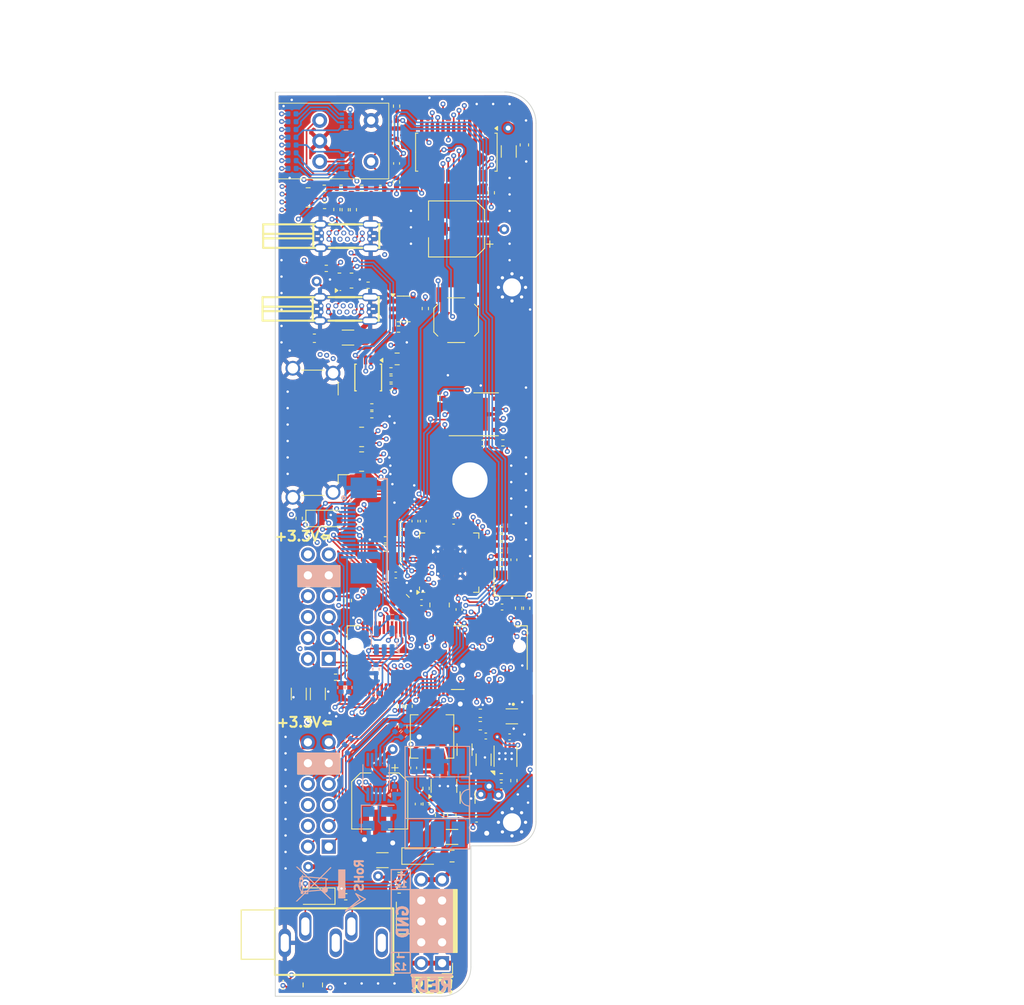
<source format=kicad_pcb>
(kicad_pcb (version 20240108) (generator "pcbnew") (generator_version "8.0")
  (layers (0 "F.Cu" jumper) (1 "In1.Cu" signal) (2 "In2.Cu" signal) (3 "In3.Cu" signal) (4 "In4.Cu" signal) (31 "B.Cu" signal) (34 "B.Paste" user) (35 "F.Paste" user) (36 "B.SilkS" user "B.Silkscreen") (37 "F.SilkS" user "F.Silkscreen") (38 "B.Mask" user) (39 "F.Mask" user) (44 "Edge.Cuts" user))
  (net 0 "")
  (net 1 "GND")
  (net 2 "+3V3")
  (net 3 "Net-(U2-RUN(RESET#))")
  (net 4 "Net-(U2-VREG_VOUT)")
  (net 5 "Net-(C15-Pad1)")
  (net 6 "Net-(U2-XIN)")
  (net 7 "Net-(D1-A)")
  (net 8 "Net-(D1-K)")
  (net 9 "Net-(D5-A)")
  (net 10 "Net-(D5-K)")
  (net 11 "Net-(D6-K)")
  (net 12 "Net-(D6-A)")
  (net 13 "Net-(D7-K)")
  (net 14 "Net-(D8-A)")
  (net 15 "Net-(D9-A)")
  (net 17 "Net-(J4-PadS)")
  (net 18 "Net-(U2-XOUT)")
  (net 19 "Net-(R15-Pad1)")
  (net 20 "+5V")
  (net 21 "/gpdi/CONN_D2-")
  (net 22 "/gpdi/CONN_D1-")
  (net 24 "/gpdi/CONN_D0-")
  (net 32 "Net-(D7-A)")
  (net 36 "Net-(U2-GPIO22{slash}SPI0_SCK{slash}UART1_CTS{slash}I2C1_SDA{slash}PWM3_A{slash}CLOCK_GPIN1{slash}USB_VBUS_DET)")
  (net 42 "-12V")
  (net 43 "+12V")
  (net 44 "Net-(D2-A)")
  (net 45 "Net-(D2-K)")
  (net 46 "Net-(D3-K)")
  (net 47 "Net-(D3-A)")
  (net 48 "ENC_S")
  (net 49 "ENC_B")
  (net 50 "ENC_A")
  (net 51 "GPDI_HPD")
  (net 52 "SC_USB0_ID")
  (net 53 "FFC_SDIN1")
  (net 54 "FFC_BICK")
  (net 55 "FFC_SDA")
  (net 56 "FFC_SCL")
  (net 57 "FFC_LRCK")
  (net 58 "ECP5_M10_TDO")
  (net 59 "/rp2040_jtag/RP2040_USB_D+")
  (net 60 "FFC_SDOUT1")
  (net 62 "FFC_MCLK")
  (net 63 "EX2_7")
  (net 64 "EX2_4")
  (net 65 "EX2_8")
  (net 66 "EX2_10")
  (net 67 "SC_USB0_VBUS")
  (net 68 "EX2_9")
  (net 69 "EX2_3")
  (net 70 "EX2_1")
  (net 71 "EX2_2")
  (net 73 "EX1_1")
  (net 74 "EX1_2")
  (net 75 "ECP5_R11_TDI")
  (net 76 "EX1_10")
  (net 77 "ECP5_T10_TCK")
  (net 78 "EX1_7")
  (net 79 "EX1_8")
  (net 80 "EX1_9")
  (net 81 "ECP5_T11_TMS")
  (net 82 "EX1_3")
  (net 83 "/rp2040_jtag/RP2040_USB_D-")
  (net 84 "EX1_4")
  (net 85 "PLL_CLK1")
  (net 87 "RP2040_UART0_TX")
  (net 88 "Net-(U5-BST)")
  (net 89 "Net-(U5-SW)")
  (net 90 "Net-(U5-FB)")
  (net 91 "Net-(J6-Pin_10)")
  (net 92 "Net-(J6-Pin_1)")
  (net 95 "Net-(U2-USB_DM)")
  (net 96 "Net-(U2-USB_DP)")
  (net 97 "Net-(R8-Pad2)")
  (net 98 "Net-(J10-SCL)")
  (net 99 "Net-(J10-SDA)")
  (net 100 "Net-(J10-CEC)")
  (net 101 "Net-(D8-K)")
  (net 102 "Net-(D9-K)")
  (net 103 "Net-(D10-K)")
  (net 104 "Net-(D10-A)")
  (net 105 "Net-(D11-K)")
  (net 106 "Net-(D11-A)")
  (net 107 "Net-(D12-K)")
  (net 108 "Net-(D12-A)")
  (net 109 "Net-(D13-K)")
  (net 110 "Net-(D13-A)")
  (net 111 "Net-(D14-K)")
  (net 112 "Net-(D14-A)")
  (net 113 "Net-(U12-~{CS})")
  (net 114 "Net-(U12-DO(IO1))")
  (net 115 "Net-(U12-CLK)")
  (net 116 "Net-(U12-DI(IO0))")
  (net 117 "Net-(U12-IO3)")
  (net 120 "Net-(J10-+5V)")
  (net 121 "Net-(U3-EN)")
  (net 122 "Net-(D16-K)")
  (net 123 "Net-(D16-A)")
  (net 124 "Net-(D17-A)")
  (net 125 "Net-(D17-K)")
  (net 126 "Net-(D18-K)")
  (net 127 "Net-(D18-A)")
  (net 130 "Net-(D20-A)")
  (net 131 "Net-(D20-K)")
  (net 132 "SC_USB0_D+")
  (net 133 "SC_USB0_D-")
  (net 134 "/rp2040_jtag/RP2040_USB_VBUS")
  (net 135 "Net-(J5-CC1)")
  (net 136 "Net-(J5-CC2)")
  (net 137 "Net-(J10-UTILITY)")
  (net 138 "Net-(J10-HPD)")
  (net 139 "Net-(U12-IO2)")
  (net 140 "Net-(R13-Pad2)")
  (net 141 "Net-(R14-Pad2)")
  (net 142 "Net-(R21-Pad2)")
  (net 143 "MOBO_LED_OE")
  (net 144 "FFC_PDN_D")
  (net 145 "Net-(J7-CC2)")
  (net 146 "Net-(J7-CC1)")
  (net 147 "Net-(U8-VBUS_DET)")
  (net 148 "/gpdi/GPDI_CEC")
  (net 149 "/gpdi/GPDI_UTIL")
  (net 150 "/usbc/~{USB_DIR}")
  (net 151 "/usbc/~{USB_VBUS_FLG}")
  (net 152 "/gpdi/CONN_CK-")
  (net 153 "/gpdi/CONN_D2+")
  (net 154 "/gpdi/CONN_D1+")
  (net 155 "/gpdi/CONN_D0+")
  (net 156 "/gpdi/CONN_CK+")
  (net 157 "GPDI_D1+")
  (net 158 "GPDI_CK+")
  (net 159 "GPDI_D2+")
  (net 160 "GPDI_D0-")
  (net 161 "GPDI_CK-")
  (net 162 "GPDI_D2-")
  (net 163 "GPDI_D1-")
  (net 164 "GPDI_D0+")
  (net 165 "Net-(J8-AUD_BCLK)")
  (net 166 "USB_VBUS_EN")
  (net 167 "MOBO_I2C_SCL")
  (net 168 "MIDI_RX")
  (net 169 "RP2040_UART0_RX")
  (net 170 "USB_INT")
  (net 171 "FFC_PDN_CLK")
  (net 172 "MOBO_I2C_SDA")
  (net 173 "Net-(U10-NR{slash}SS)")
  (net 174 "Net-(U10-FB)")
  (net 175 "Net-(U10-EN)")
  (net 179 "/pmod_audio/PDN")
  (net 180 "Net-(J8-G3{slash}BUS3)")
  (net 181 "Net-(J8-G1{slash}BUS1)")
  (net 182 "Net-(J8-G4{slash}BUS4)")
  (net 183 "PLL_CLK0")
  (net 184 "Net-(U11-CLK0)")
  (net 185 "Net-(U11-CLK1)")
  (net 187 "Net-(U11-XB)")
  (net 188 "Net-(U11-XA)")
  (net 189 "Net-(J8-G8)")
  (net 190 "Net-(J8-G7{slash}BUS7)")
  (net 191 "Net-(J8-G6{slash}BUS6)")
  (net 192 "Net-(J2-Pin_4)")
  (net 193 "Net-(J2-Pin_10)")
  (net 194 "Net-(J3-Pin_10)")
  (net 195 "Net-(J3-Pin_4)")
  (net 196 "/rp2040_jtag/SPI0_RX")
  (net 197 "/rp2040_jtag/SPI0_CSn")
  (net 198 "/rp2040_jtag/SPI0_SCK")
  (net 199 "/rp2040_jtag/SPI0_TX")
  (footprint "usb:USB-C-TH_U264-141N-4BAC10" (layer "F.Cu") (at 8.49 17.52 90)
    (property "Reference" "J5" (hide yes))
    (property "Value" "USB_C_Receptacle_USB2.0_14P")
  )
  (footprint "Connector_PinHeader_2.54mm:PinHeader_2x05_P2.54mm_Horizontal" (layer "F.Cu") (at 20.23 105.98 180)
    (property "Reference" "J6" (hide yes))
    (property "Value" "CONN 2x5 P=2.54mm")
  )
  (footprint "LED_SMD:LED_0402_1005Metric" (layer "F.Cu") (at 1.985 108.09)
    (property "Reference" "D11" (hide yes))
    (property "Value" "LED 0402 RED")
  )
  (footprint "Capacitor_SMD:CP_Elec_6.3x5.4" (layer "F.Cu") (at 21.99 16.65 180)
    (property "Reference" "C33" (hide yes))
    (property "Value" "100uF/10V")
  )
  (footprint "Resistor_SMD:R_Array_Convex_4x0402" (layer "F.Cu") (at 4.5 108.63 90)
    (property "Reference" "RN3" (hide yes))
    (property "Value" "220R")
  )
  (footprint "package-son:WSON-8-1EP_6x5mm_P1.27mm_EP3.4x4mm" (layer "F.Cu") (at 24.083657 39.199999)
    (property "Reference" "U12" (hide yes))
    (property "Value" "W25Q128JVP" (hide yes))
  )
  (footprint "Connector_Video:HDMI_A_Amphenol_10029449-x01xLF_Horizontal" (layer "F.Cu") (at 2.965 41.45 -90)
    (property "Reference" "J10" (hide yes))
    (property "Value" "DVI_GPDI")
  )
  (footprint "m2:mounting_hole" (layer "F.Cu") (at 23.615 47.2)
    (property "Reference" "H3" (hide yes))
    (property "Value" "MountingHole" (hide yes))
  )
  (footprint "Resistor_SMD:R_0402_1005Metric" (layer "F.Cu") (at 5.93 13.798293)
    (property "Reference" "R24" (hide yes))
    (property "Value" "18K")
  )
  (footprint "LOGO" (layer "F.Cu") (at 28.14 31.45 90)
    (property "Reference" "G***" (hide yes))
    (property "Value" "LOGO" (hide yes))
  )
  (footprint "Fuse:Fuse_0805_2012Metric" (layer "F.Cu") (at 21.44 92.95 180)
    (property "Reference" "F1" (hide yes))
    (property "Value" "16V 350mA")
  )
  (footprint "Inductor_SMD:L_0603_1608Metric" (layer "F.Cu") (at 15.0025 96.95)
    (property "Reference" "L2" (hide yes))
    (property "Value" "FERRITE")
  )
  (footprint "Resistor_SMD:R_0402_1005Metric" (layer "F.Cu") (at 28.962497 83.770595 90)
    (property "Reference" "R42" (hide yes))
    (property "Value" "1K15")
  )
  (footprint "Capacitor_SMD:CP_Elec_6.3x5.4" (layer "F.Cu") (at 12.64 86.25 -90)
    (property "Reference" "C21" (hide yes))
    (property "Value" "100uF/10V")
  )
  (footprint "Resistor_SMD:R_Array_Convex_4x0402" (layer "F.Cu") (at 3.93 12.82 180)
    (property "Reference" "RN1" (hide yes))
    (property "Value" "220R")
  )
  (footprint "Resistor_SMD:R_Array_Convex_4x0402" (layer "F.Cu") (at 15.223657 62.139999 -45)
    (property "Reference" "RN5" (hide yes))
    (property "Value" "33R")
  )
  (footprint "Capacitor_SMD:C_0402_1005Metric" (layer "F.Cu") (at 17.933657 52.199999 90)
    (property "Reference" "C7" (hide yes))
    (property "Value" "0.1uF")
  )
  (footprint "Capacitor_SMD:C_0402_1005Metric" (layer "F.Cu") (at 25.547843 78.345623 180)
    (property "Reference" "C28" (hide yes))
    (property "Value" "100nF")
  )
  (footprint "Resistor_SMD:R_0402_1005Metric" (layer "F.Cu") (at 8.505 97.9 180)
    (property "Reference" "R10" (hide yes))
    (property "Value" "220R")
  )
  (footprint "Resistor_SMD:R_0402_1005Metric" (layer "F.Cu") (at 27.424093 83.288014)
    (property "Reference" "R43" (hide yes))
    (property "Value" "3K57")
  )
  (footprint "usb:USB-C-TH_U264-141N-4BAC10" (layer "F.Cu") (at 8.42375 26.38 90)
    (property "Reference" "J7" (hide yes))
    (property "Value" "USB_C_Receptacle_USB2.0_14P")
  )
  (footprint "Resistor_SMD:R_0402_1005Metric" (layer "F.Cu") (at 11.23 23.5 180)
    (property "Reference" "R20" (hide yes))
    (property "Value" "900K (910K)")
  )
  (footprint "Resistor_SMD:R_Array_Convex_4x0402" (layer "F.Cu") (at 10.434687 44.952059)
    (property "Reference" "RN6" (hide yes))
    (property "Value" "220R")
  )
  (footprint "Inductor_SMD:L_0603_1608Metric" (layer "F.Cu") (at 21.404249 87.953467 -90)
    (property "Reference" "L1" (hide yes))
    (property "Value" "FERRITE")
  )
  (footprint "Package_DFN_QFN:QFN-56-1EP_7x7mm_P0.4mm_EP3.2x3.2mm_ThermalVias" (layer "F.Cu") (at 21.09 57.25 90)
    (property "Reference" "U2" (hide yes))
    (property "Value" "RP2040(QFN-56_7x7mm_P0.4mm)")
  )
  (footprint "Resistor_SMD:R_0402_1005Metric" (layer "F.Cu") (at 14.023689 35.890762 180)
    (property "Reference" "R44" (hide yes))
    (property "Value" "200K")
  )
  (footprint "LED_SMD:LED_0402_1005Metric" (layer "F.Cu") (at 1.98 11.485)
    (property "Reference" "D17" (hide yes))
    (property "Value" "LED 0402 RED" (hide yes))
  )
  (footprint "Resistor_SMD:R_0402_1005Metric" (layer "F.Cu") (at 14.69 1.71 -90)
    (property "Reference" "R29" (hide yes))
    (property "Value" "10K")
  )
  (footprint "Connector_PinSocket_2.54mm:PinSocket_2x06_P2.54mm_Horizontal" (layer "F.Cu") (at 6.44 56.25)
    (property "Reference" "J3" (hide yes))
    (property "Value" "Conn_02x06_Top_Bottom")
  )
  (footprint "Package_TO_SOT_SMD:TSOT-23-6" (layer "F.Cu") (at 20.455 84.4125 90)
    (property "Reference" "U5" (hide yes))
    (property "Value" "AP63200WU")
  )
  (footprint "Capacitor_SMD:C_0402_1005Metric" (layer "F.Cu") (at 27.439999 53.267266)
    (property "Reference" "C2" (hide yes))
    (property "Value" "0.1uF")
  )
  (footprint "Capacitor_SMD:C_1206_3216Metric" (layer "F.Cu") (at 2.79 73.225 90)
    (property "Reference" "C22" (hide yes))
    (property "Value" "22uF")
  )
  (footprint "Resistor_SMD:R_Array_Convex_4x0402" (layer "F.Cu") (at 19.924281 62.402219 90)
    (property "Reference" "RN8" (hide yes))
    (property "Value" "33R")
  )
  (footprint "Capacitor_SMD:C_1206_3216Metric" (layer "F.Cu") (at 22.960694 80.007234 -90)
    (property "Reference" "C38" (hide yes))
    (property "Value" "22uF")
  )
  (footprint "MountingHole:MountingHole_2.2mm_M2_Pad_Via" (layer "F.Cu") (at 28.732 23.7588)
    (property "Reference" "H1" (hide yes))
    (property "Value" "MountingHole")
  )
  (footprint "Resistor_SMD:R_0402_1005Metric" (layer "F.Cu") (at 19.825 37.275 180)
    (property "Reference" "R8" (hide yes))
    (property "Value" "100R")
  )
  (footprint "Capacitor_SMD:C_0603_1608Metric" (layer "F.Cu") (at 30.24 6.425 -90)
    (property "Reference" "C43" (hide yes))
    (property "Value" "100nF")
  )
  (footprint "Resistor_SMD:R_0402_1005Metric" (layer "F.Cu") (at 7.267529 71.18827)
    (property "Reference" "R38" (hide yes))
    (property "Value" "27R")
  )
  (footprint "Resistor_SMD:R_0402_1005Metric" (layer "F.Cu") (at 18.281236 86.611412 -90)
    (property "Reference" "R17" (hide yes))
    (property "Value" "157K (158K)")
  )
  (footprint "Diode_SMD:D_SOD-123F" (layer "F.Cu") (at 15.6625 100.2 90)
    (property "Reference" "D3" (hide yes))
    (property "Value" "1N4007FL")
  )
  (footprint "Resistor_SMD:R_0402_1005Metric" (layer "F.Cu") (at 14.69 6.21 -90)
    (property "Reference" "R22" (hide yes))
    (property "Value" "10K")
  )
  (footprint "Resistor_SMD:R_0402_1005Metric" (layer "F.Cu") (at 11.68 39.251399 180)
    (property "Reference" "R26" (hide yes))
    (property "Value" "549")
  )
  (footprint "Capacitor_SMD:C_1206_3216Metric" (layer "F.Cu") (at 12.965 93.45 180)
    (property "Reference" "C19" (hide yes))
    (property "Value" "22uF")
  )
  (footprint "Capacitor_SMD:C_0402_1005Metric" (layer "F.Cu") (at 14.69 8.68 -90)
    (property "Reference" "C39" (hide yes))
    (property "Value" "10n")
  )
  (footprint "Inductor_SMD:L_0603_1608Metric" (layer "F.Cu") (at 24.875406 75.579751 180)
    (property "Reference" "L5" (hide yes))
    (property "Value" "FERRITE")
  )
  (footprint "Capacitor_SMD:C_0402_1005Metric" (layer "F.Cu") (at 15.19 52.7 180)
    (property "Reference" "C11" (hide yes))
    (property "Value" "2.2uF")
  )
  (footprint "LED_SMD:LED_0402_1005Metric" (layer "F.Cu") (at 1.98 13.385)
    (property "Reference" "D9" (hide yes))
    (property "Value" "LED 0402 RED")
  )
  (footprint "Package_SO:TSSOP-8_3x3mm_P0.65mm" (layer "F.Cu") (at 11.24 34.725 -90)
    (property "Reference" "U3" (hide yes))
    (property "Value" "PCA9306DP")
  )
  (footprint "Capacitor_SMD:C_0402_1005Metric" (layer "F.Cu") (at 16.770439 82.221286 90)
    (property "Reference" "C30" (hide yes))
    (property "Value" "100nF")
  )
  (footprint "Capacitor_SMD:C_0402_1005Metric" (layer "F.Cu") (at 17.72 62.11 180)
    (property "Reference" "C3" (hide yes))
    (property "Value" "0.1uF")
  )
  (footprint "Inductor_SMD:L_0603_1608Metric" (layer "F.Cu") (at 19.926156 87.966155 90)
    (property "Reference" "L6" (hide yes))
    (property "Value" "FERRITE")
  )
  (footprint "Capacitor_SMD:C_0402_1005Metric" (layer "F.Cu") (at 27.432567 84.406989 180)
    (property "Reference" "C18" (hide yes))
    (property "Value" "10n")
  )
  (footprint "Resistor_SMD:R_0402_1005Metric" (layer "F.Cu") (at 8.822488 61.862128 90)
    (property "Reference" "R39" (hide yes))
    (property "Value" "27R")
  )
  (footprint "Fuse:Fuse_0805_2012Metric" (layer "F.Cu") (at 14.759098 32.463672)
    (property "Reference" "F3" (hide yes))
    (property "Value" "15V 50mA")
  )
  (footprint "Resistor_SMD:R_0402_1005Metric" (layer "F.Cu") (at 8.44 14.308293 90)
    (property "Reference" "R11" (hide yes))
    (property "Value" "5.1K")
  )
  (footprint "Capacitor_SMD:C_0402_1005Metric" (layer "F.Cu") (at 16.927314 52.199999 90)
    (property "Reference" "C10" (hide yes))
    (property "Value" "0.1uF")
  )
  (footprint "Crystal:Crystal_SMD_3225-4Pin_3.2x2.5mm" (layer "F.Cu") (at 28.556811 59.6608)
    (property "Reference" "Y1" (hide yes))
    (property "Value" "Crystal_GND24_Small")
  )
  (footprint "Capacitor_SMD:C_0402_1005Metric" (layer "F.Cu") (at 27.423353 56.4)
    (property "Reference" "C5" (hide yes))
    (property "Value" "0.1uF")
  )
  (footprint "Inductor_SMD:L_0603_1608Metric" (layer "F.Cu") (at 24.875406 77.089751 180)
    (property "Reference" "L4" (hide yes))
    (property "Value" "FERRITE")
  )
  (footprint "Resistor_SMD:R_0402_1005Metric" (layer "F.Cu") (at 18.19 26.333593 -90)
    (property "Reference" "R33" (hide yes))
    (property "Value" "10K")
  )
  (footprint "Resistor_SMD:R_0402_1005Metric" (layer "F.Cu") (at 26.215 12.25 90)
    (property "Reference" "R32" (hide yes))
    (property "Value" "4K7")
  )
  (footprint "Resistor_SMD:R_0402_1005Metric" (layer "F.Cu") (at 2.84 51.86 90)
    (property "Reference" "R31" (hide yes))
    (property "Value" "549")
  )
  (footprint "Package_DFN_QFN:Texas_S-PDSO-N10_EP1.2x2mm_ThermalVias" (layer "F.Cu") (at 27.94 80.8 90)
    (property "Reference" "U10" (hide yes))
    (property "Value" "TPS7A91")
  )
  (footprint "Resistor_SMD:R_0402_1005Metric" (layer "F.Cu") (at 14.69 10.95 90)
    (property "Reference" "R13" (hide yes))
    (property "Value" "10K")
  )
  (footprint "Capacitor_SMD:C_0402_1005Metric" (layer "F.Cu") (at 25.175 42.705)
    (property "Reference" "C1" (hide yes))
    (property "Value" "0.1uF")
  )
  (footprint "Resistor_SMD:R_0402_1005Metric" (layer "F.Cu") (at 5.89 11.7 180)
    (property "Reference" "R14" (hide yes))
    (property "Value" "10K")
  )
  (footprint "Capacitor_SMD:C_1206_3216Metric" (layer "F.Cu") (at 21.44 90.620474 180)
    (property "Reference" "C20" (hide yes))
    (property "Value" "22uF")
  )
  (footprint "Capacitor_SMD:C_1206_3216Metric" (layer "F.Cu") (at 8.78 29.87)
    (property "Reference" "C26" (hide yes))
    (property "Value" "22uF")
  )
  (footprint "Capacitor_SMD:C_0402_1005Metric" (layer "F.Cu") (at 15.19 56.3 180)
    (property "Reference" "C9" (hide yes))
    (property "Value" "0.1uF")
  )
  (footprint "Capacitor_SMD:C_0603_1608Metric" (layer "F.Cu") (at 4.69 29.95 180)
    (property "Reference" "C27" (hide yes))
    (property "Value" "100nF")
  )
  (footprint "Rotary_Encoder:RotaryEncoder_Bourns_Horizontal_PEC09-2xxxF-Sxxxx" (layer "F.Cu") (at 5.34 3.45 180)
    (property "Reference" "SW3" (hide yes))
    (property "Value" "RotaryEncoder_Switch")
  )
  (footprint "Capacitor_SMD:C_1206_3216Metric" (layer "F.Cu") (at 5.115 73.225 90)
    (property "Reference" "C24" (hide yes))
    (property "Value" "22uF")
  )
  (footprint "Fuse:Fuse_0805_2012Metric" (layer "F.Cu") (at 15.6625 105.0625 90)
    (property "Reference" "F2" (hide yes))
    (property "Value" "15V 200mA")
  )
  (footprint "Capacitor_SMD:C_1206_3216Metric" (layer "F.Cu") (at 28.34 7.225 -90)
    (property "Reference" "C42" (hide yes))
    (property "Value" "22uF")
  )
  (footprint "Connector_PinSocket_2.54mm:PinSocket_2x06_P2.54mm_Horizontal" (layer "F.Cu") (at 6.44 79.11)
    (property "Reference" "J2" (hide yes))
    (property "Value" "Conn_02x06_Top_Bottom")
  )
  (footprint "Resistor_SMD:R_0402_1005Metric" (layer "F.Cu") (at 14.006951 33.915698)
    (property "Reference" "R25" (hide yes))
    (property "Value" "4K7")
  )
  (footprint "Capacitor_SMD:C_1206_3216Metric" (layer "F.Cu") (at 25.280137 81.231662 90)
    (property "Reference" "C32" (hide yes))
    (property "Value" "22uF")
  )
  (footprint "Resistor_SMD:R_0402_1005Metric" (layer "F.Cu") (at 13.34 55.475)
    (property "Reference" "R7" (hide yes))
    (property "Value" "27R")
  )
  (footprint "Resistor_SMD:R_0402_1005Metric" (layer "F.Cu") (at 13.34 54.475)
    (property "Reference" "R6" (hide yes))
    (property "Value" "27R")
  )
  (footprint "Resistor_SMD:R_0402_1005Metric" (layer "F.Cu") (at 18.280038 84.715632 -90)
    (property "Reference" "R18" (hide yes))
    (property "Value" "30K")
  )
  (footprint "Resistor_SMD:R_0402_1005Metric" (layer "F.Cu") (at 29.54 62.79 90)
    (property "Reference" "R16" (hide yes))
    (property "Value" "220R")
  )
  (footprint "Capacitor_SMD:C_0402_1005Metric" (layer "F.Cu") (at 15.19 53.7 180)
    (property "Reference" "C12" (hide yes))
    (property "Value" "2.2uF")
  )
  (footprint "m2:TE_21992304" (layer "F.Cu") (at 19.64 67.4344 180)
    (property "Reference" "J8" (hide yes))
    (property "Value" "MICROMOD-2222")
  )
  (footprint "Diode_SMD:D_SOD-123" (layer "F.Cu") (at 6.015 51.875)
    (property "Reference" "D4" (hide yes))
    (property "Value" "3V6")
  )
  (footprint "Capacitor_SMD:C_0402_1005Metric" (layer "F.Cu") (at 27.44 55.125)
    (property "Reference" "C13" (hide yes))
    (property "Value" "0.1uF")
  )
  (footprint "Resistor_SMD:R_0402_1005Metric" (layer "F.Cu") (at 6.14 21.45 180)
    (property "Reference" "R19" (hide yes))
    (property "Value" "4K7")
  )
  (footprint "Resistor_SMD:R_0402_1005Metric" (layer "F.Cu") (at 30.515 62.8 -90)
    (property "Reference" "R15" (hide yes))
    (property "Value" "1K")
  )
  (footprint "Capacitor_SMD:C_0402_1005Metric" (layer "F.Cu") (at 27.526309 62.651682)
    (property "Reference" "C16" (hide yes))
    (property "Value" "15pF")
  )
  (footprint "Package_TO_SOT_SMD:SOT-23-5" (layer "F.Cu") (at 15.5525 26.383593)
    (property "Reference" "U9" (hide yes))
    (property "Value" "AP2161W")
  )
  (footprint "Resistor_SMD:R_0402_1005Metric" (layer "F.Cu") (at 11.68 38.3 180)
    (property "Reference" "R28" (hide yes))
    (property "Value" "10K")
  )
  (footprint "LED_SMD:LED_0402_1005Metric" (layer "F.Cu") (at 1.985 14.325)
    (property "Reference" "D5" (hide yes))
    (property "Value" "LED 0402 GREEN")
  )
  (footprint "LED_SMD:LED_0402_1005Metric" (layer "F.Cu") (at 1.985 109.08)
    (property "Reference" "D7" (hide yes))
    (property "Value" "LED 0402 GREEN")
  )
  (footprint "Resistor_SMD:R_0402_1005Metric" (layer "F.Cu") (at 14.93 28.833593 180)
    (property "Reference" "R27" (hide yes))
    (property "Value" "10K")
  )
  (footprint "Capacitor_SMD:C_1206_3216Metric" (layer "F.Cu") (at 28.715374 75.949999)
    (property "Reference" "C29" (hide yes))
    (property "Value" "22uF")
  )
  (footprint "Diode_SMD:D_SOD-123F" (layer "F.Cu") (at 17.54 92.95)
    (property "Reference" "D2" (hide yes))
    (property "Value" "1N4007FL")
  )
  (footprint "Resistor_SMD:R_0402_1005Metric" (layer "F.Cu") (at 27.625 42.675 180)
    (property "Reference" "R3" (hide yes))
    (property "Value" "10K")
  )
  (footprint "Button_Switch_SMD:SW_SPST_SKQG_WithStem" (layer "F.Cu") (at 21.94 27.75 -90)
    (property "Reference" "SW2" (hide yes))
    (property "Value" "SW_Tactile_SPST")
  )
  (footprint "Capacitor_SMD:C_0402_1005Metric" (layer "F.Cu") (at 24.42 88.45)
    (property "Reference" "C25" (hide yes))
    (property "Value" "100nF")
  )
  (footprint "Capacitor_SMD:C_0402_1005Metric" (layer "F.Cu") (at 28.44 78.45)
    (property "Reference" "C17" (hide yes))
    (property "Value" "100nF")
  )
  (footprint "Resistor_SMD:R_0402_1005Metric" (layer "F.Cu") (at 15.165 74.725 -90)
    (property "Reference" "R1" (hide yes))
    (property "Value" "4K7")
  )
  (footprint "Diode_SMD:D_SOD-123F" (layer "F.Cu") (at 4.99 97.825 180)
    (property "Reference" "D1" (hide yes))
    (property "Value" "1N4007FL")
  )
  (footprint "Capacitor_SMD:C_0402_1005Metric" (layer "F.Cu") (at 14.69 3.95 -90)
    (property "Reference" "C41" (hide yes))
    (property "Value" "10n")
  )
  (footprint "LED_SMD:LED_0402_1005Metric" (layer "F.Cu") (at 1.99 12.435)
    (property "Reference" "D13" (hide yes))
    (property "Value" "LED 0402 GREEN" (hide yes))
  )
  (footprint "Capacitor_SMD:C_0402_1005Metric" (layer "F.Cu") (at 28.960274 56.905395 90)
    (property "Reference" "C15" (hide yes))
    (property "Value" "15pF")
  )
  (footprint "Resistor_SMD:R_0402_1005Metric" (layer "F.Cu") (at 9.43 14.308293 90)
    (property "Reference" "R12" (hide yes))
    (property "Value" "5.1K")
  )
  (footprint "Capacitor_SMD:C_1206_3216Metric" (layer "F.Cu") (at 23.33038 85.834233 90)
    (property "Reference" "C23" (hide yes))
    (property "Value" "22uF")
  )
  (footprint "Capacitor_SMD:C_0402_1005Metric" (layer "F.Cu") (at 12.71 11.7)
    (property "Reference" "C40" (hide yes))
    (property "Value" "10n")
  )
  (footprint "Capacitor_SMD:C_0402_1005Metric" (layer "F.Cu") (at 22.29094 62.949999 -90)
    (property "Reference" "C4" (hide yes))
    (property "Value" "0.1uF")
  )
  (footprint "Resistor_SMD:R_0402_1005Metric" (layer "F.Cu") (at 27.43 57.35 180)
    (property "Reference" "R5" (hide yes))
    (property "Value" "1K")
  )
  (footprint "Capacitor_SMD:C_0603_1608Metric" (layer "F.Cu") (at 15.447765 77.217234 -90)
    (property "Reference" "C34" (hide yes))
    (property "Value" "100nF")
  )
  (footprint "Resistor_SMD:R_0402_1005Metric" (layer "F.Cu") (at 16.215 74.725 -90)
    (property "Reference" "R2" (hide yes))
    (property "Value" "4K7")
  )
  (footprint "Inductor_SMD:L_Vishay_IHLP-2020" (layer "F.Cu") (at 19.005905 78.397382 90)
    (property "Reference" "L3" (hide yes))
    (property "Value" "10uH 2A")
  )
  (footprint "MountingHole:MountingHole_2.2mm_M2_Pad_Via" (layer "F.Cu") (at 28.732 88.842074)
    (property "Reference" "H2" (hide yes))
    (property "Value" "MountingHole")
  )
  (footprint "Resistor_SMD:R_0402_1005Metric" (layer "F.Cu") (at 10.45 11.7)
    (property "Reference" "R30" (hide yes))
    (property "Value" "10K")
  )
  (footprint "Capacitor_SMD:C_0402_1005Metric" (layer "F.Cu") (at 17.327542 86.620624 -90)
    (property "Reference" "C31" (hide yes))
    (property "Value" "100pF")
  )
  (footprint "Resistor_SMD:R_0402_1005Metric" (layer "F.Cu") (at 14.018109 34.90881)
    (property "Reference" "R9" (hide yes))
    (property "Value" "4K7")
  )
  (footprint "Package_DFN_QFN:Texas_X2QFN-12_1.6x1.6mm_P0.4mm" (layer "F.Cu") (at 8.46922 22.931686 90)
    (property "Reference" "U8" (hide yes))
    (property "Value" "TUSB322I")
  )
  (footprint "Capacitor_SMD:C_0402_1005Metric" (layer "F.Cu") (at 14.59 58.76 180)
    (property "Reference" "C14" (hide yes))
    (property "Value" "0.1uF")
  )
  (footprint "Resistor_SMD:R_0402_1005Metric" (layer "F.Cu") (at 27.435642 54.2 180)
    (property "Reference" "R4" (hide yes))
    (property "Value" "10K")
  )
  (footprint "Package_SO:TSSOP-28_4.4x9.7mm_P0.65mm" (layer "F.Cu") (at 21.965 7.3125 -90)
    (property "Reference" "U7" (hide yes))
    (property "Value" "PCA9635 LED DRIVER")
  )
  (footprint "Capacitor_SMD:C_0402_1005Metric" (layer "F.Cu") (at 21.62387 52.204428 180)
    (property "Reference" "C6" (hide yes))
    (property "Value" "0.1uF")
  )
  (footprint "jacks:AUDIO-TH_PJ-325M" (layer "F.Cu") (at 6.99 102.507736)
    (property "Reference" "J4" (hide yes))
    (property "Value" "~")
  )
  (footprint "Capacitor_SMD:C_0402_1005Metric" (layer "F.Cu") (at 15.19 57.3 180)
    (property "Reference" "C8" (hide yes))
    (property "Value" "0.1uF")
  )
  (footprint "Resistor_SMD:R_Array_Convex_4x0402" (layer "F.Cu") (at 10.438079 41.954924)
    (property "Reference" "RN7" (hide yes))
    (property "Value" "220R")
  )
  (footprint "Resistor_SMD:R_0402_1005Metric" (layer "F.Cu") (at 7.43 14.288293 -90)
    (property "Reference" "R23" (hide yes))
    (property "Value" "10K")
  )
  (footprint "Resistor_SMD:R_0402_1005Metric" (layer "F.Cu") (at 7.93 11.7)
    (property "Reference" "R21" (hide yes))
    (property "Value" "10K")
  )
  (footprint "Inductor_SMD:L_0603_1608Metric" (layer "F.Cu") (at 15.0025 95.45 180)
    (property "Reference" "L7" (hide yes))
    (property "Value" "FERRITE")
  )
  (footprint "LED_SMD:LED_0402_1005Metric" (layer "B.Cu") (at 1.965 2.65)
    (property "Reference" "D6" (hide yes))
    (property "Value" "LED 0402 GREEN")
  )
  (footprint "Resistor_SMD:R_0402_1005Metric" (layer "B.Cu") (at 12.219584 73.512919 45)
    (property "Reference" "R49" (hide yes))
    (property "Value" "27R")
  )
  (footprint "Resistor_SMD:R_0402_1005Metric" (layer "B.Cu") (at 9.094269 80.009754 -135)
    (property "Reference" "R37" (hide yes))
    (property "Value" "27R")
  )
  (footprint "Crystal:Crystal_SMD_3225-4Pin_3.2x2.5mm" (layer "B.Cu") (at 12.400798 88.412359)
    (property "Reference" "Y2" (hide yes))
    (property "Value" "25MHz AMB8G")
  )
  (footprint "LED_SMD:LED_0402_1005Metric" (layer "B.Cu") (at 1.985 8.34)
    (property "Reference" "D16" (hide yes))
    (property "Value" "LED 0402 GREEN")
  )
  (footprint "LED_SMD:LED_0402_1005Metric" (layer "B.Cu") (at 1.965 4.55)
    (property "Reference" "D14" (hide yes))
    (property "Value" "LED 0402 GREEN")
  )
  (footprint "Package_TO_SOT_SMD:SOT-23-5" (layer "B.Cu") (at 13.183657 66.699999 90)
    (property "Reference" "U6" (hide yes))
    (property "Value" "74AUC1G79")
  )
  (footprint "Resistor_SMD:R_0402_1005Metric" (layer "B.Cu") (at 14.871348 77.434167 45)
    (property "Reference" "R48" (hide yes))
    (property "Value" "27R")
  )
  (footprint "LED_SMD:LED_0402_1005Metric" (layer "B.Cu") (at 1.9725 3.6)
    (property "Reference" "D10" (hide yes))
    (property "Value" "LED 0402 RED")
  )
  (footprint "LED_SMD:LED_0402_1005Metric" (layer "B.Cu") (at 1.98 6.44)
    (property "Reference" "D8" (hide yes))
    (property "Value" "LED 0402 GREEN")
  )
  (footprint "ffc-ctxj:FFC_0.5-14P_CTXJ-H2.0_1" (layer "B.Cu") (at 10.65 53.35 -90)
    (property "Reference" "J1" (hide yes))
    (property "Value" "Conn_01x15")
  )
  (footprint "Resistor_SMD:R_Array_Convex_4x0402" (layer "B.Cu") (at 8.61 8.44 180)
    (property "Reference" "RN4" (hide yes))
    (property "Value" "220R")
  )
  (footprint "Resistor_SMD:R_0402_1005Metric" (layer "B.Cu") (at 8.74127 79.031443 45)
    (property "Reference" "R36" (hide yes))
    (property "Value" "27R")
  )
  (footprint "Symbol:WEEE-Logo_4.2x6mm_SilkScreen" (layer "B.Cu") (at 5.44 96.35 -90)
    (property "Reference" "REF**" (hide yes))
    (property "Value" "WEEE-Logo_4.2x6mm_SilkScreen" (hide yes))
  )
  (footprint "Package_DIP:DIP-6_W8.89mm_SMDSocket_LongPads" (layer "B.Cu") (at 19.655 85.845 90)
    (property "Reference" "U4" (hide yes))
    (property "Value" "H11L1SR2M")
  )
  (footprint "LED_SMD:LED_0402_1005Metric" (layer "B.Cu") (at 1.985 7.39)
    (property "Reference" "D12" (hide yes))
    (property "Value" "LED 0402 RED")
  )
  (footprint "Resistor_SMD:R_0402_1005Metric" (layer "B.Cu") (at 15.574616 78.1179 45)
    (property "Reference" "R47" (hide yes))
    (property "Value" "27R")
  )
  (footprint "Resistor_SMD:R_Array_Convex_4x0402" (layer "B.Cu") (at 8.54 3.44 180)
    (property "Reference" "RN2" (hide yes))
    (property "Value" "220R")
  )
  (footprint "Package_SO:MSOP-10_3x3mm_P0.5mm" (layer "B.Cu") (at 12.204508 83.326356 90)
    (property "Reference" "U11" (hide yes))
    (property "Value" "Si5351A-B-GT")
  )
  (footprint "Resistor_SMD:R_0402_1005Metric" (layer "B.Cu") (at 8.872338 72.443827 90)
    (property "Reference" "R34" (hide yes))
    (property "Value" "27R")
  )
  (footprint "LOGO" (layer "B.Cu") (at 8.64 41.25 -90)
    (property "Reference" "G***" (hide yes))
    (property "Value" "LOGO" (hide yes))
  )
  (footprint "LED_SMD:LED_0402_1005Metric" (layer "B.Cu") (at 1.985 9.29)
    (property "Reference" "D20" (hide yes))
    (property "Value" "LED 0402 RED")
  )
  (footprint "Resistor_SMD:R_0402_1005Metric" (layer "B.Cu") (at 12.183657 70.199999 90)
    (property "Reference" "R45" (hide yes))
    (property "Value" "10K")
  )
  (footprint "Resistor_SMD:R_0402_1005Metric" (layer "B.Cu") (at 7.933657 72.439999 90)
    (property "Reference" "R35" (hide yes))
    (property "Value" "27R")
  )
  (footprint "LED_SMD:LED_0402_1005Metric" (layer "B.Cu") (at 1.9725 5.5)
    (property "Reference" "D18" (hide yes))
    (property "Value" "LED 0402 RED")
  )
  (footprint "Resistor_SMD:R_0402_1005Metric" (layer "B.Cu") (at 14.193656 63.949999)
    (property "Reference" "R46" (hide yes))
    (property "Value" "0R")
  )
  (footprint "Capacitor_SMD:C_0402_1005Metric" (layer "B.Cu") (at 14.433657 84.949999 -90)
    (property "Reference" "C36" (hide yes))
    (property "Value" "0.1uF")
  )
  (gr_line (start 9.738784 97.530247) (end 10.888784 98.180247) (stroke (width 0.15)) (layer "B.SilkS"))
  (gr_line (start 10.888784 98.180247) (end 8.488784 99.630247) (stroke (width 0.15)) (layer "B.SilkS"))
  (gr_line (start 8.488784 99.630247) (end 10.238784 98.230247) (stroke (width 0.15)) (layer "B.SilkS"))
  (gr_line (start 10.238784 98.230247) (end 9.738784 97.530247) (stroke (width 0.15)) (layer "B.SilkS"))
  (gr_line (start 16.365 104.675) (end 14.04 104.675) (stroke (width 0.15)) (layer "B.SilkS"))
  (gr_rect (start 2.692246 57.618527) (end 7.772246 60.158527) (stroke (width 0.15)) (fill solid) (layer "B.SilkS"))
  (gr_line (start 16.365 107.175) (end 14.04 107.175) (stroke (width 0.15)) (layer "B.SilkS"))
  (gr_line (start 14.04 107.175) (end 14.04 94.6) (stroke (width 0.15)) (layer "B.SilkS"))
  (gr_line (start 16.365 94.6) (end 16.365 107.175) (stroke (width 0.15)) (layer "B.SilkS"))
  (gr_rect (start 16.36365 97.0298) (end 21.47615 104.6702) (stroke (width 0.15)) (fill solid) (layer "B.SilkS"))
  (gr_rect (start 2.673468 80.43) (end 7.753468 82.97) (stroke (width 0.15)) (fill solid) (layer "B.SilkS"))
  (gr_line (start 14.04 94.6) (end 16.365 94.6) (stroke (width 0.15)) (layer "B.SilkS"))
  (gr_line (start 16.3525 97.025) (end 14.0275 97.025) (stroke (width 0.15)) (layer "B.SilkS"))
  (gr_rect (start 2.692246 57.618527) (end 7.772246 60.158527) (stroke (width 0.15)) (fill solid) (layer "F.SilkS"))
  (gr_rect (start 16.94 97.0298) (end 22.0525 104.6702) (stroke (width 0.15)) (fill solid) (layer "F.SilkS"))
  (gr_rect (start 2.673468 80.43) (end 7.753468 82.97) (stroke (width 0.15)) (fill solid) (layer "F.SilkS"))
  (gr_line (start 23.732 91.7028) (end 28.731999 91.684563) (stroke (width 0.1)) (layer "Edge.Cuts"))
  (gr_line (start 20.162 110.0048) (end -0.068 110.0088) (stroke (width 0.1)) (layer "Edge.Cuts"))
  (gr_arc (start 27.847764 -0.01) (mid 30.541841 1.105923) (end 31.657764 3.8) (stroke (width 0.1)) (layer "Edge.Cuts"))
  (gr_line (start 23.732 91.7028) (end 23.732 106.4348) (stroke (width 0.1)) (layer "Edge.Cuts"))
  (gr_arc (start 23.732 106.4348) (mid 22.686371 108.959171) (end 20.162 110.0048) (stroke (width 0.1)) (layer "Edge.Cuts"))
  (gr_arc (start 31.657763 88.758799) (mid 30.800827 90.827627) (end 28.731999 91.684563) (stroke (width 0.1)) (layer "Edge.Cuts"))
  (gr_line (start 27.847764 -0.01) (end -0.068 0.0088) (stroke (width 0.05)) (layer "Edge.Cuts"))
  (gr_line (start 31.657764 3.8) (end 31.657763 88.758799) (stroke (width 0.1)) (layer "Edge.Cuts"))
  (gr_line (start -0.068 0.0088) (end -0.068 110.0088) (stroke (width 0.1)) (layer "Edge.Cuts"))
  (gr_text "GND\n" (at 15.44 100.95 90) (layer "B.SilkS") (effects (font (size 1.3 1.3) (thickness 0.325)) (justify mirror)))
  (gr_text "~{RED!}" (at 18.94 108.704 0) (layer "B.SilkS") (effects (font (size 1.5 1.5) (thickness 0.375)) (justify mirror)))
  (gr_text "12" (at 15.215 96.35 0) (layer "B.SilkS") (effects (font (size 0.8 0.8) (thickness 0.2)) (justify mirror)))
  (gr_text "+" (at 15.277449 95.175 0) (layer "B.SilkS") (effects (font (size 1 1) (thickness 0.25)) (justify mirror)))
  (gr_text "12" (at 15.165 106.425 0) (layer "B.SilkS") (effects (font (size 0.8 0.8) (thickness 0.2)) (justify mirror)))
  (gr_text "-" (at 15.19 105.175 0) (layer "B.SilkS") (effects (font (size 1 1) (thickness 0.25)) (justify mirror)))
  (gr_text "RoHS" (at 10.14629 95.292654 90) (layer "B.SilkS") (effects (font (size 1 1) (thickness 0.25)) (justify mirror)))
  (gr_text "+3.3V⇦" (at 3.54 76.675 0) (layer "F.SilkS") (effects (font (size 1.2 1.2) (thickness 0.25))))
  (gr_text "~{RED!}" (at 19.04 108.85 0) (layer "F.SilkS") (effects (font (size 1.5 1.5) (thickness 0.375))))
  (gr_text "+3.3V⇦" (at 3.33 54.035 0) (layer "F.SilkS") (effects (font (size 1.2 1.2) (thickness 0.25))))
  (segment (start 22.785001 63.429999) (end 22.29094 63.429999) (width 0.2) (layer "F.Cu") (net 1))
  (segment (start 17.89 72.7094) (end 17.89 73.538572) (width 0.2) (layer "F.Cu") (net 1))
  (segment (start 10.39 72.7094) (end 10.065 72.7094) (width 0.2) (layer "F.Cu") (net 1))
  (segment (start 19.39 73.74) (end 19.39 72.7094) (width 0.2) (layer "F.Cu") (net 1))
  (segment (start 10.13 29.15375) (end 11.47375 27.81) (width 0.6) (layer "F.Cu") (net 1))
  (segment (start 29.256811 60.5108) (end 29.656811 60.5108) (width 0.2) (layer "F.Cu") (net 1))
  (segment (start 19.3456 73.7844) (end 19.39 73.74) (width 0.2) (layer "F.Cu") (net 1))
  (segment (start 11.44 54.45) (end 11.44 55.780001) (width 0.2) (layer "F.Cu") (net 1))
  (segment (start 22.79 58.25) (end 22.44 58.6) (width 0.2) (layer "F.Cu") (net 1))
  (segment (start 7.239999 51.449999) (end 7.665 51.875) (width 0.2) (layer "F.Cu") (net 1))
  (segment (start 10.065 72.7094) (end 9.29 71.9344) (width 0.2) (layer "F.Cu") (net 1))
  (segment (start 28.006309 62.283691) (end 28.006309 62.651682) (width 0.2) (layer "F.Cu") (net 1))
  (segment (start 7.64422 22.731686) (end 6.658314 22.731686) (width 0.2) (layer "F.Cu") (net 1))
  (segment (start 10.13 29.87) (end 10.13 29.15375) (width 0.6) (layer "F.Cu") (net 1))
  (segment (start 24.5275 58.25) (end 22.79 58.25) (width 0.2) (layer "F.Cu") (net 1))
  (segment (start 22.964998 63.250002) (end 22.785001 63.429999) (width 0.2) (layer "F.Cu") (net 1))
  (segment (start 20.14 64.330228) (end 20.14 65.1594) (width 0.2) (layer "F.Cu") (net 1))
  (segment (start 6.921686 23.131686) (end 6.59 22.8) (width 0.2) (layer "F.Cu") (net 1))
  (segment (start 17.89 73.538572) (end 18.135828 73.7844) (width 0.2) (layer "F.Cu") (net 1))
  (segment (start 21.421157 41.104999) (end 22.178657 41.104999) (width 0.2) (layer "F.Cu") (net 1))
  (segment (start 6.658314 22.731686) (end 6.59 22.8) (width 0.2) (layer "F.Cu") (net 1))
  (segment (start 22.178657 41.104999) (end 24.083657 39.199999) (width 0.2) (layer "F.Cu") (net 1))
  (segment (start 27.556811 58.8108) (end 29.256811 60.5108) (width 0.2) (layer "F.Cu") (net 1))
  (segment (start 6.683657 51.449999) (end 7.239999 51.449999) (width 0.2) (layer "F.Cu") (net 1))
  (segment (start 27.456811 58.8108) (end 27.556811 58.8108) (width 0.2) (layer "F.Cu") (net 1))
  (segment (start 9.29422 22.731686) (end 10.144468 22.731686) (width 0.2) (layer "F.Cu") (net 1))
  (segment (start 11.44 55.780001) (end 14.11 58.450001) (width 0.2) (layer "F.Cu") (net 1))
  (segment (start 28.74 61.55) (end 28.006309 62.283691) (width 0.2) (layer "F.Cu") (net 1))
  (segment (start 18.135828 73.7844) (end 19.3456 73.7844) (width 0.2) (layer "F.Cu") (net 1))
  (segment (start 7.64422 23.131686) (end 6.921686 23.131686) (width 0.2) (layer "F.Cu") (net 1))
  (segment (start 14.11 58.450001) (end 14.11 58.76) (width 0.2) (layer "F.Cu") (net 1))
  (segment (start 10.144468 22.731686) (end 10.212782 22.8) (width 0.2) (layer "F.Cu") (net 1))
  (via (at 28.44 20.45) (size 0.6) (drill 0.3) (layers "F.Cu" "B.Cu") (net 1))
  (via (at 23.94 79.95) (size 0.6) (drill 0.3) (layers "F.Cu" "B.Cu") (net 1))
  (via (at 16.84 47.85) (size 0.6) (drill 0.3) (layers "F.Cu" "B.Cu") (net 1))
  (via (at 24.44 1.45) (size 0.6) (drill 0.3) (layers "F.Cu" "B.Cu") (net 1))
  (via (at 16.44 14.45) (size 0.6) (drill 0.3) (layers "F.Cu" "B.Cu") (net 1))
  (via (at 18.69 0.7) (size 0.6) (drill 0.3) (layers "F.Cu" "B.Cu") (net 1))
  (via (at 28.44 10.45) (size 0.6) (drill 0.3) (layers "F.Cu" "B.Cu") (net 1))
  (via (at 17.89 60.699999) (size 0.6) (drill 0.3) (layers "F.Cu" "B.Cu") (net 1))
  (via (at 17.44 78.45) (size 1.2) (drill 0.6) (layers "F.Cu" "B.Cu") (net 1))
  (via (at 1.183657 94.449999) (size 0.6) (drill 0.3) (layers "F.Cu" "B.Cu") (net 1))
  (via (at 19.94 84.4125) (size 0.6) (drill 0.3) (layers "F.Cu" "B.Cu") (net 1))
  (via (at 23.756961 85.95) (size 0.6) (drill 0.3) (layers "F.Cu" "B.Cu") (net 1))
  (via (at 1.933657 0.949999) (size 0.6) (drill 0.3) (layers "F.Cu" "B.Cu") (net 1))
  (via (at 14.44 108.45) (size 0.6) (drill 0.3) (layers "F.Cu" "B.Cu") (net 1))
  (via (at 30.433657 44.449999) (size 0.6) (drill 0.3) (layers "F.Cu" "B.Cu") (net 1))
  (via (at 25.44 80.95) (size 0.6) (drill 0.3) (layers "F.Cu" "B.Cu") (net 1))
  (via (at 13.815158 44.465136) (size 0.6) (drill 0.3) (layers "F.Cu" "B.Cu") (net 1))
  (via (at 20.933657 34.449999) (size 0.6) (drill 0.3) (layers "F.Cu" "B.Cu") (net 1))
  (via (at 25.16954 74.553293) (size 0.6) (drill 0.3) (layers "F.Cu" "B.Cu") (net 1))
  (via (at 6.59 22.8) (size 0.6) (drill 0.3) (layers "F.Cu" "B.Cu") (net 1))
  (via (at 30.433657 35.949999) (size 0.6) (drill 0.3) (layers "F.Cu" "B.Cu") (net 1))
  (via (at 1.183657 80.449999) (size 0.6) (drill 0.3) (layers "F.Cu" "B.Cu") (net 1))
  (via (at 6.378235 72.938235) (size 0.6) (drill 0.3) (layers "F.Cu" "B.Cu") (net 1))
  (via (at 13.933657 46.476477) (size 0.6) (drill 0.3) (layers "F.Cu" "B.Cu") (net 1))
  (via (at 28.44 12.45) (size 0.6) (drill 0.3) (layers "F.Cu" "B.Cu") (net 1))
  (via (at 30.933657 56.449999) (size 0.6) (drill 0.3) (layers "F.Cu" "B.Cu") (net 1))
  (via (at 8.44 108.45) (size 0.6) (drill 0.3) (layers "F.Cu" "B.Cu") (net 1))
  (via (at 13.933657 45.449999) (size 0.6) (drill 0.3) (layers "F.Cu" "B.Cu") (net 1))
  (via (at 0.69 20.45) (size 0.6) (drill 0.3) (layers "F.Cu" "B.Cu") (net 1))
  (via (at 22.44 74.45) (size 1.2) (drill 0.6) (layers "F.Cu" "B.Cu") (net 1))
  (via (at 1.44 42.45) (size 0.6) (drill 0.3) (layers "F.Cu" "B.Cu") (net 1))
  (via (at 12.94 0.85) (size 0.6) (drill 0.3) (layers "F.Cu" "B.Cu") (net 1))
  (via (at 0.69 28.45) (size 0.6) (drill 0.3) (layers "F.Cu" "B.Cu") (net 1))
  (via (at 16.433657 60.699999) (size 0.6) (drill 0.3) (layers "F.Cu" "B.Cu") (net 1))
  (via (at 10.44 108.45) (size 0.6) (drill 0.3) (layers "F.Cu" "B.Cu") (net 1))
  (via (at 14.433657 49.949999) (size 0.6) (drill 0.3) (layers "F.Cu" "B.Cu") (net 1))
  (via (at 16.44 18.45) (size 0.6) (drill 0.3) (layers "F.Cu" "B.Cu") (net 1))
  (via (at 22.964998 63.250002) (size 0.6) (drill 0.3) (layers "F.Cu" "B.Cu") (net 1))
  (via (at 14.44 40.25) (size 0.6) (drill 0.3) (layers "F.Cu" "B.Cu") (net 1))
  (via (at 0.94 1.699999) (size 0.6) (drill 0.3) (layers "F.Cu" "B.Cu") (net 1))
  (via (at 2.146733 73.625) (size 0.6) (drill 0.3) (layers "F.Cu" "B.Cu") (net 1))
  (via (at 1.183657 92.449999) (size 0.6) (drill 0.3) (layers "F.Cu" "B.Cu") (net 1))
  (via (at 1.183657 78.449999) (size 0.6) (drill 0.3) (layers "F.Cu" "B.Cu") (net 1))
  (via (at 1.44 36.45) (size 0.6) (drill 0.3) (layers "F.Cu" "B.Cu") (net 1))
  (via (at 28.74 61.55) (size 0.6) (drill 0.3) (layers "F.Cu" "B.Cu") (net 1))
  (via (at 1.44 46.45) (size 0.6) (drill 0.3) (layers "F.Cu" "B.Cu") (net 1))
  (via (at 16.863003 49.528467) (size 0.6) (drill 0.3) (layers "F.Cu" "B.Cu") (net 1))
  (via (at 28.44 74.45) (size 0.6) (drill 0.3) (layers "F.Cu" "B.Cu") (net 1))
  (via (at 1.183657 82.449999) (size 0.6) (drill 0.3) (layers "F.Cu" "B.Cu") (net 1))
  (via (at 23.726511 82.924737) (size 0.6) (drill 0.3) (layers "F.Cu" "B.Cu") (net 1))
  (via (at 1.183657 88.449999) (size 0.6) (drill 0.3) (layers "F.Cu" "B.Cu") (net 1))
  (via (at 29.975971 74.217349) (size 0.6) (drill 0.3) (layers "F.Cu" "B.Cu") (net 1))
  (via (at 1.183657 84.449999) (size 0.6) (drill 0.3) (layers "F.Cu" "B.Cu") (net 1))
  (via (at 6.683657 51.449999) (size 0.6) (drill 0.3) (layers "F.Cu" "B.Cu") (net 1))
  (via (at 7.34 75.95) (size 0.6) (drill 0.3) (layers "F.Cu" "B.Cu") (net 1))
  (via (at 1.69 31.45) (size 0.6) (drill 0.3) (layers "F.Cu" "B.Cu") (net 1))
  (via (at 30.433657 46.449999) (size 0.6) (drill 0.3) (layers "F.Cu" "B.Cu") (net 1))
  (via (at 28.64 45.449999) (size 0.6) (drill 0.3) (layers "F.Cu" "B.Cu") (net 1))
  (via (at 30.683657 86.449999) (size 0.6) (drill 0.3) (layers "F.Cu" "B.Cu") (net 1))
  (via (at 29.986855 69.766042) (size 0.6) (drill 0.3) (layers "F.Cu" "B.Cu") (net 1))
  (via (at 25.654247 90.17151) (size 1.2) (drill 0.6) (layers "F.Cu" "B.Cu") (net 1))
  (via (at 0.69 26.45) (size 0.6) (drill 0.3) (layers "F.Cu" "B.Cu") (net 1))
  (via (at 14.183657 47.699999) (size 0.6) (drill 0.3) (layers "F.Cu" "B.Cu") (net 1))
  (via (at 21.988362 84.371891) (size 0.6) (drill 0.3) (layers "F.Cu" "B.Cu") (net 1))
  (via (at 30.433657 48.449999) (size 0.6) (drill 0.3) (layers "F.Cu" "B.Cu") (net 1))
  (via (at 30.433657 50.449999) (size 0.6) (drill 0.3) (layers "F.Cu" "B.Cu") (net 1))
  (via (at 1.44 44.45) (size 0.6) (drill 0.3) (layers "F.Cu" "B.Cu") (net 1))
  (via (at 28.44 18.45) (size 0.6) (drill 0.3) (layers "F.Cu" "B.Cu") (net 1))
  (via (at 15.933657 59.699999) (size 0.6) (drill 0.3) (layers "F.Cu" "B.Cu") (net 1))
  (via (at 30.24 78.15) (size 0.6) (drill 0.3) (layers "F.Cu" "B.Cu") (net 1))
  (via (at 28.94 77.45) (size 0.6) (drill 0.3) (layers "F.Cu" "B.Cu") (net 1))
  (via (at 30.683657 84.449999) (size 0.6) (drill 0.3) (layers "F.Cu" "B.Cu") (net 1))
  (via (at 20.94 79.45) (size 0.6) (drill 0.3) (layers "F.Cu" "B.Cu") (net 1))
  (via (at 17.527956 67.528773) (size 0.6) (drill 0.3) (layers "F.Cu" "B.Cu") (net 1))
  (via (at 20.94 84.45) (size 0.6) (drill 0.3) (layers "F.Cu" "B.Cu") (net 1))
  (via (at 6.54 75.55) (size 0.6) (drill 0.3) (layers "F.Cu" "B.Cu") (net 1))
  (via (at 26.44 1.45) (size 0.6) (drill 0.3) (layers "F.Cu" "B.Cu") (net 1))
  (via (at 0.69 30.45) (size 0.6) (drill 0.3) (layers "F.Cu" "B.Cu") (net 1))
  (via (at 30.465 8.45) (size 0.6) (drill 0.3) (layers "F.Cu" "B.Cu") (net 1))
  (via (at 28.64 47.449999) (size 0.6) (drill 0.3) (layers "F.Cu" "B.Cu") (net 1))
  (via (at 30.433657 52.449999) (size 0.6) (drill 0.3) (layers "F.Cu" "B.Cu") (net 1))
  (via (at 30.433657 54.449999) (size 0.6) (drill 0.3) (layers "F.Cu" "B.Cu") (net 1))
  (via (at 1.44 38.45) (size 0.6) (drill 0.3) (layers "F.Cu" "B.Cu") (net 1))
  (via (at 1.183657 90.449999) (size 0.6) (drill 0.3) (layers "F.Cu" "B.Cu") (net 1))
  (via (at 22.75 69.74) (size 1.2) (drill 0.6) (layers "F.Cu" "B.Cu") (net 1))
  (via (at 13.84 39.45) (size 0.6) (drill 0.3) (layers "F.Cu" "B.Cu") (net 1))
  (via (at 0.69 24.45) (size 0.6) (drill 0.3) (layers "F.Cu" "B.Cu") (net 1))
  (via (at 28.64 49.449999) (size 0.6) (drill 0.3) (layers "F.Cu" "B.Cu") (net 1))
  (via (at 28.44 14.45) (size 0.6) (drill 0.3) (layers "F.Cu" "B.Cu") (net 1))
  (via (at 1.183657 86.449999) (size 0.6) (drill 0.3) (layers "F.Cu" "B.Cu") (net 1))
  (via (at 0.69 22.45) (size 0.6) (drill 0.3) (layers "F.Cu" "B.Cu") (net 1))
  (via (at 29.44 85.45) (size 0.6) (drill 0.3) (layers "F.Cu" "B.Cu") (net 1))
  (via (at 28.44 1.45) (size 0.6) (drill 0.3) (layers "F.Cu" "B.Cu") (net 1))
  (via (at 9.44 63.95) (size 0.6) (drill 0.3) (layers "F.Cu" "B.Cu") (net 1))
  (via (at 1.44 40.45) (size 0.6) (drill 0.3) (layers "F.Cu" "B.Cu") (net 1))
  (via (at 24.933657 35.699999) (size 0.6) (drill 0.3) (layers "F.Cu" "B.Cu") (net 1))
  (via (at 10.212782 22.8) (size 0.6) (drill 0.3) (layers "F.Cu" "B.Cu") (net 1))
  (via (at 30.933657 26.449999) (size 0.6) (drill 0.3) (layers "F.Cu" "B.Cu") (net 1))
  (via (at 30.44 3.45) (size 0.6) (drill 0.3) (layers "F.Cu" "B.Cu") (net 1))
  (via (at 28.64 51.449999) (size 0.6) (drill 0.3) (layers "F.Cu" "B.Cu") (net 1))
  (via (at 15.933657 30.449999) (size 0.6) (drill 0.3) (layers "F.Cu" "B.Cu") (net 1))
  (via (at 1.683657 10.449999) (size 0.6) (drill 0.3) (layers "F.Cu" "B.Cu") (net 1))
  (via (at 10.79 90.95) (size 1.2) (drill 0.6) (layers "F.Cu" "B.Cu") (net 1))
  (via (at 12.44 108.45) (size 0.6) (drill 0.3) (layers "F.Cu" "B.Cu") (net 1))
  (via (at 16.44 16.45) (size 0.6) (drill 0.3) (layers "F.Cu" "B.Cu") (net 1))
  (via (at 14.219756 91.35) (size 1.2) (drill 0.6) (layers "F.Cu" "B.Cu") (net 1))
  (via (at 18.44 83.45) (size 0.6) (drill 0.3) (layers "F.Cu" "B.Cu") (net 1))
  (via (at 11.44 54.45) (size 0.6) (drill 0.3) (layers "F.Cu" "B.Cu") (net 1))
  (segment (start 12.233658 67.837499) (end 10.680559 66.2844) (width 0.2) (layer "B.Cu") (net 1))
  (segment (start 9.39 65.406342) (end 9.39 64) (width 0.2) (layer "B.Cu") (net 1))
  (segment (start 10.268058 66.2844) (end 9.39 65.406342) (width 0.2) (layer "B.Cu") (net 1))
  (segment (start 10.680559 66.2844) (end 10.268058 66.2844) (width 0.2) (layer "B.Cu") (net 1))
  (segment (start 8.8 51.6) (end 6.833658 51.6) (width 0.2) (layer "B.Cu") (net 1))
  (segment (start 9.39 64) (end 9.44 63.95) (width 0.2) (layer "B.Cu") (net 1))
  (segment (start 10.7 58.55) (end 11.94 59.79) (width 0.6) (layer "B.Cu") (net 1))
  (segment (start 6.833658 51.6) (end 6.683657 51.449999) (width 0.2) (layer "B.Cu") (net 1))
  (segment (start 11.94 61.45) (end 9.44 63.95) (width 0.6) (layer "B.Cu") (net 1))
  (segment (start 11.94 59.79) (end 11.94 61.45) (width 0.6) (layer "B.Cu") (net 1))
  (segment (start 28.135 42.675) (end 28.683657 42.126343) (width 0.2) (layer "F.Cu") (net 2))
  (segment (start 5.25 109.13) (end 6.46 109.13) (width 0.2) (layer "F.Cu") (net 2))
  (segment (start 16.216407 26.443593) (end 15.58 27.08) (width 0.2) (layer "F.Cu") (net 2))
  (segment (start 26.215 11.74) (end 26.215 10.2) (width 0.4) (layer "F.Cu") (net 2))
  (segment (start 14.481809 75.235) (end 15.165 75.235) (width 0.2) (layer "F.Cu") (net 2))
  (segment (start 15.58 27.08) (end 15.58 27.96) (width 0.2) (layer "F.Cu") (net 2))
  (segment (start 28.24 5.925) (end 28.24 4.4) (width 0.6) (layer "F.Cu") (net 2))
  (segment (start 26.943353 56.4) (end 26.967219 56.4) (width 0.2) (layer "F.Cu") (net 2))
  (segment (start 5.923866 13.045686) (end 5.923866 12.666134) (width 0.4) (layer "F.Cu") (net 2))
  (segment (start 5.63 21.45) (end 4.455735 21.45) (width 0.2) (layer "F.Cu") (net 2))
  (segment (start 17.6525 54.65) (end 17.97125 54.33125) (width 0.2) (layer "F.Cu") (net 2))
  (segment (start 15.44 28.1) (end 15.58 27.96) (width 0.4) (layer "F.Cu") (net 2))
  (segment (start 26.308666 56.4) (end 26.19 56.518666) (width 0.2) (layer "F.Cu") (net 2))
  (segment (start 16.505128 56.65) (end 16.365 56.65) (width 0.2) (layer "F.Cu") (net 2))
  (segment (start 27.75 16.65) (end 27.79 16.69) (width 0.6) (layer "F.Cu") (net 2))
  (segment (start 24.79 16.65) (end 27.75 16.65) (width 0.6) (layer "F.Cu") (net 2))
  (segment (start 17.321349 53.681349) (end 17.97125 54.33125) (width 0.2) (layer "F.Cu") (net 2))
  (segment (start 30.515 63.31) (end 29.822818 64.002182) (width 0.2) (layer "F.Cu") (net 2))
  (segment (start 17.6525 56.65) (end 16.365 56.65) (width 0.2) (layer "F.Cu") (net 2))
  (segment (start 14.219756 79.949998) (end 12.64 81.529754) (width 0.6) (layer "F.Cu") (net 2))
  (segment (start 26.943353 56.4) (end 26.308666 56.4) (width 0.2) (layer "F.Cu") (net 2))
  (segment (start 29.822818 64.002182) (end 28.590001 64.002182) (width 0.2) (layer "F.Cu") (net 2))
  (segment (start 10.64 64.905613) (end 10.127879 64.393492) (width 0.2) (layer "F.Cu") (net 2))
  (segment (start 22.09 61.8) (end 22.09 60.6875) (width 0.2) (layer "F.Cu") (net 2))
  (segment (start 4.455735 21.45) (end 3.445735 20.44) (width 0.2) (layer "F.Cu") (net 2))
  (segment (start 18.49 60.6875) (end 18.49 61.82) (width 0.2) (layer "F.Cu") (net 2))
  (segment (start 9.9994 65.1594) (end 9.99 65.15) (width 0.2) (layer "F.Cu") (net 2))
  (segment (start 22.10387 52.204428) (end 22.10387 51.41113) (width 0.2) (layer "F.Cu") (net 2))
  (segment (start 18.49 61.82) (end 18.2 62.11) (width 0.2) (layer "F.Cu") (net 2))
  (segment (start 18.19 25.823593) (end 18.19 24.9) (width 0.2) (layer "F.Cu") (net 2))
  (segment (start 4.81 12.95) (end 4.43 12.57) (width 0.2) (layer "F.Cu") (net 2))
  (segment (start 28.683657 38.199999) (end 27.778657 37.294999) (width 0.2) (layer "F.Cu") (net 2))
  (segment (start 27.778657 37.294999) (end 26.746157 37.294999) (width 0.2) (layer "F.Cu") (net 2))
  (segment (start 17.57 26.443593) (end 16.216407 26.443593) (width 0.2) (layer "F.Cu") (net 2))
  (segment (start 27.945642 54.312475) (end 28.577525 54.312475) (width 0.2) (layer "F.Cu") (net 2))
  (segment (start 15.44 28.833593) (end 15.44 28.1) (width 0.4) (layer "F.Cu") (net 2))
  (segment (start 22.09 52.218298) (end 22.10387 52.204428) (width 0.2) (layer "F.Cu") (net 2))
  (segment (start 27.515 43.295) (end 28.135 42.675) (width 0.2) (layer "F.Cu") (net 2))
  (segment (start 15.92 57.05) (end 15.67 57.3) (width 0.2) (layer "F.Cu") (net 2))
  (segment (start 12.64 81.529754) (end 12.64 83.45) (width 0.6) (layer "F.Cu") (net 2))
  (segment (start 26.931076 56.4) (end 26.943353 56.4) (width 0.2) (layer "F.Cu") (net 2))
  (segment (start 17.6525 55.05) (end 17.6525 54.65) (width 0.2) (layer "F.Cu") (net 2))
  (segment (start 22.10387 51.41113) (end 22.115 51.4) (width 0.2) (layer "F.Cu") (net 2))
  (segment (start 3.75 109.13) (end 5.25 109.13) (width 0.2) (layer "F.Cu") (net 2))
  (segment (start 28.64 65.1594) (end 28.9306 65.1594) (width 0.2) (layer "F.Cu") (net 2))
  (segment (start 25.658666 57.05) (end 26.19 56.518666) (width 0.2) (layer "F.Cu") (net 2))
  (segment (start 28.64 65.55) (end 29.34 66.25) (width 0.2) (layer "F.Cu") (net 2))
  (segment (start 18.49 53.236342) (end 17.933657 52.679999) (width 0.2) (layer "F.Cu") (net 2))
  (segment (start 17.133657 53.681349) (end 17.321349 53.681349) (width 0.2) (layer "F.Cu") (net 2))
  (segment (start 28.64 65.1594) (end 28.64 65.55) (width 0.2) (layer "F.Cu") (net 2))
  (segment (start 6.89 11.7) (end 7.42 11.7) (width 0.4) (layer "F.Cu") (net 2))
  (segment (start 28.683657 42.126343) (end 28.683657 38.199999) (width 0.2) (layer "F.Cu") (net 2))
  (segment (start 10.64 65.1594) (end 9.9994 65.1594) (width 0.2) (layer "F.Cu") (net 2))
  (segment (start 5.923866 12.666134) (end 6.89 11.7) (width 0.4) (layer "F.Cu") (net 2))
  (segment (start 16.365 56.65) (end 16.02 56.65) (width 0.2) (layer "F.Cu") (net 2))
  (segment (start 18.19 25.823593) (end 17.57 26.443593) (width 0.2) (layer "F.Cu") (net 2))
  (segment (start 6.4 11.7) (end 6.89 11.7) (width 0.4) (layer "F.Cu") (net 2))
  (segment (start 16.02 56.65) (end 15.67 56.3) (width 0.2) (layer "F.Cu") (net 2))
  (segment (start 28.64 64.052181) (end 28.64 65.1594) (width 0.2) (layer "F.Cu") (net 2))
  (segment (start 14.69 11.46) (end 14.69 12.375) (width 0.2) (layer "F.Cu") (net 2))
  (segment (start 28.135 42.675) (end 28.135 43.695) (width 0.2) (layer "F.Cu") (net 2))
  (segment (start 5.82818 12.95) (end 4.81 12.95) (width 0.2) (layer "F.Cu") (net 2))
  (segment (start 17.6525 57.05) (end 15.92 57.05) (width 0.2) (layer "F.Cu") (net 2))
  (segment (start 28.9306 65.1594) (end 29.44 64.65) (width 0.2) (layer "F.Cu") (net 2))
  (segment (start 10.64 65.1594) (end 10.64 64.905613) (width 0.2) (layer "F.Cu") (net 2))
  (segment (start 6.46 109.13) (end 6.615 108.975) (width 0.2) (layer "F.Cu") (net 2))
  (segment (start 17.933657 52.679999) (end 17.913656 52.7) (width 0.2) (layer "F.Cu") (net 2))
  (segment (start 4.43 13.57) (end 4.43 12.07) (width 0.2) (layer "F.Cu") (net 2))
  (segment (start 28.577525 54.312475) (end 28.59 54.3) (width 0.2) (layer "F.Cu") (net 2))
  (segment (start 5.923866 13.045686) (end 5.82818 12.95) (width 0.2) (layer "F.Cu") (net 2))
  (segment (start 11.565 33.45) (end 11.565 32.575) (width 0.2) (layer "F.Cu") (net 2))
  (segment (start 28.515 5.65) (end 28.24 5.925) (width 0.6) (layer "F.Cu") (net 2))
  (segment (start 14.433657 83.449999) (end 12.640001 83.449999) (width 0.2) (layer "F.Cu") (net 2))
  (segment (start 22.29094 61.730798) (end 22.185887 61.625745) (width 0.2) (layer "F.Cu") (net 2))
  (segment (start 26.215 10.2) (end 26.19 10.175) (width 0.4) (layer "F.Cu") (net 2))
  (segment (start 26.245 43.295) (end 27.515 43.295) (width 0.2) (layer "F.Cu") (net 2))
  (segment (start 16.705127 56.849999) (end 16.505128 56.65) (width 0.2) (layer "F.Cu") (net 2))
  (segment (start 18.574281 63.51207) (end 18.2 63.137789) (width 0.2) (layer "F.Cu") (net 2))
  (segment (start 22.29094 62.469999) (end 22.29094 61.730798) (width 0.2) (layer "F.Cu") (net 2))
  (segment (start 17.913656 52.7) (end 15.67 52.7) (width 0.2) (layer "F.Cu") (net 2))
  (segment (start 12.640001 83.449999) (end 12.64 83.45) (width 0.2) (layer "F.Cu") (net 2))
  (segment (start 28.24 4.4) (end 28.265 4.375) (width 0.6) (layer "F.Cu") (net 2))
  (segment (start 30.24 5.65) (end 28.515 5.65) (width 0.6) (layer "F.Cu") (net 2))
  (segment (start 15.165 75.235) (end 16.215 75.235) (width 0.2) (layer "F.Cu") (net 2))
  (segment (start 28.590001 64.002182) (end 28.64 64.052181) (width 0.2) (layer "F.Cu") (net 2))
  (segment (start 28.135 43.695) (end 28.165 43.725) (width 0.2) (layer "F.Cu") (net 2))
  (segment (start 24.5275 57.05) (end 25.658666 57.05) (width 0.2) (layer "F.Cu") (net 2))
  (segment (start 22.09 53.8125) (end 22.09 52.218298) (width 0.2) (layer "F.Cu") (net 2))
  (segment (start 25.655 42.705) (end 26.245 43.295) (width 0.2) (layer "F.Cu") (net 2))
  (segment (start 17.97125 54.33125) (end 18.49 53.8125) (width 0.2) (layer "F.Cu") (net 2))
  (segment (start 18.49 53.8125) (end 18.49 53.236342) (width 0.2) (layer "F.Cu") (net 2))
  (segment (start 18.2 63.137789) (end 18.2 62.11) (width 0.2) (layer "F.Cu") (net 2))
  (via (at 18.574281 63.51207) (size 0.6) (drill 0.3) (layers "F.Cu" "B.Cu") (net 2))
  (via (at 9.99 65.15) (size 0.6) (drill 0.3) (layers "F.Cu" "B.Cu") (net 2))
  (via (at 27.79 16.69) (size 1.2) (drill 0.6) (layers "F.Cu" "B.Cu") (net 2))
  (via (at 11.565 33.45) (size 0.6) (drill 0.3) (layers "F.Cu" "B.Cu") (net 2))
  (via (at 22.185887 61.625745) (size 0.6) (drill 0.3) (layers "F.Cu" "B.Cu") (net 2))
  (via (at 16.705127 56.849999) (size 0.6) (drill 0.3) (layers "F.Cu" "B.Cu") (net 2))
  (via (at 9.860233 10.820232) (size 0.6) (drill 0.3) (layers "F.Cu" "B.Cu") (net 2))
  (via (at 27.092867 85.52434) (size 1.2) (drill 0.6) (layers "F.Cu" "B.Cu") (net 2))
  (via (at 29.34 66.25) (size 0.6) (drill 0.3) (layers "F.Cu" "B.Cu") (net 2))
  (via (at 10.127879 64.393492) (size 0.6) (drill 0.3) (layers "F.Cu" "B.Cu") (net 2))
  (via (at 14.481809 75.235) (size 0.6) (drill 0.3) (layers "F.Cu" "B.Cu") (net 2))
  (via (at 24.94 85.45) (size 1.2) (drill 0.6) (layers "F.Cu" "B.Cu") (net 2))
  (via (at 17.133657 53.681349) (size 0.6) (drill 0.3) (layers "F.Cu" "B.Cu") (net 2))
  (via (at 29.44 64.65) (size 0.6) (drill 0.3) (layers "F.Cu" "B.Cu") (net 2))
  (via (at 15.58 27.96) (size 0.6) (drill 0.3) (layers "F.Cu" "B.Cu") (net 2))
  (via (at 28.165 43.725) (size 0.6) (drill 0.3) (layers "F.Cu" "B.Cu") (net 2))
  (via (at 28.59 54.3) (size 0.6) (drill 0.3) (layers "F.Cu" "B.Cu") (net 2))
  (via (at 14.433657 83.449999) (size 0.6) (drill 0.3) (layers "F.Cu" "B.Cu") (net 2))
  (via (at 25.94 84.45) (size 1.2) (drill 0.6) (layers "F.Cu" "B.Cu") (net 2))
  (via (at 28.590001 64.002182) (size 0.6) (drill 0.3) (layers "F.Cu" "B.Cu") (net 2))
  (via (at 6.615 108.975) (size 0.6) (drill 0.3) (layers "F.Cu" "B.Cu") (net 2))
  (via (at 3.445735 20.44) (size 0.6) (drill 0.3) (layers "F.Cu" "B.Cu") (net 2))
  (via (at 28.265 4.375) (size 1.2) (drill 0.6) (layers "F.Cu" "B.Cu") (net 2))
  (via (at 18.19 24.9) (size 0.6) (drill 0.3) (layers "F.Cu" "B.Cu") (net 2))
  (via (at 10.187351 52.096169) (size 0.6) (drill 0.3) (layers "F.Cu" "B.Cu") (net 2))
  (via (at 26.19 56.518666) (size 0.6) (drill 0.3) (layers "F.Cu" "B.Cu") (net 2))
  (via (at 9.04 2.13) (size 0.6) (drill 0.3) (layers "F.Cu" "B.Cu") (net 2))
  (via (at 14.219756 79.949998) (size 1.2) (drill 0.6) (layers "F.Cu" "B.Cu") (net 2))
  (via (at 14.69 12.375) (size 0.6) (drill 0.3) (layers "F.Cu" "B.Cu") (net 2))
  (via (at 22.115 51.4) (size 0.6) (drill 0.3) (layers "F.Cu" "B.Cu") (net 2))
  (via (at 5.923866 13.045686) (size 0.6) (drill 0.3) (layers "F.Cu" "B.Cu") (net 2))
  (segment (start 12.030606 66.662499) (end 12.721157 66.662499) (width 0.2) (layer "B.Cu") (net 2))
  (segment (start 9.99 65.15) (end 11.133658 65.15) (width 0.2) (layer "B.Cu") (net 2))
  (segment (start 11.704508 82.076788) (end 11.704508 81.213856) (width 0.2) (layer "B.Cu") (net 2))
  (segment (start 13.821157 65.562499) (end 14.133656 65.562499) (width 0.2) (layer "B.Cu") (net 2))
  (segment (start 14.433657 83.449999) (end 13.204508 84.679148) (width 0.2) (layer "B.Cu") (net 2))
  (segment (start 27.092867 85.52434) (end 25.518527 83.95) (width 0.2) (layer "B.Cu") (net 2))
  (segment (start 9.860233 10.820232) (end 9.115 10.074999) (width 0.2) (layer "B.Cu") (net 2))
  (segment (start 22.195 83.73) (end 22.195 81.4) (width 0.2) (layer "B.Cu") (net 2))
  (segment (start 13.204508 84.679148) (end 13.204508 85.438856) (width 0.2) (layer "B.Cu") (net 2))
  (segment (start 9.04 2.13) (end 9.065 2.155) (width 0.2) (layer "B.Cu") (net 2))
  (segment (start 12.721157 66.662499) (end 13.821157 65.562499) (width 0.2) (layer "B.Cu") (net 2))
  (segment (start 14.433657 83.449999) (end 13.077719 83.449999) (width 0.2) (layer "B.Cu") (net 2))
  (segment (start 13.077719 83.449999) (end 11.704508 82.076788) (width 0.2) (layer "B.Cu") (net 2))
  (segment (start 11.133658 65.15) (end 11.633658 65.65) (width 0.2) (layer "B.Cu") (net 2))
  (segment (start 9.065 2.155) (end 9.065 4.175) (width 0.2) (layer "B.Cu") (net 2))
  (segment (start 22.415 83.95) (end 22.195 83.73) (width 0.2) (layer "B.Cu") (net 2))
  (segment (start 14.433657 83.449999) (end 14.433657 84.469999) (width 0.2) (layer "B.Cu") (net 2))
  (segment (start 11.633658 65.65) (end 11.633658 66.265551) (width 0.2) (layer "B.Cu") (net 2))
  (segment (start 25.518527 83.95) (end 22.415 83.95) (width 0.2) (layer "B.Cu") (net 2))
  (segment (start 10.187351 52.096169) (end 10.18352 52.1) (width 0.2) (layer "B.Cu") (net 2))
  (segment (start 10.18352 52.1) (end 8.8 52.1) (width 0.2) (layer "B.Cu") (net 2))
  (segment (start 11.633658 66.265551) (end 12.030606 66.662499) (width 0.2) (layer "B.Cu") (net 2))
  (segment (start 9.115 10.074999) (end 9.115 7.675) (width 0.2) (layer "B.Cu") (net 2))
  (segment (start 25.515 55.45) (end 26.959999 54.005001) (width 0.2) (layer "F.Cu") (net 3))
  (segment (start 24.5275 55.45) (end 25.515 55.45) (width 0.2) (layer "F.Cu") (net 3))
  (segment (start 26.959999 54.005001) (end 26.959999 53.267266) (width 0.2) (layer "F.Cu") (net 3))
  (segment (start 17.11864 55.45) (end 15.67 54.00136) (width 0.2) (layer "F.Cu") (net 4))
  (segment (start 22.84 55.025) (end 19.115 55.025) (width 0.2) (layer "F.Cu") (net 4))
  (segment (start 23.99364 56.65) (end 23.29 55.94636) (width 0.2) (layer "F.Cu") (net 4))
  (segment (start 18.64 55.875) (end 18.4275 55.6625) (width 0.2) (layer "F.Cu") (net 4))
  (segment (start 24.5275 56.65) (end 23.99364 56.65) (width 0.2) (layer "F.Cu") (net 4))
  (segment (start 23.29 55.94636) (end 23.29 55.475) (width 0.2) (layer "F.Cu") (net 4))
  (segment (start 18.4775 55.6625) (end 18.4275 55.6625) (width 0.2) (layer "F.Cu") (net 4))
  (segment (start 15.67 54.00136) (end 15.67 53.7) (width 0.2) (layer "F.Cu") (net 4))
  (segment (start 19.115 55.025) (end 18.4775 55.6625) (width 0.2) (layer "F.Cu") (net 4))
  (segment (start 18.4275 55.6625) (end 18.215 55.45) (width 0.2) (layer "F.Cu") (net 4))
  (segment (start 24.5275 56.65) (end 25.153803 56.65) (width 0.2) (layer "F.Cu") (net 4))
  (segment (start 25.153803 56.65) (end 26.491328 55.312475) (width 0.2) (layer "F.Cu") (net 4))
  (segment (start 23.29 55.475) (end 22.84 55.025) (width 0.2) (layer "F.Cu") (net 4))
  (segment (start 26.491328 55.312475) (end 26.945642 55.312475) (width 0.2) (layer "F.Cu") (net 4))
  (segment (start 17.6525 57.45) (end 16.456134 57.45) (width 0.2) (layer "F.Cu") (net 4))
  (segment (start 17.6525 55.45) (end 17.11864 55.45) (width 0.2) (layer "F.Cu") (net 4))
  (segment (start 18.64 56.99636) (end 18.64 55.875) (width 0.2) (layer "F.Cu") (net 4))
  (segment (start 18.18636 57.45) (end 18.64 56.99636) (width 0.2) (layer "F.Cu") (net 4))
  (segment (start 18.215 55.45) (end 17.6525 55.45) (width 0.2) (layer "F.Cu") (net 4))
  (segment (start 15.146134 58.76) (end 15.07 58.76) (width 0.2) (layer "F.Cu") (net 4))
  (segment (start 17.6525 57.45) (end 18.18636 57.45) (width 0.2) (layer "F.Cu") (net 4))
  (segment (start 16.456134 57.45) (end 15.146134 58.76) (width 0.2) (layer "F.Cu") (net 4))
  (segment (start 29.656811 58.081932) (end 28.960274 57.385395) (width 0.2) (layer "F.Cu") (net 5))
  (segment (start 27.975395 57.385395) (end 27.94 57.35) (width 0.2) (layer "F.Cu") (net 5))
  (segment (start 28.960274 57.385395) (end 27.975395 57.385395) (width 0.2) (layer "F.Cu") (net 5))
  (segment (start 29.656811 58.8108) (end 29.656811 58.081932) (width 0.2) (layer "F.Cu") (net 5))
  (segment (start 24.5275 57.85) (end 25.9 57.85) (width 0.2) (layer "F.Cu") (net 6))
  (segment (start 26.39 59.95) (end 26.896011 59.95) (width 0.2) (layer "F.Cu") (net 6))
  (segment (start 26.265 58.215) (end 26.265 59.825) (width 0.2) (layer "F.Cu") (net 6))
  (segment (start 27.456811 62.24118) (end 27.046309 62.651682) (width 0.2) (layer "F.Cu") (net 6))
  (segment (start 27.456811 60.5108) (end 27.456811 62.24118) (width 0.2) (layer "F.Cu") (net 6))
  (segment (start 26.265 59.825) (end 26.39 59.95) (width 0.2) (layer "F.Cu") (net 6))
  (segment (start 26.896011 59.95) (end 27.456811 60.5108) (width 0.2) (layer "F.Cu") (net 6))
  (segment (start 25.9 57.85) (end 26.265 58.215) (width 0.2) (layer "F.Cu") (net 6))
  (segment (start 3.59 101.408163) (end 3.689573 101.507736) (width 0.2) (layer "F.Cu") (net 7))
  (segment (start 3.59 96.3) (end 3.59 97.825) (width 0.2) (layer "F.Cu") (net 7))
  (segment (start 3.59 97.825) (end 3.59 101.408163) (width 0.2) (layer "F.Cu") (net 7))
  (via (at 3.59 96.3) (size 0.6) (drill 0.3) (layers "F.Cu" "B.Cu") (net 7))
  (segment (start 19.655 91.04) (end 14.395 96.3) (width 0.2) (layer "B.Cu") (net 7))
  (segment (start 14.395 96.3) (end 3.59 96.3) (width 0.2) (layer "B.Cu") (net 7))
  (segment (start 19.655 90.29) (end 19.655 91.04) (width 0.2) (layer "B.Cu") (net 7))
  (segment (start 7.995 97.9) (end 6.465 97.9) (width 0.2) (layer "F.Cu") (net 8))
  (segment (start 7.99 97.895) (end 7.995 97.9) (width 0.2) (layer "F.Cu") (net 8))
  (segment (start 6.465 97.9) (end 6.39 97.825) (width 0.2) (layer "F.Cu") (net 8))
  (segment (start 7.99 96.9) (end 7.99 97.895) (width 0.2) (layer "F.Cu") (net 8))
  (via (at 7.99 96.9) (size 0.6) (drill 0.3) (layers "F.Cu" "B.Cu") (net 8))
  (segment (start 8.19 96.7) (end 7.99 96.9) (width 0.2) (layer "B.Cu") (net 8))
  (segment (start 14.560686 96.7) (end 8.84 96.7) (width 0.2) (layer "B.Cu") (net 8))
  (segment (start 19.050343 92.210343) (end 14.560686 96.7) (width 0.2) (layer "B.Cu") (net 8))
  (segment (start 22.195 91.04) (end 21.024657 92.210343) (width 0.2) (layer "B.Cu") (net 8))
  (segment (start 8.84 96.7) (end 8.19 96.7) (width 0.2) (layer "B.Cu") (net 8))
  (segment (start 21.024657 92.210343) (end 19.050343 92.210343) (width 0.2) (layer "B.Cu") (net 8))
  (segment (start 22.195 90.29) (end 22.195 91.04) (width 0.2) (layer "B.Cu") (net 8))
  (segment (start 2.47 14.325) (end 2.675 14.325) (width 0.2) (layer "F.Cu") (net 9))
  (segment (start 2.675 14.325) (end 3.43 13.57) (width 0.2) (layer "F.Cu") (net 9))
  (segment (start 22.93 1.64) (end 22.94 1.65) (width 0.2) (layer "F.Cu") (net 10))
  (segment (start 22.94 1.65) (end 22.94 4.45) (width 0.2) (layer "F.Cu") (net 10))
  (segment (start 0.737 14.325) (end 0.732 14.32) (width 0.2) (layer "F.Cu") (net 10))
  (segment (start 1.5 14.325) (end 0.737 14.325) (width 0.2) (layer "F.Cu") (net 10))
  (via (at 22.93 1.64) (size 0.6) (drill 0.3) (layers "F.Cu" "B.Cu") (net 10))
  (via (at 0.732 14.32) (size 0.6) (drill 0.3) (layers "F.Cu" "B.Cu") (net 10))
  (segment (start 20.34 1.45) (end 20.34 4.45) (width 0.2) (layer "F.Cu") (net 11))
  (via (at 20.34 1.45) (size 0.6) (drill 0.3) (layers "F.Cu" "B.Cu") (net 11))
  (via (at 0.6995 2.65) (size 0.6) (drill 0.3) (layers "F.Cu" "B.Cu") (net 11))
  (segment (start 1.48 2.65) (end 0.6995 2.65) (width 0.2) (layer "B.Cu") (net 11))
  (segment (start 6.465686 1.45) (end 7.705686 2.69) (width 0.2) (layer "B.Cu") (net 12))
  (segment (start 2.45 2.65) (end 2.841262 2.65) (width 0.2) (layer "B.Cu") (net 12))
  (segment (start 7.705686 2.69) (end 8.04 2.69) (width 0.2) (layer "B.Cu") (net 12))
  (segment (start 2.841262 2.65) (end 4.041262 1.45) (width 0.2) (layer "B.Cu") (net 12))
  (segment (start 4.041262 1.45) (end 6.465686 1.45) (width 0.2) (layer "B.Cu") (net 12))
  (segment (start 0.867626 108.695513) (end 1.115513 108.695513) (width 0.2) (layer "F.Cu") (net 13))
  (segment (start 17.74 12.29) (end 17.74 10.175) (width 0.2) (layer "F.Cu") (net 13))
  (segment (start 1.115513 108.695513) (end 1.5 109.08) (width 0.2) (layer "F.Cu") (net 13))
  (segment (start 17.75 12.3) (end 17.74 12.29) (width 0.2) (layer "F.Cu") (net 13))
  (via (at 17.75 12.3) (size 0.6) (drill 0.3) (layers "F.Cu" "B.Cu") (net 13))
  (via (at 0.867626 108.695513) (size 0.6) (drill 0.3) (layers "F.Cu" "B.Cu") (net 13))
  (via (at 2.733657 15.449999) (size 0.6) (drill 0.3) (layers "F.Cu" "B.Cu") (net 13))
  (segment (start 5.323866 12.85979) (end 5.323866 12.797157) (width 0.2) (layer "B.Cu") (net 13))
  (segment (start 6.317254 11.803769) (end 14.412702 11.803769) (width 0.2) (layer "B.Cu") (net 13))
  (segment (start 14.441471 11.775) (end 14.938529 11.775) (width 0.2) (layer "B.Cu") (net 13))
  (segment (start 14.938529 11.775) (end 14.967298 11.803769) (width 0.2) (layer "B.Cu") (net 13))
  (segment (start 5.323866 12.797157) (end 6.317254 11.803769) (width 0.2) (layer "B.Cu") (net 13))
  (segment (start 14.967298 11.803769) (end 17.253769 11.803769) (width 0.2) (layer "B.Cu") (net 13))
  (segment (start 2.733657 15.449999) (end 5.323866 12.85979) (width 0.2) (layer "B.Cu") (net 13))
  (segment (start 17.253769 11.803769) (end 17.75 12.3) (width 0.2) (layer "B.Cu") (net 13))
  (segment (start 14.412702 11.803769) (end 14.441471 11.775) (width 0.2) (layer "B.Cu") (net 13))
  (segment (start 4.542943 7.25) (end 7.67 7.25) (width 0.2) (layer "B.Cu") (net 14))
  (segment (start 7.67 7.25) (end 8.11 7.69) (width 0.2) (layer "B.Cu") (net 14))
  (segment (start 3.732943 6.44) (end 4.542943 7.25) (width 0.2) (layer "B.Cu") (net 14))
  (segment (start 2.465 6.44) (end 3.732943 6.44) (width 0.2) (layer "B.Cu") (net 14))
  (segment (start 2.78 13.07) (end 3.43 13.07) (width 0.2) (layer "F.Cu") (net 15))
  (segment (start 2.465 13.385) (end 2.78 13.07) (width 0.2) (layer "F.Cu") (net 15))
  (segment (start 9.289573 101.507736) (end 9.289573 98.174573) (width 0.2) (layer "F.Cu") (net 17))
  (segment (start 9.289573 98.174573) (end 9.015 97.9) (width 0.2) (layer "F.Cu") (net 17))
  (segment (start 24.5275 57.45) (end 26.82 57.45) (width 0.2) (layer "F.Cu") (net 18))
  (segment (start 26.82 57.45) (end 26.92 57.35) (width 0.2) (layer "F.Cu") (net 18))
  (segment (start 29.54 62.28) (end 30.505 62.28) (width 0.2) (layer "F.Cu") (net 19))
  (segment (start 30.505 62.28) (end 30.515 62.29) (width 0.2) (layer "F.Cu") (net 19))
  (segment (start 29.793692 62.28) (end 30.84197 61.231722) (width 0.2) (layer "F.Cu") (net 19))
  (segment (start 29.54 62.28) (end 29.793692 62.28) (width 0.2) (layer "F.Cu") (net 19))
  (via (at 30.84197 61.231722) (size 0.6) (drill 0.3) (layers "F.Cu" "B.Cu") (net 19))
  (via (at 30.94 82.45) (size 0.6) (drill 0.3) (layers "F.Cu" "B.Cu") (net 19))
  (segment (start 20.44 87.95) (end 17.115 84.625) (width 0.2) (layer "B.Cu") (net 19))
  (segment (start 30.94 82.95) (end 28.69 85.2) (width 0.2) (layer "B.Cu") (net 19))
  (segment (start 17.115 84.625) (end 17.115 81.4) (width 0.2) (layer "B.Cu") (net 19))
  (segment (start 25.94 87.95) (end 20.44 87.95) (width 0.2) (layer "B.Cu") (net 19))
  (segment (start 28.69 85.2) (end 25.94 87.95) (width 0.2) (layer "B.Cu") (net 19))
  (segment (start 30.94 82.45) (end 30.94 82.95) (width 0.2) (layer "B.Cu") (net 19))
  (segment (start 18.611412 87.121412) (end 18.94 87.45) (width 0.4) (layer "F.Cu") (net 20))
  (segment (start 7.64422 23.531686) (end 5.471686 23.531686) (width 0.2) (layer "F.Cu") (net 20))
  (segment (start 16.69 24.625) (end 16.69 25.433593) (width 0.6) (layer "F.Cu") (net 20))
  (segment (start 16.715 24.6) (end 16.69 24.625) (width 0.6) (layer "F.Cu") (net 20))
  (segment (start 14.516951 33.915698) (end 14.516951 35.874024) (width 0.2) (layer "F.Cu") (net 20))
  (segment (start 3.933657 94.25) (end 7.165 94.25) (width 0.6) (layer "F.Cu") (net 20))
  (segment (start 17.327542 87.100624) (end 18.260448 87.100624) (width 0.4) (layer "F.Cu") (net 20))
  (segment (start 13.247766 76.442234) (end 15.447765 76.442234) (width 0.6) (layer "F.Cu") (net 20))
  (segment (start 14.44 35.984451) (end 14.533689 35.890762) (width 0.2) (layer "F.Cu") (net 20))
  (segment (start 18.260448 87.100624) (end 18.281236 87.121412) (width 0.4) (layer "F.Cu") (net 20))
  (segment (start 18.281236 87.121412) (end 18.611412 87.121412) (width 0.4) (layer "F.Cu") (net 20))
  (segment (start 15.696598 32.463672) (end 15.696598 32.736051) (width 0.2) (layer "F.Cu") (net 20))
  (segment (start 5.471686 23.531686) (end 4.965 23.025) (width 0.2) (layer "F.Cu") (net 20))
  (segment (start 9.115 92.3) (end 9.115 80.575) (width 0.6) (layer "F.Cu") (net 20))
  (segment (start 14.44 36.45) (end 14.44 35.984451) (width 0.2) (layer "F.Cu") (net 20))
  (segment (start 15.696598 32.736051) (end 14.516951 33.915698) (width 0.2) (layer "F.Cu") (net 20))
  (segment (start 9.115 80.575) (end 13.247766 76.442234) (width 0.6) (layer "F.Cu") (net 20))
  (segment (start 14.516951 35.874024) (end 14.533689 35.890762) (width 0.2) (layer "F.Cu") (net 20))
  (segment (start 7.165 94.25) (end 9.115 92.3) (width 0.6) (layer "F.Cu") (net 20))
  (via (at 3.933657 94.25) (size 1.2) (drill 0.6) (layers "F.Cu" "B.Cu") (net 20))
  (via (at 16.715 24.6) (size 0.6) (drill 0.3) (layers "F.Cu" "B.Cu") (net 20))
  (via (at 4.965 23.025) (size 1.2) (drill 0.6) (layers "F.Cu" "B.Cu") (net 20))
  (via (at 14.44 36.45) (size 0.6) (drill 0.3) (layers "F.Cu" "B.Cu") (net 20))
  (via (at 21.94 77.45) (size 0.6) (drill 0.3) (layers "F.Cu" "B.Cu") (net 20))
  (via (at 18.94 87.45) (size 0.6) (drill 0.3) (layers "F.Cu" "B.Cu") (net 20))
  (segment (start 7.967059 45.202059) (end 7.965 45.2) (width 0.2) (layer "F.Cu") (net 21))
  (segment (start 9.934687 45.202059) (end 7.967059 45.202059) (width 0.2) (layer "F.Cu") (net 21))
  (segment (start 9.934687 44.202059) (end 9.432628 43.7) (width 0.2) (layer "F.Cu") (net 22))
  (segment (start 9.432628 43.7) (end 7.965 43.7) (width 0.2) (layer "F.Cu") (net 22))
  (segment (start 7.969924 42.204924) (end 7.965 42.2) (width 0.2) (layer "F.Cu") (net 24))
  (segment (start 9.938079 42.204924) (end 7.969924 42.204924) (width 0.2) (layer "F.Cu") (net 24))
  (segment (start 2.8 109.08) (end 3.75 108.13) (width 0.2) (layer "F.Cu") (net 32))
  (segment (start 2.47 109.08) (end 2.8 109.08) (width 0.2) (layer "F.Cu") (net 32))
  (segment (start 19.81 52.14) (end 20.49 52.82) (width 0.2) (layer "F.Cu") (net 36))
  (segment (start 19.81 50.69) (end 19.81 52.14) (width 0.2) (layer "F.Cu") (net 36))
  (segment (start 18.42 49.3) (end 19.81 50.69) (width 0.2) (layer "F.Cu") (net 36))
  (segment (start 21.69 53.27864) (end 21.69 53.8125) (width 0.2) (layer "F.Cu") (net 36))
  (segment (start 17.415 48.89) (end 17.825 49.3) (width 0.2) (layer "F.Cu") (net 36))
  (segment (start 21.23136 52.82) (end 21.69 53.27864) (width 0.2) (layer "F.Cu") (net 36))
  (segment (start 17.825 49.3) (end 18.42 49.3) (width 0.2) (layer "F.Cu") (net 36))
  (segment (start 20.49 52.82) (end 21.23136 52.82) (width 0.2) (layer "F.Cu") (net 36))
  (segment (start 7.887249 13.321044) (end 7.43 13.778293) (width 0.2) (layer "F.Cu") (net 36))
  (segment (start 6.44 13.798293) (end 7.41 13.798293) (width 0.2) (layer "F.Cu") (net 36))
  (segment (start 7.41 13.798293) (end 7.43 13.778293) (width 0.2) (layer "F.Cu") (net 36))
  (segment (start 7.887249 13.145306) (end 7.887249 13.321044) (width 0.2) (layer "F.Cu") (net 36))
  (via (at 7.887249 13.145306) (size 0.6) (drill 0.3) (layers "F.Cu" "B.Cu") (net 36))
  (via (at 19.74 22.95) (size 0.6) (drill 0.3) (layers "F.Cu" "B.Cu") (net 36))
  (via (at 17.415 48.89) (size 0.6) (drill 0.3) (layers "F.Cu" "B.Cu") (net 36))
  (segment (start 19.74 22.95) (end 19.79 23) (width 0.2) (layer "B.Cu") (net 36))
  (segment (start 17.615 28.745) (end 17.615 48.69) (width 0.2) (layer "B.Cu") (net 36))
  (segment (start 19.79 26.57) (end 17.615 28.745) (width 0.2) (layer "B.Cu") (net 36))
  (segment (start 19.79 23) (end 19.79 26.57) (width 0.2) (layer "B.Cu") (net 36))
  (segment (start 17.615 48.69) (end 17.415 48.89) (width 0.2) (layer "B.Cu") (net 36))
  (segment (start 12.56 95.52) (end 14.145 95.52) (width 0.4) (layer "F.Cu") (net 42))
  (segment (start 14.215 96.95) (end 14.215 95.45) (width 0.4) (layer "F.Cu") (net 42))
  (segment (start 14.145 95.52) (end 14.215 95.45) (width 0.3) (layer "F.Cu") (net 42))
  (segment (start 12.44 95.4) (end 12.56 95.52) (width 0.4) (layer "F.Cu") (net 42))
  (via (at 12.44 95.4) (size 1.2) (drill 0.6) (layers "F.Cu" "B.Cu") (net 42))
  (via (at 6.44 52.45) (size 0.6) (drill 0.3) (layers "F.Cu" "B.Cu") (net 42))
  (segment (start 6.812307 50.1) (end 8.8 50.1) (width 0.2) (layer "B.Cu") (net 42))
  (segment (start 5.933657 51.943657) (end 5.933657 50.97865) (width 0.2) (layer "B.Cu") (net 42))
  (segment (start 5.933657 50.97865) (end 6.812307 50.1) (width 0.2) (layer "B.Cu") (net 42))
  (segment (start 6.44 52.45) (end 5.933657 51.943657) (width 0.2) (layer "B.Cu") (net 42))
  (segment (start 23.99 88.5) (end 23.94 88.45) (width 0.3) (layer "F.Cu") (net 43))
  (segment (start 23.99 89.489496) (end 23.99 88.5) (width 0.3) (layer "F.Cu") (net 43))
  (via (at 7.399998 50.7) (size 0.6) (drill 0.3) (layers "F.Cu" "B.Cu") (net 43))
  (via (at 23.99 89.489496) (size 0.6) (drill 0.3) (layers "F.Cu" "B.Cu") (net 43))
  (segment (start 7.799998 51.1) (end 8.8 51.1) (width 0.2) (layer "B.Cu") (net 43))
  (segment (start 7.399998 50.7) (end 7.799998 51.1) (width 0.2) (layer "B.Cu") (net 43))
  (segment (start 18.94 92.95) (end 20.5025 92.95) (width 0.6) (layer "F.Cu") (net 44))
  (segment (start 15.6625 104.125) (end 15.6625 101.6) (width 0.6) (layer "F.Cu") (net 46))
  (segment (start 15.79 95.45) (end 15.79 96.95) (width 0.6) (layer "F.Cu") (net 47))
  (segment (start 15.79 95.45) (end 15.79 94.8) (width 0.6) (layer "F.Cu") (net 47))
  (segment (start 15.6625 98.8) (end 15.6625 97.0775) (width 0.6) (layer "F.Cu") (net 47))
  (segment (start 15.79 94.8) (end 14.44 93.45) (width 0.6) (layer "F.Cu") (net 47))
  (segment (start 15.419999 7.449999) (end 14.69 6.72) (width 0.2) (layer "F.Cu") (net 48))
  (segment (start 15.533657 7.449999) (end 15.419999 7.449999) (width 0.2) (layer "F.Cu") (net 48))
  (segment (start 14.69 8.2) (end 14.783656 8.2) (width 0.2) (layer "F.Cu") (net 48))
  (segment (start 18.39 71.018635) (end 18.188322 70.816957) (width 0.2) (layer "F.Cu") (net 48))
  (segment (start 18.39 72.7094) (end 18.39 71.018635) (width 0.2) (layer "F.Cu") (net 48))
  (segment (start 14.783656 8.2) (end 15.533657 7.449999) (width 0.2) (layer "F.Cu") (net 48))
  (via (at 18.188322 70.816957) (size 0.6) (drill 0.3) (layers "F.Cu" "B.Cu") (net 48))
  (via (at 15.533657 7.449999) (size 0.6) (drill 0.3) (layers "F.Cu" "B.Cu") (net 48))
  (segment (start 24.733657 62.615684) (end 27.915 59.434341) (width 0.2) (layer "B.Cu") (net 48))
  (segment (start 27.915 44.631342) (end 26.333657 43.049999) (width 0.2) (layer "B.Cu") (net 48))
  (segment (start 21.99 64.68525) (end 22.825248 63.850002) (width 0.2) (layer "B.Cu") (net 48))
  (segment (start 18.188322 70.816957) (end 19.596991 69.408288) (width 0.2) (layer "B.Cu") (net 48))
  (segment (start 26.333657 43.049999) (end 26.333657 27.449999) (width 0.2) (layer "B.Cu") (net 48))
  (segment (start 21.99 67.262284) (end 21.99 64.68525) (width 0.2) (layer "B.Cu") (net 48))
  (segment (start 19.596991 69.408288) (end 19.843997 69.408288) (width 0.2) (layer "B.Cu") (net 48))
  (segment (start 22.825248 63.850002) (end 24.133654 63.850002) (width 0.2) (layer "B.Cu") (net 48))
  (segment (start 17.173658 3.69) (end 15.933657 2.449999) (width 0.2) (layer "B.Cu") (net 48))
  (segment (start 27.915 59.434341) (end 27.915 44.631342) (width 0.2) (layer "B.Cu") (net 48))
  (segment (start 24.133654 63.850002) (end 24.733657 63.249999) (width 0.2) (layer "B.Cu") (net 48))
  (segment (start 15.933657 2.449999) (end 14.933657 2.449999) (width 0.2) (layer "B.Cu") (net 48))
  (segment (start 25.615 5.765656) (end 23.539344 3.69) (width 0.2) (layer "B.Cu") (net 48))
  (segment (start 23.539344 3.69) (end 17.173658 3.69) (width 0.2) (layer "B.Cu") (net 48))
  (segment (start 26.333657 27.449999) (end 25.615 26.731342) (width 0.2) (layer "B.Cu") (net 48))
  (segment (start 25.615 26.731342) (end 25.615 5.765656) (width 0.2) (layer "B.Cu") (net 48))
  (segment (start 14.433657 6.349999) (end 15.533657 7.449999) (width 0.2) (layer "B.Cu") (net 48))
  (segment (start 14.433657 2.949999) (end 14.433657 6.349999) (width 0.2) (layer "B.Cu") (net 48))
  (segment (start 19.843997 69.408288) (end 21.99 67.262284) (width 0.2) (layer "B.Cu") (net 48))
  (segment (start 14.933657 2.449999) (end 14.433657 2.949999) (width 0.2) (layer "B.Cu") (net 48))
  (segment (start 24.733657 63.249999) (end 24.733657 62.615684) (width 0.2) (layer "B.Cu") (net 48))
  (segment (start 13.767906 11.09) (end 12.84 11.09) (width 0.2) (layer "F.Cu") (net 49))
  (segment (start 10.96 11.7) (end 12.23 11.7) (width 0.2) (layer "F.Cu") (net 49))
  (segment (start 26.14 63.656342) (end 26.14 65.1594) (width 0.2) (layer "F.Cu") (net 49))
  (segment (start 13.881675 11.203769) (end 13.767906 11.09) (width 0.2) (layer "F.Cu") (net 49))
  (segment (start 12.84 11.09) (end 12.23 11.7) (width 0.2) (layer "F.Cu") (net 49))
  (segment (start 23.115 62.449999) (end 24.933657 62.449999) (width 0.2) (layer "F.Cu") (net 49))
  (segment (start 24.933657 62.449999) (end 26.14 63.656342) (width 0.2) (layer "F.Cu") (net 49))
  (via (at 13.881675 11.203769) (size 0.6) (drill 0.3) (layers "F.Cu" "B.Cu") (net 49))
  (via (at 23.115 62.449999) (size 0.6) (drill 0.3) (layers "F.Cu" "B.Cu") (net 49))
  (segment (start 23.373658 4.09) (end 16.922187 4.09) (width 0.2) (layer "B.Cu") (net 49))
  (segment (start 14.833657 3.115685) (end 14.833657 5.83076) (width 0.2) (layer "B.Cu") (net 49))
  (segment (start 27.515 59.268656) (end 27.515 44.831342) (width 0.2) (layer "B.Cu") (net 49))
  (segment (start 14.833657 5.83076) (end 16.183657 7.18076) (width 0.2) (layer "B.Cu") (net 49))
  (segment (start 25.933657 43.249999) (end 25.933657 27.649999) (width 0.2) (layer "B.Cu") (net 49))
  (segment (start 15.682186 2.849999) (end 15.099343 2.849999) (width 0.2) (layer "B.Cu") (net 49))
  (segment (start 25.215 5.931342) (end 23.373658 4.09) (width 0.2) (layer "B.Cu") (net 49))
  (segment (start 16.922187 4.09) (end 15.682186 2.849999) (width 0.2) (layer "B.Cu") (net 49))
  (segment (start 15.099343 2.849999) (end 14.833657 3.115685) (width 0.2) (layer "B.Cu") (net 49))
  (segment (start 16.183657 7.18076) (end 16.183657 8.901787) (width 0.2) (layer "B.Cu") (net 49))
  (segment (start 24.333657 62.449999) (end 27.515 59.268656) (width 0.2) (layer "B.Cu") (net 49))
  (segment (start 27.515 44.831342) (end 25.933657 43.249999) (width 0.2) (layer "B.Cu") (net 49))
  (segment (start 23.115 62.449999) (end 24.333657 62.449999) (width 0.2) (layer "B.Cu") (net 49))
  (segment (start 25.215 26.931342) (end 25.215 5.931342) (width 0.2) (layer "B.Cu") (net 49))
  (segment (start 25.933657 27.649999) (end 25.215 26.931342) (width 0.2) (layer "B.Cu") (net 49))
  (segment (start 16.183657 8.901787) (end 13.881675 11.203769) (width 0.2) (layer "B.Cu") (net 49))
  (segment (start 14.69 2.22) (end 14.69 3.47) (width 0.2) (layer "F.Cu") (net 50))
  (segment (start 14.710001 3.449999) (end 14.69 3.47) (width 0.2) (layer "F.Cu") (net 50))
  (segment (start 23.563529 62.049999) (end 23.13685 61.62332) (width 0.2) (layer "F.Cu") (net 50))
  (segment (start 27.14 64.090656) (end 25.099343 62.049999) (width 0.2) (layer "F.Cu") (net 50))
  (segment (start 23.13685 61.62332) (end 22.985886 61.62332) (width 0.2) (layer "F.Cu") (net 50))
  (segment (start 25.099343 62.049999) (end 23.563529 62.049999) (width 0.2) (layer "F.Cu") (net 50))
  (segment (start 27.14 65.1594) (end 27.14 64.090656) (width 0.2) (layer "F.Cu") (net 50))
  (segment (start 15.433657 3.449999) (end 14.710001 3.449999) (width 0.2) (layer "F.Cu") (net 50))
  (via (at 15.433657 3.449999) (size 0.6) (drill 0.3) (layers "F.Cu" "B.Cu") (net 50))
  (via (at 22.985886 61.62332) (size 0.6) (drill 0.3) (layers "F.Cu" "B.Cu") (net 50))
  (segment (start 22.985886 61.62332) (end 24.560336 61.62332) (width 0.2) (layer "B.Cu") (net 50))
  (segment (start 23.173658 4.49) (end 16.473658 4.49) (width 0.2) (layer "B.Cu") (net 50))
  (segment (start 24.560336 61.62332) (end 27.115 59.068656) (width 0.2) (layer "B.Cu") (net 50))
  (segment (start 24.815 6.131342) (end 23.173658 4.49) (width 0.2) (layer "B.Cu") (net 50))
  (segment (start 24.815 27.097028) (end 24.815 6.131342) (width 0.2) (layer "B.Cu") (net 50))
  (segment (start 16.473658 4.49) (end 15.433657 3.449999) (width 0.2) (layer "B.Cu") (net 50))
  (segment (start 25.533657 43.449999) (end 25.533657 27.815685) (width 0.2) (layer "B.Cu") (net 50))
  (segment (start 25.533657 27.815685) (end 24.815 27.097028) (width 0.2) (layer "B.Cu") (net 50))
  (segment (start 27.115 45.031342) (end 25.533657 43.449999) (width 0.2) (layer "B.Cu") (net 50))
  (segment (start 27.115 59.068656) (end 27.115 45.031342) (width 0.2) (layer "B.Cu") (net 50))
  (segment (start 4.365 51.875) (end 3.335 51.875) (width 0.2) (layer "F.Cu") (net 51))
  (segment (start 3.335 51.875) (end 2.84 52.37) (width 0.2) (layer "F.Cu") (net 51))
  (segment (start 3.567893 52.647893) (end 3.117893 52.647893) (width 0.2) (layer "F.Cu") (net 51))
  (segment (start 3.117893 52.647893) (end 2.84 52.37) (width 0.2) (layer "F.Cu") (net 51))
  (segment (start 19.89 70.4) (end 19.89 72.7094) (width 0.2) (layer "F.Cu") (net 51))
  (segment (start 19.266945 69.776945) (end 19.89 70.4) (width 0.2) (layer "F.Cu") (net 51))
  (segment (start 16.047383 69.776945) (end 19.266945 69.776945) (width 0.2) (layer "F.Cu") (net 51))
  (via (at 16.047383 69.776945) (size 0.6) (drill 0.3) (layers "F.Cu" "B.Cu") (net 51))
  (via (at 3.567893 52.647893) (size 0.6) (drill 0.3) (layers "F.Cu" "B.Cu") (net 51))
  (segment (start 24.059771 63.249999) (end 25.14 64.330228) (width 0.2) (layer "F.Cu") (net 52))
  (segment (start 7.89 20.7) (end 7.14 21.45) (width 0.2) (layer "F.Cu") (net 52))
  (segment (start 25.14 64.330228) (end 25.14 65.1594) (width 0.2) (layer "F.Cu") (net 52))
  (segment (start 6.762534 21.45) (end 7.64422 22.331686) (width 0.2) (layer "F.Cu") (net 52))
  (segment (start 7.14 21.45) (end 6.762534 21.45) (width 0.2) (layer "F.Cu") (net 52))
  (segment (start 23.765 63.249999) (end 24.059771 63.249999) (width 0.2) (layer "F.Cu") (net 52))
  (via (at 7.89 20.7) (size 0.6) (drill 0.3) (layers "F.Cu" "B.Cu") (net 52))
  (via (at 23.765 63.249999) (size 0.6) (drill 0.3) (layers "F.Cu" "B.Cu") (net 52))
  (segment (start 10.84 56.83497) (end 14.903606 60.898577) (width 0.2) (layer "F.Cu") (net 53))
  (segment (start 10.528462 53.096276) (end 10.84 53.407814) (width 0.2) (layer "F.Cu") (net 53))
  (segment (start 14.903606 60.898577) (end 15.042895 60.898577) (width 0.2) (layer "F.Cu") (net 53))
  (segment (start 10.84 53.407814) (end 10.84 56.83497) (width 0.2) (layer "F.Cu") (net 53))
  (segment (start 10.175982 53.096276) (end 10.528462 53.096276) (width 0.2) (layer "F.Cu") (net 53))
  (segment (start 15.042895 60.898577) (end 15.400434 61.256116) (width 0.2) (layer "F.Cu") (net 53))
  (via (at 10.175982 53.096276) (size 0.6) (drill 0.3) (layers "F.Cu" "B.Cu") (net 53))
  (segment (start 9.79 53.1) (end 8.8 53.1) (width 0.2) (layer "B.Cu") (net 53))
  (segment (start 10.175982 53.096276) (end 9.793724 53.096276) (width 0.2) (layer "B.Cu") (net 53))
  (segment (start 9.793724 53.096276) (end 9.79 53.1) (width 0.2) (layer "B.Cu") (net 53))
  (segment (start 14.028684 61.720712) (end 6.832601 54.524629) (width 0.2) (layer "F.Cu") (net 54))
  (segment (start 14.028684 62.005686) (end 14.028684 61.720712) (width 0.2) (layer "F.Cu") (net 54))
  (segment (start 14.339774 62.316776) (end 14.028684 62.005686) (width 0.2) (layer "F.Cu") (net 54))
  (segment (start 6.832601 54.524629) (end 6.524828 54.524629) (width 0.2) (layer "F.Cu") (net 54))
  (via (at 6.524828 54.524629) (size 0.6) (drill 0.3) (layers "F.Cu" "B.Cu") (net 54))
  (segment (start 6.524828 54.524629) (end 6.557074 54.492383) (width 0.2) (layer "B.Cu") (net 54))
  (segment (start 7.707383 54.492383) (end 7.815 54.6) (width 0.2) (layer "B.Cu") (net 54))
  (segment (start 7.815 54.6) (end 8.8 54.6) (width 0.2) (layer "B.Cu") (net 54))
  (segment (start 6.557074 54.492383) (end 7.707383 54.492383) (width 0.2) (layer "B.Cu") (net 54))
  (segment (start 7.6 56.15) (end 7.65 56.1) (width 0.2) (layer "B.Cu") (net 55))
  (segment (start 8.255917 64.819786) (end 8.255917 57.705917) (width 0.2) (layer "B.Cu") (net 55))
  (segment (start 7.65 56.1) (end 8.8 56.1) (width 0.2) (layer "B.Cu") (net 55))
  (segment (start 7.933657 65.142046) (end 8.255917 64.819786) (width 0.2) (layer "B.Cu") (net 55))
  (segment (start 8.255917 57.705917) (end 7.6 57.05) (width 0.2) (layer "B.Cu") (net 55))
  (segment (start 7.6 57.05) (end 7.6 56.15) (width 0.2) (layer "B.Cu") (net 55))
  (segment (start 7.933657 71.929999) (end 7.933657 65.142046) (width 0.2) (layer "B.Cu") (net 55))
  (segment (start 8.659524 56.740476) (end 8.659524 64.981864) (width 0.2) (layer "B.Cu") (net 56))
  (segment (start 8.872338 71.663828) (end 8.872338 71.933827) (width 0.2) (layer "B.Cu") (net 56))
  (segment (start 8.433657 71.225147) (end 8.872338 71.663828) (width 0.2) (layer "B.Cu") (net 56))
  (segment (start 8.8 56.6) (end 8.659524 56.740476) (width 0.2) (layer "B.Cu") (net 56))
  (segment (start 8.659524 64.981864) (end 8.433657 65.207731) (width 0.2) (layer "B.Cu") (net 56))
  (segment (start 8.433657 65.207731) (end 8.433657 71.225147) (width 0.2) (layer "B.Cu") (net 56))
  (segment (start 14.428684 61.555026) (end 7.015 54.141342) (width 0.2) (layer "F.Cu") (net 57))
  (segment (start 7.015 54.141342) (end 7.015 53.892383) (width 0.2) (layer "F.Cu") (net 57))
  (segment (start 14.428684 61.698578) (end 14.428684 61.555026) (width 0.2) (layer "F.Cu") (net 57))
  (segment (start 14.693327 61.963222) (end 14.428684 61.698578) (width 0.2) (layer "F.Cu") (net 57))
  (via (at 7.015 53.892383) (size 0.6) (drill 0.3) (layers "F.Cu" "B.Cu") (net 57))
  (segment (start 8.75 54.05) (end 8.8 54.1) (width 0.2) (layer "B.Cu") (net 57))
  (segment (start 7.172617 54.05) (end 8.75 54.05) (width 0.2) (layer "B.Cu") (net 57))
  (segment (start 7.015 53.892383) (end 7.172617 54.05) (width 0.2) (layer "B.Cu") (net 57))
  (segment (start 24.5275 54.65) (end 24.5275 53.878186) (width 0.2) (layer "F.Cu") (net 58))
  (segment (start 22.44 71.35) (end 22.44 71.7594) (width 0.2) (layer "F.Cu") (net 58))
  (segment (start 24.5275 53.878186) (end 25.166726 53.23896) (width 0.2) (layer "F.Cu") (net 58))
  (segment (start 22.44 71.7594) (end 23.39 72.7094) (width 0.2) (layer "F.Cu") (net 58))
  (segment (start 25.166726 53.23896) (end 25.166726 52.854313) (width 0.2) (layer "F.Cu") (net 58))
  (via (at 25.166726 52.854313) (size 0.6) (drill 0.3) (layers "F.Cu" "B.Cu") (net 58))
  (via (at 22.44 71.35) (size 0.6) (drill 0.3) (layers "F.Cu" "B.Cu") (net 58))
  (segment (start 12.38 53.986076) (end 12.26 54.106076) (width 0.2) (layer "F.Cu") (net 59))
  (segment (start 12.38 55.025) (end 12.83 55.475) (width 0.2) (layer "F.Cu") (net 59))
  (segment (start 10.546801 50.85) (end 12.38 52.683199) (width 0.2) (layer "F.Cu") (net 59))
  (segment (start 12.38 54.963924) (end 12.38 55.025) (width 0.2) (layer "F.Cu") (net 59))
  (segment (start 12.38 52.683199) (end 12.38 53.986076) (width 0.2) (layer "F.Cu") (net 59))
  (segment (start 12.26 54.106076) (end 12.26 54.843924) (width 0.2) (layer "F.Cu") (net 59))
  (segment (start 12.26 54.843924) (end 12.38 54.963924) (width 0.2) (layer "F.Cu") (net 59))
  (segment (start 10.24 50.85) (end 10.546801 50.85) (width 0.2) (layer "F.Cu") (net 59))
  (via (at 10.24 50.85) (size 0.6) (drill 0.3) (layers "F.Cu" "B.Cu") (net 59))
  (via (at 13.243528 19.775) (size 0.6) (drill 0.3) (layers "F.Cu" "B.Cu") (net 59))
  (segment (start 14.828684 61.38934) (end 14.828684 61.391473) (width 0.2) (layer "F.Cu") (net 60))
  (segment (start 14.828684 61.391473) (end 15.04688 61.609669) (width 0.2) (layer "F.Cu") (net 60))
  (segment (start 10.44 57.000656) (end 14.828684 61.38934) (width 0.2) (layer "F.Cu") (net 60))
  (segment (start 10.200001 53.949998) (end 10.44 54.189997) (width 0.2) (layer "F.Cu") (net 60))
  (segment (start 10.44 54.189997) (end 10.44 57.000656) (width 0.2) (layer "F.Cu") (net 60))
  (via (at 10.200001 53.949998) (size 0.6) (drill 0.3) (layers "F.Cu" "B.Cu") (net 60))
  (segment (start 9.850003 53.6) (end 8.8 53.6) (width 0.2) (layer "B.Cu") (net 60))
  (segment (start 10.200001 53.949998) (end 9.850003 53.6) (width 0.2) (layer "B.Cu") (net 60))
  (segment (start 13.683657 72.048846) (end 13.683657 69.687814) (width 0.2) (layer "B.Cu") (net 62))
  (segment (start 12.580208 73.152295) (end 13.683657 72.048846) (width 0.2) (layer "B.Cu") (net 62))
  (segment (start 13.433657 55.877971) (end 12.655686 55.1) (width 0.2) (layer "B.Cu") (net 62))
  (segment (start 14.923656 69.21) (end 15.798995 68.334661) (width 0.2) (layer "B.Cu") (net 62))
  (segment (start 12.655686 55.1) (end 8.8 55.1) (width 0.2) (layer "B.Cu") (net 62))
  (segment (start 13.683657 69.687814) (end 14.161471 69.21) (width 0.2) (layer "B.Cu") (net 62))
  (segment (start 15.798995 64.065337) (end 13.433657 61.699999) (width 0.2) (layer "B.Cu") (net 62))
  (segment (start 14.161471 69.21) (end 14.923656 69.21) (width 0.2) (layer "B.Cu") (net 62))
  (segment (start 13.433657 61.699999) (end 13.433657 55.877971) (width 0.2) (layer "B.Cu") (net 62))
  (segment (start 15.798995 68.334661) (end 15.798995 64.065337) (width 0.2) (layer "B.Cu") (net 62))
  (segment (start 8.115 89.221346) (end 8.115 80.160786) (width 0.2) (layer "F.Cu") (net 63))
  (segment (start 5.29 90.42) (end 6.916346 90.42) (width 0.2) (layer "F.Cu") (net 63))
  (segment (start 8.115 80.160786) (end 13.89 74.385786) (width 0.2) (layer "F.Cu") (net 63))
  (segment (start 13.89 74.385786) (end 13.89 72.7094) (width 0.2) (layer "F.Cu") (net 63))
  (segment (start 3.9 91.81) (end 5.29 90.42) (width 0.2) (layer "F.Cu") (net 63))
  (segment (start 6.916346 90.42) (end 8.115 89.221346) (width 0.2) (layer "F.Cu") (net 63))
  (segment (start 24.14 65.988572) (end 24.14 65.1594) (width 0.2) (layer "F.Cu") (net 64))
  (segment (start 20.761991 63.452219) (end 22.714844 65.405072) (width 0.2) (layer "F.Cu") (net 64))
  (segment (start 22.99 65.838572) (end 23.385828 66.2344) (width 0.2) (layer "F.Cu") (net 64))
  (segment (start 22.99 65.405072) (end 22.99 65.838572) (width 0.2) (layer "F.Cu") (net 64))
  (segment (start 20.174281 63.374937) (end 20.251563 63.452219) (width 0.2) (layer "F.Cu") (net 64))
  (segment (start 20.251563 63.452219) (end 20.761991 63.452219) (width 0.2) (layer "F.Cu") (net 64))
  (segment (start 23.385828 66.2344) (end 23.894172 66.2344) (width 0.2) (layer "F.Cu") (net 64))
  (segment (start 22.714844 65.405072) (end 22.99 65.405072) (width 0.2) (layer "F.Cu") (net 64))
  (segment (start 20.174281 62.902219) (end 20.174281 63.374937) (width 0.2) (layer "F.Cu") (net 64))
  (segment (start 23.894172 66.2344) (end 24.14 65.988572) (width 0.2) (layer "F.Cu") (net 64))
  (via (at 22.99 65.405072) (size 0.6) (drill 0.3) (layers "F.Cu" "B.Cu") (net 64))
  (segment (start 14.730338 75.835) (end 13.714342 75.835) (width 0.2) (layer "B.Cu") (net 64))
  (segment (start 9.900212 79.64913) (end 9.454893 79.64913) (width 0.2) (layer "B.Cu") (net 64))
  (segment (start 15.081809 75.483529) (end 14.730338 75.835) (width 0.2) (layer "B.Cu") (net 64))
  (segment (start 17.679096 71.870246) (end 15.081809 74.467533) (width 0.2) (layer "B.Cu") (net 64))
  (segment (start 22.79 65.605072) (end 22.79 67.593656) (width 0.2) (layer "B.Cu") (net 64))
  (segment (start 15.081809 74.467533) (end 15.081809 75.483529) (width 0.2) (layer "B.Cu") (net 64))
  (segment (start 22.99 65.405072) (end 22.79 65.605072) (width 0.2) (layer "B.Cu") (net 64))
  (segment (start 13.714342 75.835) (end 9.900212 79.64913) (width 0.2) (layer "B.Cu") (net 64))
  (segment (start 22.79 67.593656) (end 20.409682 69.973974) (width 0.2) (layer "B.Cu") (net 64))
  (segment (start 20.409682 70.894533) (end 19.433969 71.870246) (width 0.2) (layer "B.Cu") (net 64))
  (segment (start 19.433969 71.870246) (end 17.679096 71.870246) (width 0.2) (layer "B.Cu") (net 64))
  (segment (start 20.409682 69.973974) (end 20.409682 70.894533) (width 0.2) (layer "B.Cu") (net 64))
  (segment (start 25.835828 73.9844) (end 25.934832 73.9844) (width 0.2) (layer "F.Cu") (net 65))
  (segment (start 25.39 73.538572) (end 25.835828 73.9844) (width 0.2) (layer "F.Cu") (net 65))
  (segment (start 25.39 72.7094) (end 25.39 73.538572) (width 0.2) (layer "F.Cu") (net 65))
  (via (at 25.934832 73.9844) (size 0.6) (drill 0.3) (layers "F.Cu" "B.Cu") (net 65))
  (segment (start 23.089174 64.608574) (end 23.64 65.1594) (width 0.2) (layer "F.Cu") (net 66))
  (segment (start 22.915205 64.608574) (end 23.089174 64.608574) (width 0.2) (layer "F.Cu") (net 66))
  (segment (start 22.533381 64.608574) (end 20.827026 62.902219) (width 0.2) (layer "F.Cu") (net 66))
  (segment (start 20.827026 62.902219) (end 20.674281 62.902219) (width 0.2) (layer "F.Cu") (net 66))
  (segment (start 22.915205 64.608574) (end 22.533381 64.608574) (width 0.2) (layer "F.Cu") (net 66))
  (via (at 22.915205 64.608574) (size 0.6) (drill 0.3) (layers "F.Cu" "B.Cu") (net 66))
  (segment (start 10.312837 78.670819) (end 9.101894 78.670819) (width 0.2) (layer "B.Cu") (net 66))
  (segment (start 22.39 65.156543) (end 22.39 67.42797) (width 0.2) (layer "B.Cu") (net 66))
  (segment (start 22.915205 64.608574) (end 22.915205 64.631338) (width 0.2) (layer "B.Cu") (net 66))
  (segment (start 13.881809 74.986471) (end 13.881809 75.101847) (width 0.2) (layer "B.Cu") (net 66))
  (segment (start 19.316764 71.421765) (end 17.446515 71.421765) (width 0.2) (layer "B.Cu") (net 66))
  (segment (start 22.39 67.42797) (end 20.009682 69.808288) (width 0.2) (layer "B.Cu") (net 66))
  (segment (start 17.446515 71.421765) (end 13.881809 74.986471) (width 0.2) (layer "B.Cu") (net 66))
  (segment (start 20.009682 69.808288) (end 20.009682 70.728847) (width 0.2) (layer "B.Cu") (net 66))
  (segment (start 13.881809 75.101847) (end 10.312837 78.670819) (width 0.2) (layer "B.Cu") (net 66))
  (segment (start 22.915205 64.631338) (end 22.39 65.156543) (width 0.2) (layer "B.Cu") (net 66))
  (segment (start 20.009682 70.728847) (end 19.316764 71.421765) (width 0.2) (layer "B.Cu") (net 66))
  (segment (start 13.34 25.846094) (end 13.752501 25.433593) (width 0.4) (layer "F.Cu") (net 67))
  (segment (start 26.94 71.809399) (end 26.94 72.6594) (width 0.2) (layer "F.Cu") (net 67))
  (segment (start 7.43 29.87) (end 8.735753 31.175753) (width 0.4) (layer "F.Cu") (net 67))
  (segment (start 26.94 72.6594) (end 26.89 72.7094) (width 0.2) (layer "F.Cu") (net 67))
  (segment (start 6.39875 26.005) (end 6.39875 26.755) (width 0.4) (layer "F.Cu") (net 67))
  (segment (start 6.39875 26.755) (end 7.43 27.78625) (width 0.4) (layer "F.Cu") (net 67))
  (segment (start 27.314999 71.4344) (end 26.94 71.809399) (width 0.2) (layer "F.Cu") (net 67))
  (segment (start 10.44875 26.85125) (end 10.44875 26.755) (width 0.4) (layer "F.Cu") (net 67))
  (segment (start 8.735753 31.175753) (end 11.358704 31.175753) (width 0.4) (layer "F.Cu") (net 67))
  (segment (start 5.465 29.95) (end 7.35 29.95) (width 0.4) (layer "F.Cu") (net 67))
  (segment (start 7.35 29.95) (end 7.43 29.87) (width 0.4) (layer "F.Cu") (net 67))
  (segment (start 13.34 29.194457) (end 13.34 25.846094) (width 0.4) (layer "F.Cu") (net 67))
  (segment (start 13.752501 25.433593) (end 14.415 25.433593) (width 0.4) (layer "F.Cu") (net 67))
  (segment (start 12.481407 23.5) (end 11.74 23.5) (width 0.4) (layer "F.Cu") (net 67))
  (segment (start 10.44875 26.005) (end 10.44875 26.755) (width 0.4) (layer "F.Cu") (net 67))
  (segment (start 14.415 25.433593) (end 12.481407 23.5) (width 0.4) (layer "F.Cu") (net 67))
  (segment (start 7.43 29.87) (end 10.44875 26.85125) (width 0.4) (layer "F.Cu") (net 67))
  (segment (start 11.358704 31.175753) (end 13.34 29.194457) (width 0.4) (layer "F.Cu") (net 67))
  (segment (start 7.43 27.78625) (end 7.43 29.87) (width 0.4) (layer "F.Cu") (net 67))
  (via (at 27.314999 71.4344) (size 0.6) (drill 0.3) (layers "F.Cu" "B.Cu") (net 67))
  (segment (start 25.94 71.45) (end 25.94 72.6594) (width 0.2) (layer "F.Cu") (net 68))
  (segment (start 25.94 72.6594) (end 25.89 72.7094) (width 0.2) (layer "F.Cu") (net 68))
  (via (at 25.94 71.45) (size 0.6) (drill 0.3) (layers "F.Cu" "B.Cu") (net 68))
  (segment (start 25.64 66.154354) (end 25.442373 66.351981) (width 0.2) (layer "F.Cu") (net 69))
  (segment (start 25.74 67.252943) (end 25.74 67.750001) (width 0.2) (layer "F.Cu") (net 69))
  (segment (start 25.442373 66.955316) (end 25.74 67.252943) (width 0.2) (layer "F.Cu") (net 69))
  (segment (start 25.74 67.750001) (end 25.388529 68.101472) (width 0.2) (layer "F.Cu") (net 69))
  (segment (start 25.64 65.1594) (end 25.64 66.154354) (width 0.2) (layer "F.Cu") (net 69))
  (segment (start 25.442373 66.351981) (end 25.442373 66.955316) (width 0.2) (layer "F.Cu") (net 69))
  (segment (start 25.388529 68.101472) (end 24.591472 68.101472) (width 0.2) (layer "F.Cu") (net 69))
  (segment (start 24.591472 68.101472) (end 23.94 67.45) (width 0.2) (layer "F.Cu") (net 69))
  (via (at 23.94 67.45) (size 0.6) (drill 0.3) (layers "F.Cu" "B.Cu") (net 69))
  (segment (start 23.631471 67.45) (end 23.94 67.45) (width 0.2) (layer "B.Cu") (net 69))
  (segment (start 8.533657 81.581371) (end 13.880028 76.235) (width 0.2) (layer "B.Cu") (net 69))
  (segment (start 6.44 86.73) (end 8.533657 84.636343) (width 0.2) (layer "B.Cu") (net 69))
  (segment (start 20.809682 71.06022) (end 20.809682 70.271789) (width 0.2) (layer "B.Cu") (net 69))
  (segment (start 17.818887 72.296141) (end 19.573761 72.296141) (width 0.2) (layer "B.Cu") (net 69))
  (segment (start 13.880028 76.235) (end 14.932298 76.235) (width 0.2) (layer "B.Cu") (net 69))
  (segment (start 19.573761 72.296141) (end 20.809682 71.06022) (width 0.2) (layer "B.Cu") (net 69))
  (segment (start 14.932298 76.235) (end 15.539964 75.627334) (width 0.2) (layer "B.Cu") (net 69))
  (segment (start 8.533657 84.636343) (end 8.533657 81.581371) (width 0.2) (layer "B.Cu") (net 69))
  (segment (start 15.539964 74.575064) (end 17.818887 72.296141) (width 0.2) (layer "B.Cu") (net 69))
  (segment (start 20.809682 70.271789) (end 23.631471 67.45) (width 0.2) (layer "B.Cu") (net 69))
  (segment (start 15.539964 75.627334) (end 15.539964 74.575064) (width 0.2) (layer "B.Cu") (net 69))
  (segment (start 14.39 74.451472) (end 14.39 72.7094) (width 0.2) (layer "F.Cu") (net 70))
  (segment (start 6.44 91.81) (end 8.515 89.735) (width 0.2) (layer "F.Cu") (net 70))
  (segment (start 8.515 80.326472) (end 14.39 74.451472) (width 0.2) (layer "F.Cu") (net 70))
  (segment (start 8.515 89.735) (end 8.515 80.326472) (width 0.2) (layer "F.Cu") (net 70))
  (segment (start 13.39 74.305524) (end 13.39 72.7094) (width 0.2) (layer "F.Cu") (net 71))
  (segment (start 7.715 87.995) (end 7.715 79.980524) (width 0.2) (layer "F.Cu") (net 71))
  (segment (start 7.715 79.980524) (end 13.39 74.305524) (width 0.2) (layer "F.Cu") (net 71))
  (segment (start 6.44 89.27) (end 7.715 87.995) (width 0.2) (layer "F.Cu") (net 71))
  (segment (start 6.882202 69.392202) (end 13.06766 69.392202) (width 0.2) (layer "F.Cu") (net 73))
  (segment (start 6.44 68.95) (end 6.882202 69.392202) (width 0.2) (layer "F.Cu") (net 73))
  (segment (start 15.39 71.714542) (end 15.39 72.7094) (width 0.2) (layer "F.Cu") (net 73))
  (segment (start 13.06766 69.392202) (end 15.39 71.714542) (width 0.2) (layer "F.Cu") (net 73))
  (segment (start 19.64 66.743656) (end 19.64 65.1594) (width 0.2) (layer "F.Cu") (net 74))
  (segment (start 19.033657 67.349999) (end 19.64 66.743656) (width 0.2) (layer "F.Cu") (net 74))
  (segment (start 19.64 64.254871) (end 19.174281 63.789152) (width 0.2) (layer "F.Cu") (net 74))
  (segment (start 6.44 66.41) (end 6.989254 66.41) (width 0.2) (layer "F.Cu") (net 74))
  (segment (start 19.64 65.1594) (end 19.64 64.254871) (width 0.2) (layer "F.Cu") (net 74))
  (segment (start 18.147785 68.5844) (end 19.033657 67.698528) (width 0.2) (layer "F.Cu") (net 74))
  (segment (start 6.989254 66.41) (end 9.163654 68.5844) (width 0.2) (layer "F.Cu") (net 74))
  (segment (start 19.033657 67.698528) (end 19.033657 67.349999) (width 0.2) (layer "F.Cu") (net 74))
  (segment (start 19.174281 63.789152) (end 19.174281 62.902219) (width 0.2) (layer "F.Cu") (net 74))
  (segment (start 9.163654 68.5844) (end 18.147785 68.5844) (width 0.2) (layer "F.Cu") (net 74))
  (segment (start 25.74 53.55) (end 25.766726 53.55) (width 0.2) (layer "F.Cu") (net 75))
  (segment (start 25.265 54.84636) (end 25.265 54.025) (width 0.2) (layer "F.Cu") (net 75))
  (segment (start 24.5275 55.05) (end 25.06136 55.05) (width 0.2) (layer "F.Cu") (net 75))
  (segment (start 25.265 54.025) (end 25.74 53.55) (width 0.2) (layer "F.Cu") (net 75))
  (segment (start 25.06136 55.05) (end 25.265 54.84636) (width 0.2) (layer "F.Cu") (net 75))
  (segment (start 25.14 67.501472) (end 24.64 67.001472) (width 0.2) (layer "F.Cu") (net 75))
  (segment (start 24.64 67.001472) (end 24.64 65.1594) (width 0.2) (layer "F.Cu") (net 75))
  (via (at 25.14 67.501472) (size 0.6) (drill 0.3) (layers "F.Cu" "B.Cu") (net 75))
  (via (at 25.766726 53.55) (size 0.6) (drill 0.3) (layers "F.Cu" "B.Cu") (net 75))
  (segment (start 9.94 70.192202) (end 10.89 71.142202) (width 0.2) (layer "F.Cu") (net 76))
  (segment (start 7.761057 71.204742) (end 8.773597 70.192202) (width 0.2) (layer "F.Cu") (net 76))
  (segment (start 10.89 71.142202) (end 10.89 72.7094) (width 0.2) (layer "F.Cu") (net 76))
  (segment (start 7.761057 71.248785) (end 7.761057 71.204742) (width 0.2) (layer "F.Cu") (net 76))
  (segment (start 8.773597 70.192202) (end 9.94 70.192202) (width 0.2) (layer "F.Cu") (net 76))
  (segment (start 26.042373 66.60051) (end 26.64 66.002883) (width 0.2) (layer "F.Cu") (net 77))
  (segment (start 24.566726 52.323274) (end 24.615 52.275) (width 0.2) (layer "F.Cu") (net 77))
  (segment (start 24.0275 53.8125) (end 24.566726 53.273274) (width 0.2) (layer "F.Cu") (net 77))
  (segment (start 24.566726 53.273274) (end 24.566726 52.323274) (width 0.2) (layer "F.Cu") (net 77))
  (segment (start 26.64 66.002883) (end 26.64 65.1594) (width 0.2) (layer "F.Cu") (net 77))
  (segment (start 23.69 53.8125) (end 24.0275 53.8125) (width 0.2) (layer "F.Cu") (net 77))
  (via (at 24.615 52.275) (size 0.6) (drill 0.3) (layers "F.Cu" "B.Cu") (net 77))
  (via (at 26.042373 66.60051) (size 0.6) (drill 0.3) (layers "F.Cu" "B.Cu") (net 77))
  (segment (start 7.897798 69.792202) (end 12.901974 69.792202) (width 0.2) (layer "F.Cu") (net 78))
  (segment (start 7.59 70.1) (end 7.897798 69.792202) (width 0.2) (layer "F.Cu") (net 78))
  (segment (start 5.05 70.1) (end 7.59 70.1) (width 0.2) (layer "F.Cu") (net 78))
  (segment (start 12.901974 69.792202) (end 14.89 71.780228) (width 0.2) (layer "F.Cu") (net 78))
  (segment (start 14.89 71.780228) (end 14.89 72.7094) (width 0.2) (layer "F.Cu") (net 78))
  (segment (start 3.9 68.95) (end 5.05 70.1) (width 0.2) (layer "F.Cu") (net 78))
  (segment (start 20.39 72.7094) (end 20.39 70.334314) (width 0.2) (layer "F.Cu") (net 79))
  (segment (start 8.9744 68.9844) (end 7.79 67.8) (width 0.2) (layer "F.Cu") (net 79))
  (segment (start 20.39 70.334314) (end 19.040086 68.9844) (width 0.2) (layer "F.Cu") (net 79))
  (segment (start 5.29 67.8) (end 3.9 66.41) (width 0.2) (layer "F.Cu") (net 79))
  (segment (start 7.79 67.8) (end 5.29 67.8) (width 0.2) (layer "F.Cu") (net 79))
  (segment (start 19.040086 68.9844) (end 8.9744 68.9844) (width 0.2) (layer "F.Cu") (net 79))
  (segment (start 20.64 67.235785) (end 20.64 65.1594) (width 0.2) (layer "F.Cu") (net 80))
  (segment (start 20.085877 63.852219) (end 20.335877 63.852219) (width 0.2) (layer "F.Cu") (net 80))
  (segment (start 19.674281 62.902219) (end 19.674281 63.440623) (width 0.2) (layer "F.Cu") (net 80))
  (segment (start 19.674281 63.440623) (end 20.085877 63.852219) (width 0.2) (layer "F.Cu") (net 80))
  (segment (start 20.64 64.156342) (end 20.64 65.1594) (width 0.2) (layer "F.Cu") (net 80))
  (segment (start 20.335877 63.852219) (end 20.64 64.156342) (width 0.2) (layer "F.Cu") (net 80))
  (segment (start 20.54 67.335785) (end 20.64 67.235785) (width 0.2) (layer "F.Cu") (net 80))
  (via (at 20.54 67.335785) (size 0.6) (drill 0.3) (layers "F.Cu" "B.Cu") (net 80))
  (segment (start 23.29 53.27864) (end 23.49364 53.075) (width 0.2) (layer "F.Cu") (net 81))
  (segment (start 23.89 71.603008) (end 23.89 72.7094) (width 0.2) (layer "F.Cu") (net 81))
  (segment (start 24.633139 70.859869) (end 23.89 71.603008) (width 0.2) (layer "F.Cu") (net 81))
  (segment (start 23.49364 53.075) (end 23.59 53.075) (width 0.2) (layer "F.Cu") (net 81))
  (segment (start 23.29 53.8125) (end 23.29 53.27864) (width 0.2) (layer "F.Cu") (net 81))
  (segment (start 23.59 53.075) (end 24.015 52.65) (width 0.2) (layer "F.Cu") (net 81))
  (segment (start 24.015 52.65) (end 24.015 51.725) (width 0.2) (layer "F.Cu") (net 81))
  (via (at 24.015 51.725) (size 0.6) (drill 0.3) (layers "F.Cu" "B.Cu") (net 81))
  (via (at 24.633139 70.859869) (size 0.6) (drill 0.3) (layers "F.Cu" "B.Cu") (net 81))
  (segment (start 6.44 64.303869) (end 8.370531 66.2344) (width 0.2) (layer "F.Cu") (net 82))
  (segment (start 12.64 65.988572) (end 12.64 65.1594) (width 0.2) (layer "F.Cu") (net 82))
  (segment (start 12.394172 66.2344) (end 12.64 65.988572) (width 0.2) (layer "F.Cu") (net 82))
  (segment (start 6.44 63.87) (end 6.44 64.303869) (width 0.2) (layer "F.Cu") (net 82))
  (segment (start 8.370531 66.2344) (end 12.394172 66.2344) (width 0.2) (layer "F.Cu") (net 82))
  (segment (start 10.733621 50.400422) (end 12.83 52.496801) (width 0.2) (layer "F.Cu") (net 83))
  (segment (start 10.733621 50.188291) (end 10.733621 50.400422) (width 0.2) (layer "F.Cu") (net 83))
  (segment (start 12.83 52.496801) (end 12.83 54.475) (width 0.2) (layer "F.Cu") (net 83))
  (via (at 10.733621 50.188291) (size 0.6) (drill 0.3) (layers "F.Cu" "B.Cu") (net 83))
  (via (at 6.83 15.468981) (size 0.6) (drill 0.3) (layers "F.Cu" "B.Cu") (net 83))
  (segment (start 6.83 15.468981) (end 7.488981 15.468981) (width 0.2) (layer "B.Cu") (net 83))
  (segment (start 7.488981 15.468981) (end 9.165 17.145) (width 0.2) (layer "B.Cu") (net 83))
  (segment (start 19.265735 70.624265) (end 18.89 71) (width 0.2) (layer "F.Cu") (net 84))
  (segment (start 18.89 71) (end 18.89 72.7094) (width 0.2) (layer "F.Cu") (net 84))
  (segment (start 7.655917 62.449999) (end 8.744617 62.449999) (width 0.2) (layer "F.Cu") (net 84))
  (segment (start 8.744617 62.449999) (end 8.822488 62.372128) (width 0.2) (layer "F.Cu") (net 84))
  (via (at 19.265735 70.624265) (size 0.6) (drill 0.3) (layers "F.Cu" "B.Cu") (net 84))
  (via (at 7.655917 62.449999) (size 0.6) (drill 0.3) (layers "F.Cu" "B.Cu") (net 84))
  (segment (start 19.14 66.243656) (end 18.933657 66.449999) (width 0.2) (layer "F.Cu") (net 85))
  (segment (start 19.14 65.1594) (end 19.14 66.243656) (width 0.2) (layer "F.Cu") (net 85))
  (via (at 18.933657 66.449999) (size 0.6) (drill 0.3) (layers "F.Cu" "B.Cu") (net 85))
  (via (at 21.228961 73.935649) (size 0.6) (drill 0.3) (layers "F.Cu" "B.Cu") (net 85))
  (segment (start 21.028324 73.935649) (end 21.028324 73.735871) (width 0.2) (layer "B.Cu") (net 85))
  (segment (start 19.828324 74.018714) (end 16.773495 77.073543) (width 0.2) (layer "B.Cu") (net 85))
  (segment (start 21.028324 73.735871) (end 20.676853 73.3844) (width 0.2) (layer "B.Cu") (net 85))
  (segment (start 21.228961 73.935649) (end 21.028324 73.935649) (width 0.2) (layer "B.Cu") (net 85))
  (segment (start 20.676853 73.3844) (end 20.179795 73.3844) (width 0.2) (layer "B.Cu") (net 85))
  (segment (start 19.828324 73.735871) (end 19.828324 74.018714) (width 0.2) (layer "B.Cu") (net 85))
  (segment (start 16.773495 77.073543) (end 15.231972 77.073543) (width 0.2) (layer "B.Cu") (net 85))
  (segment (start 20.179795 73.3844) (end 19.828324 73.735871) (width 0.2) (layer "B.Cu") (net 85))
  (segment (start 25.99 61.875) (end 25.965 61.875) (width 0.2) (layer "F.Cu") (net 87))
  (segment (start 26.19 62.075) (end 25.99 61.875) (width 0.2) (layer "F.Cu") (net 87))
  (segment (start 24.44 74.225) (end 24.44 72.7594) (width 0.2) (layer "F.Cu") (net 87))
  (segment (start 25.083658 59.85) (end 24.5275 59.85) (width 0.2) (layer "F.Cu") (net 87))
  (segment (start 24.44 72.7594) (end 24.39 72.7094) (width 0.2) (layer "F.Cu") (net 87))
  (segment (start 25.965 61.875) (end 25.965 60.731342) (width 0.2) (layer "F.Cu") (net 87))
  (segment (start 25.965 60.731342) (end 25.083658 59.85) (width 0.2) (layer "F.Cu") (net 87))
  (segment (start 26.19 62.1) (end 26.19 62.075) (width 0.2) (layer "F.Cu") (net 87))
  (via (at 26.19 62.1) (size 0.6) (drill 0.3) (layers "F.Cu" "B.Cu") (net 87))
  (via (at 24.44 74.225) (size 0.6) (drill 0.3) (layers "F.Cu" "B.Cu") (net 87))
  (segment (start 16.770439 82.701286) (end 18.931286 82.701286) (width 0.4) (layer "F.Cu") (net 88))
  (segment (start 18.931286 82.701286) (end 19.505 83.275) (width 0.4) (layer "F.Cu") (net 88))
  (segment (start 22.3775 93.6725) (end 20.23 95.82) (width 0.6) (layer "F.Cu") (net 91))
  (segment (start 17.69 95.82) (end 20.23 95.82) (width 0.6) (layer "F.Cu") (net 91))
  (segment (start 22.3775 92.95) (end 22.3775 93.6725) (width 0.6) (layer "F.Cu") (net 91))
  (segment (start 16.12 105.98) (end 16.1 106) (width 0.6) (layer "F.Cu") (net 92))
  (segment (start 18.7525 105.98) (end 15.6825 105.98) (width 0.6) (layer "F.Cu") (net 92))
  (segment (start 21.2925 105.98) (end 18.7525 105.98) (width 0.6) (layer "F.Cu") (net 92))
  (segment (start 16.72182 55.85) (end 15.67182 54.8) (width 0.2) (layer "F.Cu") (net 95))
  (segment (start 14.175 54.8) (end 13.85 54.475) (width 0.2) (layer "F.Cu") (net 95))
  (segment (start 17.6525 55.85) (end 16.72182 55.85) (width 0.2) (layer "F.Cu") (net 95))
  (segment (start 15.67182 54.8) (end 14.175 54.8) (width 0.2) (layer "F.Cu") (net 95))
  (segment (start 15.506134 55.2) (end 14.125 55.2) (width 0.2) (layer "F.Cu") (net 96))
  (segment (start 14.125 55.2) (end 13.85 55.475) (width 0.2) (layer "F.Cu") (net 96))
  (segment (start 17.6525 56.25) (end 16.556134 56.25) (width 0.2) (layer "F.Cu") (net 96))
  (segment (start 16.556134 56.25) (end 15.506134 55.2) (width 0.2) (layer "F.Cu") (net 96))
  (segment (start 19.689999 30.85) (end 19.315 31.224999) (width 0.2) (layer "F.Cu") (net 97))
  (segment (start 20.089999 24.65) (end 20.089999 30.85) (width 0.2) (layer "F.Cu") (net 97))
  (segment (start 19.315 31.224999) (end 19.315 37.275) (width 0.2) (layer "F.Cu") (net 97))
  (segment (start 13.066919 35.35) (end 13.508109 34.90881) (width 0.2) (layer "F.Cu") (net 98))
  (segment (start 10.915 36.875) (end 10.915 36.125) (width 0.2) (layer "F.Cu") (net 98))
  (segment (start 7.965 39.2) (end 9.29 39.2) (width 0.2) (layer "F.Cu") (net 98))
  (segment (start 10.915 36.125) (end 11.69 35.35) (width 0.2) (layer "F.Cu") (net 98))
  (segment (start 10.915 37.575) (end 10.915 36.875) (width 0.2) (layer "F.Cu") (net 98))
  (segment (start 11.69 35.35) (end 13.066919 35.35) (width 0.2) (layer "F.Cu") (net 98))
  (segment (start 9.29 39.2) (end 10.915 37.575) (width 0.2) (layer "F.Cu") (net 98))
  (segment (start 9.165 38.7) (end 10.265 37.6) (width 0.2) (layer "F.Cu") (net 99))
  (segment (start 10.265 36.875) (end 10.265 36.125) (width 0.2) (layer "F.Cu") (net 99))
  (segment (start 12.474302 34.95) (end 13.496951 33.927351) (width 0.2) (layer "F.Cu") (net 99))
  (segment (start 11.44 34.95) (end 12.474302 34.95) (width 0.2) (layer "F.Cu") (net 99))
  (segment (start 10.265 37.6) (end 10.265 36.875) (width 0.2) (layer "F.Cu") (net 99))
  (segment (start 10.265 36.125) (end 11.44 34.95) (width 0.2) (layer "F.Cu") (net 99))
  (segment (start 7.965 38.7) (end 9.165 38.7) (width 0.2) (layer "F.Cu") (net 99))
  (segment (start 13.496951 33.927351) (end 13.496951 33.915698) (width 0.2) (layer "F.Cu") (net 99))
  (segment (start 11.04 39.25) (end 11.18 39.25) (width 0.2) (layer "F.Cu") (net 100))
  (segment (start 10.09 40.2) (end 11.04 39.25) (width 0.2) (layer "F.Cu") (net 100))
  (segment (start 7.965 40.2) (end 10.09 40.2) (width 0.2) (layer "F.Cu") (net 100))
  (segment (start 20.34 8.7) (end 20.34 10.175) (width 0.2) (layer "F.Cu") (net 101))
  (via (at 20.34 8.7) (size 0.6) (drill 0.3) (layers "F.Cu" "B.Cu") (net 101))
  (via (at 0.7145 6.44) (size 0.6) (drill 0.3) (layers "F.Cu" "B.Cu") (net 101))
  (segment (start 1.495 6.44) (end 0.7145 6.44) (width 0.2) (layer "B.Cu") (net 101))
  (segment (start 1.495 13.385) (end 0.747 13.385) (width 0.2) (layer "F.Cu") (net 102))
  (segment (start 22.29 2.22) (end 22.29 4.45) (width 0.2) (layer "F.Cu") (net 102))
  (segment (start 0.747 13.385) (end 0.732 13.37) (width 0.2) (layer "F.Cu") (net 102))
  (via (at 0.732 13.37) (size 0.6) (drill 0.3) (layers "F.Cu" "B.Cu") (net 102))
  (via (at 22.29 2.22) (size 0.6) (drill 0.3) (layers "F.Cu" "B.Cu") (net 102))
  (segment (start 19.7 3.09) (end 19.7 4.44) (width 0.2) (layer "F.Cu") (net 103))
  (segment (start 19.7 4.44) (end 19.69 4.45) (width 0.2) (layer "F.Cu") (net 103))
  (via (at 19.7 3.09) (size 0.6) (drill 0.3) (layers "F.Cu" "B.Cu") (net 103))
  (via (at 0.6995 3.575) (size 0.6) (drill 0.3) (layers "F.Cu" "B.Cu") (net 103))
  (segment (start 1.4875 3.6) (end 0.7245 3.6) (width 0.2) (layer "B.Cu") (net 103))
  (segment (start 0.7245 3.6) (end 0.6995 3.575) (width 0.2) (layer "B.Cu") (net 103))
  (segment (start 2.4575 3.599448) (end 4.206948 1.85) (width 0.2) (layer "B.Cu") (net 104))
  (segment (start 6.3 1.85) (end 7.64 3.19) (width 0.2) (layer "B.Cu") (net 104))
  (segment (start 4.206948 1.85) (end 6.3 1.85) (width 0.2) (layer "B.Cu") (net 104))
  (segment (start 2.4575 3.6) (end 2.4575 3.599448) (width 0.2) (layer "B.Cu") (net 104))
  (segment (start 7.64 3.19) (end 8.04 3.19) (width 0.2) (layer "B.Cu") (net 104))
  (segment (start 18.39 8.849085) (end 18.39 10.175) (width 0.2) (layer "F.Cu") (net 105))
  (segment (start 20.221905 7.01718) (end 18.39 8.849085) (width 0.2) (layer "F.Cu") (net 105))
  (segment (start 1.910007 107.415846) (end 1.910007 107.679993) (width 0.2) (layer "F.Cu") (net 105))
  (segment (start 1.910007 107.679993) (end 1.5 108.09) (width 0.2) (layer "F.Cu") (net 105))
  (segment (start 20.455144 7.01718) (end 20.221905 7.01718) (width 0.2) (layer "F.Cu") (net 105))
  (via (at 21.510003 27.32) (size 0.6) (drill 0.3) (layers "F.Cu" "B.Cu") (net 105))
  (via (at 20.455144 7.01718) (size 0.6) (drill 0.3) (layers "F.Cu" "B.Cu") (net 105))
  (via (at 5.03 54.79) (size 0.6) (drill 0.3) (layers "F.Cu" "B.Cu") (net 105))
  (via (at 1.910007 107.415846) (size 0.6) (drill 0.3) (layers "F.Cu" "B.Cu") (net 105))
  (segment (start 22.538529 6.55) (end 21.981471 6.55) (width 0.2) (layer "B.Cu") (net 105))
  (segment (start 21.510003 27.32) (end 21.31 27.119997) (width 0.2) (layer "B.Cu") (net 105))
  (segment (start 21.981471 6.55) (end 21.521471 7.01) (width 0.2) (layer "B.Cu") (net 105))
  (segment (start 22.89 6.901471) (end 22.538529 6.55) (width 0.2) (layer "B.Cu") (net 105))
  (segment (start 21.31 21.62) (end 20.8 21.11) (width 0.2) (layer "B.Cu") (net 105))
  (segment (start 21.23 7.01) (end 21.22282 7.01718) (width 0.2) (layer "B.Cu") (net 105))
  (segment (start 20.8 9.488529) (end 22.89 7.398529) (width 0.2) (layer "B.Cu") (net 105))
  (segment (start 22.89 7.398529) (end 22.89 6.901471) (width 0.2) (layer "B.Cu") (net 105))
  (segment (start 21.22282 7.01718) (end 20.455144 7.01718) (width 0.2) (layer "B.Cu") (net 105))
  (segment (start 21.31 27.119997) (end 21.31 21.62) (width 0.2) (layer "B.Cu") (net 105))
  (segment (start 20.8 21.11) (end 20.8 9.488529) (width 0.2) (layer "B.Cu") (net 105))
  (segment (start 21.521471 7.01) (end 21.23 7.01) (width 0.2) (layer "B.Cu") (net 105))
  (segment (start 4.25 107.68) (end 4.25 108.13) (width 0.2) (layer "F.Cu") (net 106))
  (segment (start 2.47 108.09) (end 2.98 107.58) (width 0.2) (layer "F.Cu") (net 106))
  (segment (start 4.15 107.58) (end 4.25 107.68) (width 0.2) (layer "F.Cu") (net 106))
  (segment (start 2.98 107.58) (end 4.15 107.58) (width 0.2) (layer "F.Cu") (net 106))
  (segment (start 20.973715 8.211728) (end 20.973715 10.158715) (width 0.2) (layer "F.Cu") (net 107))
  (segment (start 20.973715 10.158715) (end 20.99 10.175) (width 0.2) (layer "F.Cu") (net 107))
  (via (at 0.7145 7.39) (size 0.6) (drill 0.3) (layers "F.Cu" "B.Cu") (net 107))
  (via (at 20.973715 8.211728) (size 0.6) (drill 0.3) (layers "F.Cu" "B.Cu") (net 107))
  (segment (start 1.5 7.39) (end 0.7145 7.39) (width 0.2) (layer "B.Cu") (net 107))
  (segment (start 6.034314 9.65) (end 7.494314 8.19) (width 0.2) (layer "B.Cu") (net 108))
  (segment (start 2.8 7.72) (end 2.806948 7.72) (width 0.2) (layer "B.Cu") (net 108))
  (segment (start 4.442943 9.65) (end 6.034314 9.65) (width 0.2) (layer "B.Cu") (net 108))
  (segment (start 3.19 8.103052) (end 3.19 8.397057) (width 0.2) (layer "B.Cu") (net 108))
  (segment (start 2.47 7.39) (end 2.8 7.72) (width 0.2) (layer "B.Cu") (net 108))
  (segment (start 7.494314 8.19) (end 8.11 8.19) (width 0.2) (layer "B.Cu") (net 108))
  (segment (start 2.806948 7.72) (end 3.19 8.103052) (width 0.2) (layer "B.Cu") (net 108))
  (segment (start 3.19 8.397057) (end 4.442943 9.65) (width 0.2) (layer "B.Cu") (net 108))
  (segment (start 0.785 12.435) (end 0.76 12.41) (width 0.2) (layer "F.Cu") (net 109))
  (segment (start 1.505 12.435) (end 0.785 12.435) (width 0.2) (layer "F.Cu") (net 109))
  (segment (start 21.64 2.78) (end 21.64 4.45) (width 0.2) (layer "F.Cu") (net 109))
  (via (at 21.64 2.78) (size 0.6) (drill 0.3) (layers "F.Cu" "B.Cu") (net 109))
  (via (at 0.76 12.41) (size 0.6) (drill 0.3) (layers "F.Cu" "B.Cu") (net 109))
  (segment (start 2.61 12.57) (end 3.43 12.57) (width 0.2) (layer "F.Cu") (net 110))
  (segment (start 2.475 12.435) (end 2.61 12.57) (width 0.2) (layer "F.Cu") (net 110))
  (segment (start 19.03 4.44) (end 19.04 4.45) (width 0.2) (layer "F.Cu") (net 111))
  (segment (start 19.03 2.52) (end 19.03 4.44) (width 0.2) (layer "F.Cu") (net 111))
  (via (at 19.03 2.52) (size 0.6) (drill 0.3) (layers "F.Cu" "B.Cu") (net 111))
  (via (at 0.6995 4.55) (size 0.6) (drill 0.3) (layers "F.Cu" "B.Cu") (net 111))
  (segment (start 1.48 4.55) (end 0.6995 4.55) (width 0.2) (layer "B.Cu") (net 111))
  (segment (start 7.54 3.69) (end 8.04 3.69) (width 0.2) (layer "B.Cu") (net 112))
  (segment (start 2.45 4.55) (end 2.464448 4.55) (width 0.2) (layer "B.Cu") (net 112))
  (segment (start 4.372634 2.25) (end 6.1 2.25) (width 0.2) (layer "B.Cu") (net 112))
  (segment (start 3.0525 3.570134) (end 4.372634 2.25) (width 0.2) (layer "B.Cu") (net 112))
  (segment (start 6.1 2.25) (end 7.54 3.69) (width 0.2) (layer "B.Cu") (net 112))
  (segment (start 3.0525 3.961948) (end 3.0525 3.570134) (width 0.2) (layer "B.Cu") (net 112))
  (segment (start 2.464448 4.55) (end 3.0525 3.961948) (width 0.2) (layer "B.Cu") (net 112))
  (segment (start 20.565 40.45) (end 20.565 41.831342) (width 0.2) (layer "F.Cu") (net 113))
  (segment (start 20.828658 42.095) (end 26.535 42.095) (width 0.2) (layer "F.Cu") (net 113))
  (segment (start 20.683657 36.926343) (end 20.335 37.275) (width 0.2) (layer "F.Cu") (net 113))
  (segment (start 19.112444 59.85) (end 17.6525 59.85) (width 0.2) (layer "F.Cu") (net 113))
  (segment (start 20.683657 36.699999) (end 20.683657 36.926343) (width 0.2) (layer "F.Cu") (net 113))
  (segment (start 26.535 42.095) (end 27.115 42.675) (width 0.2) (layer "F.Cu") (net 113))
  (segment (start 21.401158 37.275) (end 21.421157 37.294999) (width 0.2) (layer "F.Cu") (net 113))
  (segment (start 19.211908 59.750536) (end 19.112444 59.85) (width 0.2) (layer "F.Cu") (net 113))
  (segment (start 20.335 37.275) (end 21.401158 37.275) (width 0.2) (layer "F.Cu") (net 113))
  (segment (start 20.565 41.831342) (end 20.828658 42.095) (width 0.2) (layer "F.Cu") (net 113))
  (via (at 20.565 40.45) (size 0.6) (drill 0.3) (layers "F.Cu" "B.Cu") (net 113))
  (via (at 19.211908 59.750536) (size 0.6) (drill 0.3) (layers "F.Cu" "B.Cu") (net 113))
  (via (at 20.683657 36.699999) (size 0.6) (drill 0.3) (layers "F.Cu" "B.Cu") (net 113))
  (segment (start 20.565 39.25) (end 20.736156 39.25) (width 0.2) (layer "F.Cu") (net 114))
  (segment (start 18.587838 59.25) (end 18.387838 59.45) (width 0.2) (layer "F.Cu") (net 114))
  (segment (start 20.736156 39.25) (end 21.421157 38.564999) (width 0.2) (layer "F.Cu") (net 114))
  (segment (start 18.387838 59.45) (end 17.6525 59.45) (width 0.2) (layer "F.Cu") (net 114))
  (via (at 20.565 39.25) (size 0.6) (drill 0.3) (layers "F.Cu" "B.Cu") (net 114))
  (via (at 18.587838 59.25) (size 0.6) (drill 0.3) (layers "F.Cu" "B.Cu") (net 114))
  (segment (start 16.540947 58.247196) (end 17.115836 58.247196) (width 0.2) (layer "F.Cu") (net 115))
  (segment (start 17.11864 58.25) (end 17.6525 58.25) (width 0.2) (layer "F.Cu") (net 115))
  (segment (start 17.115836 58.247196) (end 17.11864 58.25) (width 0.2) (layer "F.Cu") (net 115))
  (segment (start 27.548657 39.834999) (end 26.746157 39.834999) (width 0.2) (layer "F.Cu") (net 115))
  (segment (start 27.683657 39.699999) (end 27.548657 39.834999) (width 0.2) (layer "F.Cu") (net 115))
  (via (at 23.333657 36.249999) (size 0.6) (drill 0.3) (layers "F.Cu" "B.Cu") (net 115))
  (via (at 27.683657 39.699999) (size 0.6) (drill 0.3) (layers "F.Cu" "B.Cu") (net 115))
  (via (at 16.540947 58.247196) (size 0.6) (drill 0.3) (layers "F.Cu" "B.Cu") (net 115))
  (segment (start 15.365 57.071249) (end 15.365 52.504899) (width 0.2) (layer "B.Cu") (net 115))
  (segment (start 23.183657 36.099999) (end 23.333657 36.249999) (width 0.2) (layer "B.Cu") (net 115))
  (segment (start 19.965 36.570127) (end 20.435128 36.099999) (width 0.2) (layer "B.Cu") (net 115))
  (segment (start 15.365 52.504899) (end 18.415 49.454899) (width 0.2) (layer "B.Cu") (net 115))
  (segment (start 20.435128 36.099999) (end 23.183657 36.099999) (width 0.2) (layer "B.Cu") (net 115))
  (segment (start 16.540947 58.247196) (end 15.365 57.071249) (width 0.2) (layer "B.Cu") (net 115))
  (segment (start 19.965 40.115686) (end 19.965 36.570127) (width 0.2) (layer "B.Cu") (net 115))
  (segment (start 18.415 49.454899) (end 18.415 41.665686) (width 0.2) (layer "B.Cu") (net 115))
  (segment (start 18.415 41.665686) (end 19.965 40.115686) (width 0.2) (layer "B.Cu") (net 115))
  (segment (start 18.89843 58.65) (end 17.6525 58.65) (width 0.2) (layer "F.Cu") (net 116))
  (segment (start 27.669999 41.104999) (end 27.69 41.125) (width 0.2) (layer "F.Cu") (net 116))
  (segment (start 18.99 58.55843) (end 18.89843 58.65) (width 0.2) (layer "F.Cu") (net 116))
  (segment (start 26.746157 41.104999) (end 27.669999 41.104999) (width 0.2) (layer "F.Cu") (net 116))
  (via (at 27.69 41.125) (size 0.6) (drill 0.3) (layers "F.Cu" "B.Cu") (net 116))
  (via (at 18.99 58.55843) (size 0.6) (drill 0.3) (layers "F.Cu" "B.Cu") (net 116))
  (segment (start 18.898426 57.85) (end 17.6525 57.85) (width 0.2) (layer "F.Cu") (net 117))
  (segment (start 27.904999 38.564999) (end 27.99 38.65) (width 0.2) (layer "F.Cu") (net 117))
  (segment (start 18.989998 57.758428) (end 18.898426 57.85) (width 0.2) (layer "F.Cu") (net 117))
  (segment (start 26.746157 38.564999) (end 27.904999 38.564999) (width 0.2) (layer "F.Cu") (net 117))
  (via (at 18.989998 57.758428) (size 0.6) (drill 0.3) (layers "F.Cu" "B.Cu") (net 117))
  (via (at 27.99 38.65) (size 0.6) (drill 0.3) (layers "F.Cu" "B.Cu") (net 117))
  (segment (start 9.165 37.7) (end 9.44 37.425) (width 0.2) (layer "F.Cu") (net 120))
  (segment (start 11.83527 34.45) (end 13.821598 32.463672) (width 0.2) (layer "F.Cu") (net 120))
  (segment (start 7.965 37.7) (end 9.165 37.7) (width 0.2) (layer "F.Cu") (net 120))
  (segment (start 9.44 37.425) (end 9.44 36.35) (width 0.2) (layer "F.Cu") (net 120))
  (segment (start 11.34 34.45) (end 11.83527 34.45) (width 0.2) (layer "F.Cu") (net 120))
  (segment (start 9.44 36.35) (end 11.34 34.45) (width 0.2) (layer "F.Cu") (net 120))
  (segment (start 11.799238 35.890762) (end 13.513689 35.890762) (width 0.2) (layer "F.Cu") (net 121))
  (segment (start 11.565 36.125) (end 11.799238 35.890762) (width 0.2) (layer "F.Cu") (net 121))
  (segment (start 12.215 36.875) (end 11.565 36.875) (width 0.2) (layer "F.Cu") (net 121))
  (segment (start 11.565 36.875) (end 11.565 36.125) (width 0.2) (layer "F.Cu") (net 121))
  (segment (start 21.64 7.74) (end 21.64 10.175) (width 0.2) (layer "F.Cu") (net 122))
  (via (at 0.7145 8.34) (size 0.6) (drill 0.3) (layers "F.Cu" "B.Cu") (net 122))
  (via (at 21.64 7.74) (size 0.6) (drill 0.3) (layers "F.Cu" "B.Cu") (net 122))
  (segment (start 1.5 8.34) (end 0.7145 8.34) (width 0.2) (layer "B.Cu") (net 122))
  (segment (start 6.2 10.05) (end 7.56 8.69) (width 0.2) (layer "B.Cu") (net 123))
  (segment (start 2.567257 8.34) (end 4.277257 10.05) (width 0.2) (layer "B.Cu") (net 123))
  (segment (start 7.56 8.69) (end 8.11 8.69) (width 0.2) (layer "B.Cu") (net 123))
  (segment (start 2.47 8.34) (end 2.567257 8.34) (width 0.2) (layer "B.Cu") (net 123))
  (segment (start 4.277257 10.05) (end 6.2 10.05) (width 0.2) (layer "B.Cu") (net 123))
  (segment (start 2.465 11.485) (end 2.845 11.485) (width 0.2) (layer "F.Cu") (net 124))
  (segment (start 2.845 11.485) (end 3.43 12.07) (width 0.2) (layer "F.Cu") (net 124))
  (segment (start 20.99 5.83) (end 20.99 4.45) (width 0.2) (layer "F.Cu") (net 125))
  (segment (start 1.495 11.485) (end 0.765 11.485) (width 0.2) (layer "F.Cu") (net 125))
  (segment (start 0.765 11.485) (end 0.76 11.49) (width 0.2) (layer "F.Cu") (net 125))
  (via (at 0.76 11.49) (size 0.6) (drill 0.3) (layers "F.Cu" "B.Cu") (net 125))
  (via (at 20.99 5.83) (size 0.6) (drill 0.3) (layers "F.Cu" "B.Cu") (net 125))
  (segment (start 18.39 5.9) (end 18.39 4.45) (width 0.2) (layer "F.Cu") (net 126))
  (segment (start 18.64 6.15) (end 18.39 5.9) (width 0.2) (layer "F.Cu") (net 126))
  (via (at 0.6995 5.5) (size 0.6) (drill 0.3) (layers "F.Cu" "B.Cu") (net 126))
  (via (at 18.64 6.15) (size 0.6) (drill 0.3) (layers "F.Cu" "B.Cu") (net 126))
  (segment (start 1.4875 5.5) (end 0.6995 5.5) (width 0.2) (layer "B.Cu") (net 126))
  (segment (start 7.58 4.65) (end 8.04 4.19) (width 0.2) (layer "B.Cu") (net 127))
  (segment (start 3.3075 4.65) (end 7.58 4.65) (width 0.2) (layer "B.Cu") (net 127))
  (segment (start 2.4575 5.5) (end 3.3075 4.65) (width 0.2) (layer "B.Cu") (net 127))
  (segment (start 4.111571 10.45) (end 6.365686 10.45) (width 0.2) (layer "B.Cu") (net 130))
  (segment (start 2.951571 9.29) (end 4.111571 10.45) (width 0.2) (layer "B.Cu") (net 130))
  (segment (start 7.625686 9.19) (end 8.11 9.19) (width 0.2) (layer "B.Cu") (net 130))
  (segment (start 6.365686 10.45) (end 7.625686 9.19) (width 0.2) (layer "B.Cu") (net 130))
  (segment (start 2.47 9.29) (end 2.951571 9.29) (width 0.2) (layer "B.Cu") (net 130))
  (segment (start 22.29 7.15) (end 22.29 10.175) (width 0.2) (layer "F.Cu") (net 131))
  (via (at 0.7145 9.29) (size 0.6) (drill 0.3) (layers "F.Cu" "B.Cu") (net 131))
  (via (at 22.29 7.15) (size 0.6) (drill 0.3) (layers "F.Cu" "B.Cu") (net 131))
  (segment (start 1.5 9.29) (end 0.7145 9.29) (width 0.2) (layer "B.Cu") (net 131))
  (segment (start 28.39 72.7094) (end 28.365001 72.684401) (width 0.2) (layer "F.Cu") (net 132))
  (segment (start 28.365001 70.224999) (end 28.565 70.025) (width 0.2) (layer "F.Cu") (net 132))
  (segment (start 28.365001 72.684401) (end 28.365001 70.224999) (width 0.2) (layer "F.Cu") (net 132))
  (via (at 28.565 70.025) (size 0.6) (drill 0.3) (layers "F.Cu" "B.Cu") (net 132))
  (segment (start 27.914999 70.224999) (end 27.715 70.025) (width 0.2) (layer "F.Cu") (net 133))
  (segment (start 27.89 72.7094) (end 27.914999 72.684401) (width 0.2) (layer "F.Cu") (net 133))
  (segment (start 27.914999 72.684401) (end 27.914999 70.224999) (width 0.2) (layer "F.Cu") (net 133))
  (via (at 27.715 70.025) (size 0.6) (drill 0.3) (layers "F.Cu" "B.Cu") (net 133))
  (segment (start 6.465 17.145) (end 7.43 16.18) (width 0.2) (layer "F.Cu") (net 134))
  (segment (start 7.065 18.495) (end 9.915 18.495) (width 0.2) (layer "F.Cu") (net 134))
  (segment (start 6.465 17.895) (end 7.065 18.495) (width 0.2) (layer "F.Cu") (net 134))
  (segment (start 10.515 17.895) (end 10.515 17.145) (width 0.2) (layer "F.Cu") (net 134))
  (segment (start 7.43 16.18) (end 7.43 14.798293) (width 0.2) (layer "F.Cu") (net 134))
  (segment (start 6.465 17.895) (end 6.465 17.145) (width 0.2) (layer "F.Cu") (net 134))
  (segment (start 9.915 18.495) (end 10.515 17.895) (width 0.2) (layer "F.Cu") (net 134))
  (segment (start 8.44 16.07) (end 8.44 14.818293) (width 0.2) (layer "F.Cu") (net 135))
  (segment (start 7.365 17.145) (end 8.44 16.07) (width 0.2) (layer "F.Cu") (net 135))
  (segment (start 9.915 15.303293) (end 9.43 14.818293) (width 0.2) (layer "F.Cu") (net 136))
  (segment (start 9.615 17.895) (end 9.915 17.595) (width 0.2) (layer "F.Cu") (net 136))
  (segment (start 9.915 17.595) (end 9.915 15.303293) (width 0.2) (layer "F.Cu") (net 136))
  (segment (start 7.965 39.7) (end 9.77 39.7) (width 0.2) (layer "F.Cu") (net 137))
  (segment (start 9.77 39.7) (end 11.17 38.3) (width 0.2) (layer "F.Cu") (net 137))
  (segment (start 2.84 50.47797) (end 4.34 48.97797) (width 0.2) (layer "F.Cu") (net 138))
  (segment (start 2.84 51.35) (end 2.84 50.47797) (width 0.2) (layer "F.Cu") (net 138))
  (segment (start 4.34 39.625) (end 6.765 37.2) (width 0.2) (layer "F.Cu") (net 138))
  (segment (start 6.765 37.2) (end 7.965 37.2) (width 0.2) (layer "F.Cu") (net 138))
  (segment (start 4.34 48.97797) (end 4.34 39.625) (width 0.2) (layer "F.Cu") (net 138))
  (segment (start 21.421157 39.834999) (end 21.406156 39.85) (width 0.2) (layer "F.Cu") (net 139))
  (segment (start 17.018639 58.949999) (end 17.11864 59.05) (width 0.2) (layer "F.Cu") (net 139))
  (segment (start 16.116651 58.949999) (end 17.018639 58.949999) (width 0.2) (layer "F.Cu") (net 139))
  (segment (start 17.11864 59.05) (end 17.6525 59.05) (width 0.2) (layer "F.Cu") (net 139))
  (segment (start 16.026528 58.859876) (end 16.116651 58.949999) (width 0.2) (layer "F.Cu") (net 139))
  (segment (start 18.89 39.85) (end 18.815 39.775) (width 0.2) (layer "F.Cu") (net 139))
  (segment (start 21.406156 39.85) (end 18.89 39.85) (width 0.2) (layer "F.Cu") (net 139))
  (via (at 18.815 39.775) (size 0.6) (drill 0.3) (layers "F.Cu" "B.Cu") (net 139))
  (via (at 16.026528 58.859876) (size 0.6) (drill 0.3) (layers "F.Cu" "B.Cu") (net 139))
  (segment (start 18.015 41.5) (end 18.815 40.7) (width 0.2) (layer "B.Cu") (net 139))
  (segment (start 14.965 57.236935) (end 14.965 52.275) (width 0.2) (layer "B.Cu") (net 139))
  (segment (start 16.026528 58.581306) (end 15.940947 58.495725) (width 0.2) (layer "B.Cu") (net 139))
  (segment (start 15.940947 58.495725) (end 15.940947 58.212882) (width 0.2) (layer "B.Cu") (net 139))
  (segment (start 18.015 49.225) (end 18.015 41.5) (width 0.2) (layer "B.Cu") (net 139))
  (segment (start 18.815 40.7) (end 18.815 39.775) (width 0.2) (layer "B.Cu") (net 139))
  (segment (start 14.965 52.275) (end 18.015 49.225) (width 0.2) (layer "B.Cu") (net 139))
  (segment (start 15.940947 58.212882) (end 14.965 57.236935) (width 0.2) (layer "B.Cu") (net 139))
  (segment (start 16.026528 58.859876) (end 16.026528 58.581306) (width 0.2) (layer "B.Cu") (net 139))
  (segment (start 14.69 5.7) (end 13.94 5.7) (width 0.2) (layer "F.Cu") (net 140))
  (segment (start 13.18 10.44) (end 11.19 8.45) (width 0.2) (layer "F.Cu") (net 140))
  (segment (start 13.94 5.7) (end 11.19 8.45) (width 0.2) (layer "F.Cu") (net 140))
  (segment (start 14.69 10.44) (end 13.18 10.44) (width 0.2) (layer "F.Cu") (net 140))
  (segment (start 13.64 3.375) (end 8.565 8.45) (width 0.2) (layer "F.Cu") (net 141))
  (segment (start 14.69 1.2) (end 13.64 2.25) (width 0.2) (layer "F.Cu") (net 141))
  (segment (start 8.565 8.45) (end 4.94 8.45) (width 0.2) (layer "F.Cu") (net 141))
  (segment (start 4.325686 10.645686) (end 3.415784 10.645686) (width 0.2) (layer "F.Cu") (net 141))
  (segment (start 13.64 2.25) (end 13.64 3.375) (width 0.2) (layer "F.Cu") (net 141))
  (segment (start 5.38 11.7) (end 4.325686 10.645686) (width 0.2) (layer "F.Cu") (net 141))
  (via (at 3.415784 10.645686) (size 0.6) (drill 0.3) (layers "F.Cu" "B.Cu") (net 141))
  (segment (start 4.94 3.45) (end 3.74 4.65) (width 0.2) (layer "F.Cu") (net 142))
  (segment (start 8.44 11.3) (end 8.44 11.7) (width 0.2) (layer "F.Cu") (net 142))
  (segment (start 7.165 10.025) (end 8.44 11.3) (width 0.2) (layer "F.Cu") (net 142))
  (segment (start 4.665 10.025) (end 7.165 10.025) (width 0.2) (layer "F.Cu") (net 142))
  (segment (start 3.74 4.65) (end 3.74 9.1) (width 0.2) (layer "F.Cu") (net 142))
  (segment (start 3.74 9.1) (end 4.665 10.025) (width 0.2) (layer "F.Cu") (net 142))
  (segment (start 9.94 11.7) (end 8.44 11.7) (width 0.2) (layer "F.Cu") (net 142))
  (segment (start 23.975 12.76) (end 22.94 11.725) (width 0.2) (layer "F.Cu") (net 143))
  (segment (start 30.54 67.807192) (end 30.54 66.118141) (width 0.2) (layer "F.Cu") (net 143))
  (segment (start 26.54 71.323529) (end 27.115 70.748529) (width 0.2) (layer "F.Cu") (net 143))
  (segment (start 27.115 70.748529) (end 27.115 69.776471) (width 0.2) (layer "F.Cu") (net 143))
  (segment (start 26.215 14) (end 26.215 12.76) (width 0.2) (layer "F.Cu") (net 143))
  (segment (start 28.922192 69.425) (end 30.54 67.807192) (width 0.2) (layer "F.Cu") (net 143))
  (segment (start 26.215 12.76) (end 23.975 12.76) (width 0.2) (layer "F.Cu") (net 143))
  (segment (start 22.94 11.725) (end 22.94 10.175) (width 0.2) (layer "F.Cu") (net 143))
  (segment (start 26.39 72.7094) (end 26.39 71.848529) (width 0.2) (layer "F.Cu") (net 143))
  (segment (start 26.39 71.848529) (end 26.54 71.698529) (width 0.2) (layer "F.Cu") (net 143))
  (segment (start 27.115 69.776471) (end 27.466471 69.425) (width 0.2) (layer "F.Cu") (net 143))
  (segment (start 26.54 71.698529) (end 26.54 71.323529) (width 0.2) (layer "F.Cu") (net 143))
  (segment (start 27.466471 69.425) (end 28.922192 69.425) (width 0.2) (layer "F.Cu") (net 143))
  (segment (start 30.54 66.118141) (end 30.201507 65.779648) (width 0.2) (layer "F.Cu") (net 143))
  (via (at 26.215 14) (size 0.6) (drill 0.3) (layers "F.Cu" "B.Cu") (net 143))
  (via (at 30.201507 65.779648) (size 0.6) (drill 0.3) (layers "F.Cu" "B.Cu") (net 143))
  (segment (start 10.719899 76.05) (end 12.89 73.879899) (width 0.2) (layer "F.Cu") (net 144))
  (segment (start 9.783658 76.05) (end 10.719899 76.05) (width 0.2) (layer "F.Cu") (net 144))
  (segment (start 9.271915 75.538257) (end 9.783658 76.05) (width 0.2) (layer "F.Cu") (net 144))
  (segment (start 12.89 73.879899) (end 12.89 72.7094) (width 0.2) (layer "F.Cu") (net 144))
  (via (at 9.271915 75.538257) (size 0.6) (drill 0.3) (layers "F.Cu" "B.Cu") (net 144))
  (segment (start 9.271915 75.538257) (end 12.973657 71.836515) (width 0.2) (layer "B.Cu") (net 144))
  (segment (start 14.133656 67.837499) (end 14.433655 67.837499) (width 0.2) (layer "B.Cu") (net 144))
  (segment (start 12.973657 69.659997) (end 14.133656 68.499998) (width 0.2) (layer "B.Cu") (net 144))
  (segment (start 14.433655 67.837499) (end 15.284822 66.986332) (width 0.2) (layer "B.Cu") (net 144))
  (segment (start 15.284822 64.531166) (end 14.703655 63.949999) (width 0.2) (layer "B.Cu") (net 144))
  (segment (start 15.284822 66.986332) (end 15.284822 64.531166) (width 0.2) (layer "B.Cu") (net 144))
  (segment (start 14.133656 68.499998) (end 14.133656 67.837499) (width 0.2) (layer "B.Cu") (net 144))
  (segment (start 12.973657 71.836515) (end 12.973657 69.659997) (width 0.2) (layer "B.Cu") (net 144))
  (segment (start 9.84875 26.455) (end 9.84875 25.261216) (width 0.2) (layer "F.Cu") (net 145))
  (segment (start 9.84875 25.261216) (end 8.66922 24.081686) (width 0.2) (layer "F.Cu") (net 145))
  (segment (start 8.66922 24.081686) (end 8.66922 23.656686) (width 0.2) (layer "F.Cu") (net 145))
  (segment (start 9.54875 26.755) (end 9.84875 26.455) (width 0.2) (layer "F.Cu") (net 145))
  (segment (start 8.26922 25.03453) (end 8.26922 23.656686) (width 0.2) (layer "F.Cu") (net 146))
  (segment (start 7.29875 26.005) (end 8.26922 25.03453) (width 0.2) (layer "F.Cu") (net 146))
  (segment (start 10.618314 23.531686) (end 10.69 23.46) (width 0.2) (layer "F.Cu") (net 147))
  (segment (start 9.29422 23.531686) (end 10.618314 23.531686) (width 0.2) (layer "F.Cu") (net 147))
  (segment (start 14.415 28.828593) (end 14.42 28.833593) (width 0.2) (layer "F.Cu") (net 151))
  (segment (start 14.415 27.333593) (end 14.415 28.828593) (width 0.2) (layer "F.Cu") (net 151))
  (segment (start 9.433155 40.7) (end 7.965 40.7) (width 0.2) (layer "F.Cu") (net 152))
  (segment (start 9.938079 41.204924) (end 9.433155 40.7) (width 0.2) (layer "F.Cu") (net 152))
  (segment (start 9.436746 46.2) (end 7.965 46.2) (width 0.2) (layer "F.Cu") (net 153))
  (segment (start 9.934687 45.702059) (end 9.436746 46.2) (width 0.2) (layer "F.Cu") (net 153))
  (segment (start 7.967059 44.702059) (end 7.965 44.7) (width 0.2) (layer "F.Cu") (net 154))
  (segment (start 9.934687 44.702059) (end 7.967059 44.702059) (width 0.2) (layer "F.Cu") (net 154))
  (segment (start 9.443003 43.2) (end 7.965 43.2) (width 0.2) (layer "F.Cu") (net 155))
  (segment (start 9.938079 42.704924) (end 9.443003 43.2) (width 0.2) (layer "F.Cu") (net 155))
  (segment (start 9.938079 41.704924) (end 7.969924 41.704924) (width 0.2) (layer "F.Cu") (net 156))
  (segment (start 7.969924 41.704924) (end 7.965 41.7) (width 0.2) (layer "F.Cu") (net 156))
  (segment (start 13.340521 63.232322) (end 13.340521 62.949479) (width 0.2) (layer "F.Cu") (net 157))
  (segment (start 13.64 63.996899) (end 13.615 63.971899) (width 0.2) (layer "F.Cu") (net 157))
  (segment (start 12.560717 44.702059) (end 10.934687 44.702059) (width 0.2) (layer "F.Cu") (net 157))
  (segment (start 13.615 63.971899) (end 13.615 63.506801) (width 0.2) (layer "F.Cu") (net 157))
  (segment (start 13.64 65.1594) (end 13.64 63.996899) (width 0.2) (layer "F.Cu") (net 157))
  (segment (start 13.615 63.506801) (end 13.340521 63.232322) (width 0.2) (layer "F.Cu") (net 157))
  (segment (start 12.683657 44.824999) (end 12.560717 44.702059) (width 0.2) (layer "F.Cu") (net 157))
  (via (at 13.340521 62.949479) (size 0.6) (drill 0.3) (layers "F.Cu" "B.Cu") (net 157))
  (via (at 12.683657 44.824999) (size 0.6) (drill 0.3) (layers "F.Cu" "B.Cu") (net 157))
  (segment (start 11.928732 41.704924) (end 10.938079 41.704924) (width 0.2) (layer "F.Cu") (net 158))
  (segment (start 16.215 66.093628) (end 16.215 66.516456) (width 0.2) (layer "F.Cu") (net 158))
  (segment (start 16.215 66.516456) (end 16.257423 66.558879) (width 0.2) (layer "F.Cu") (net 158))
  (segment (start 16.14 66.018628) (end 16.215 66.093628) (width 0.2) (layer "F.Cu") (net 158))
  (segment (start 16.14 65.1594) (end 16.14 66.018628) (width 0.2) (layer "F.Cu") (net 158))
  (segment (start 16.257423 66.558879) (end 16.540266 66.558879) (width 0.2) (layer "F.Cu") (net 158))
  (segment (start 12.433657 41.199999) (end 11.928732 41.704924) (width 0.2) (layer "F.Cu") (net 158))
  (via (at 12.433657 41.199999) (size 0.6) (drill 0.3) (layers "F.Cu" "B.Cu") (net 158))
  (via (at 16.540266 66.558879) (size 0.6) (drill 0.3) (layers "F.Cu" "B.Cu") (net 158))
  (segment (start 12.14 63.996899) (end 12.14 65.1594) (width 0.2) (layer "F.Cu") (net 159))
  (segment (start 12.115 62.565175) (end 12.115 63.971899) (width 0.2) (layer "F.Cu") (net 159))
  (segment (start 12.44194 46.824998) (end 11.319001 45.702059) (width 0.2) (layer "F.Cu") (net 159))
  (segment (start 10.591413 61.041588) (end 12.115 62.565175) (width 0.2) (layer "F.Cu") (net 159))
  (segment (start 10.591413 60.770761) (end 10.591413 61.041588) (width 0.2) (layer "F.Cu") (net 159))
  (segment (start 10.591413 60.758745) (end 10.591413 60.770761) (width 0.2) (layer "F.Cu") (net 159))
  (segment (start 12.794344 46.824998) (end 12.44194 46.824998) (width 0.2) (layer "F.Cu") (net 159))
  (segment (start 11.319001 45.702059) (end 10.934687 45.702059) (width 0.2) (layer "F.Cu") (net 159))
  (segment (start 12.115 63.971899) (end 12.14 63.996899) (width 0.2) (layer "F.Cu") (net 159))
  (via (at 10.591413 60.758745) (size 0.6) (drill 0.3) (layers "F.Cu" "B.Cu") (net 159))
  (via (at 12.794344 46.824998) (size 0.6) (drill 0.3) (layers "F.Cu" "B.Cu") (net 159))
  (segment (start 13.4148 42.186099) (end 13.433657 42.204956) (width 0.2) (layer "F.Cu") (net 160))
  (segment (start 14.615001 65.184399) (end 14.64 65.1594) (width 0.2) (layer "F.Cu") (net 160))
  (segment (start 10.938079 42.204924) (end 10.956904 42.186099) (width 0.2) (layer "F.Cu") (net 160))
  (segment (start 14.683657 66.717326) (end 14.615001 66.64867) (width 0.2) (layer "F.Cu") (net 160))
  (segment (start 10.956904 42.186099) (end 13.4148 42.186099) (width 0.2) (layer "F.Cu") (net 160))
  (segment (start 14.615001 66.64867) (end 14.615001 65.184399) (width 0.2) (layer "F.Cu") (net 160))
  (via (at 14.683657 66.717326) (size 0.6) (drill 0.3) (layers "F.Cu" "B.Cu") (net 160))
  (via (at 13.433657 42.204956) (size 0.6) (drill 0.3) (layers "F.Cu" "B.Cu") (net 160))
  (segment (start 15.815 66.752854) (end 15.815 66.259314) (width 0.2) (layer "F.Cu") (net 161))
  (segment (start 13.267274 40.599999) (end 12.172013 40.599999) (width 0.2) (layer "F.Cu") (net 161))
  (segment (start 15.64 66.084314) (end 15.64 65.1594) (width 0.2) (layer "F.Cu") (net 161))
  (segment (start 15.815 66.259314) (end 15.64 66.084314) (width 0.2) (layer "F.Cu") (net 161))
  (segment (start 16.408628 67.347977) (end 16.408628 67.346482) (width 0.2) (layer "F.Cu") (net 161))
  (segment (start 12.172013 40.599999) (end 11.567088 41.204924) (width 0.2) (layer "F.Cu") (net 161))
  (segment (start 11.567088 41.204924) (end 10.938079 41.204924) (width 0.2) (layer "F.Cu") (net 161))
  (segment (start 16.408628 67.346482) (end 15.815 66.752854) (width 0.2) (layer "F.Cu") (net 161))
  (via (at 16.408628 67.347977) (size 0.6) (drill 0.3) (layers "F.Cu" "B.Cu") (net 161))
  (via (at 13.267274 40.599999) (size 0.6) (drill 0.3) (layers "F.Cu" "B.Cu") (net 161))
  (segment (start 9.990371 61.359787) (end 10.273214 61.359787) (width 0.2) (layer "F.Cu") (net 162))
  (segment (start 10.273214 61.359787) (end 11.665 62.751573) (width 0.2) (layer "F.Cu") (net 162))
  (segment (start 11.384687 45.202059) (end 10.934687 45.202059) (width 0.2) (layer "F.Cu") (net 162))
  (segment (start 11.665 63.971899) (end 11.64 63.996899) (width 0.2) (layer "F.Cu") (net 162))
  (segment (start 12.322749 46.140121) (end 11.384687 45.202059) (width 0.2) (layer "F.Cu") (net 162))
  (segment (start 11.64 63.996899) (end 11.64 65.1594) (width 0.2) (layer "F.Cu") (net 162))
  (segment (start 13.207802 46.140121) (end 12.322749 46.140121) (width 0.2) (layer "F.Cu") (net 162))
  (segment (start 11.665 62.751573) (end 11.665 63.971899) (width 0.2) (layer "F.Cu") (net 162))
  (via (at 13.207802 46.140121) (size 0.6) (drill 0.3) (layers "F.Cu" "B.Cu") (net 162))
  (via (at 9.990371 61.359787) (size 0.6) (drill 0.3) (layers "F.Cu" "B.Cu") (net 162))
  (segment (start 13.14 65.1594) (end 13.14 63.996899) (width 0.2) (layer "F.Cu") (net 163))
  (segment (start 13.165 63.971899) (end 13.165 63.693199) (width 0.2) (layer "F.Cu") (net 163))
  (segment (start 13.14 63.996899) (end 13.165 63.971899) (width 0.2) (layer "F.Cu") (net 163))
  (segment (start 10.934687 44.202059) (end 12.941984 44.202059) (width 0.2) (layer "F.Cu") (net 163))
  (segment (start 13.165 63.693199) (end 13.022322 63.550521) (width 0.2) (layer "F.Cu") (net 163))
  (segment (start 13.022322 63.550521) (end 12.739479 63.550521) (width 0.2) (layer "F.Cu") (net 163))
  (segment (start 12.941984 44.202059) (end 13.124166 44.019877) (width 0.2) (layer "F.Cu") (net 163))
  (via (at 12.739479 63.550521) (size 0.6) (drill 0.3) (layers "F.Cu" "B.Cu") (net 163))
  (via (at 13.124166 44.019877) (size 0.6) (drill 0.3) (layers "F.Cu" "B.Cu") (net 163))
  (segment (start 12.521027 42.704924) (end 12.602202 42.786099) (width 0.2) (layer "F.Cu") (net 164))
  (segment (start 13.683657 66.699999) (end 14.164999 66.218657) (width 0.2) (layer "F.Cu") (net 164))
  (segment (start 14.164999 65.184399) (end 14.14 65.1594) (width 0.2) (layer "F.Cu") (net 164))
  (segment (start 14.164999 66.218657) (end 14.164999 65.184399) (width 0.2) (layer "F.Cu") (net 164))
  (segment (start 10.938079 42.704924) (end 12.521027 42.704924) (width 0.2) (layer "F.Cu") (net 164))
  (via (at 13.683657 66.699999) (size 0.6) (drill 0.3) (layers "F.Cu" "B.Cu") (net 164))
  (via (at 12.602202 42.786099) (size 0.6) (drill 0.3) (layers "F.Cu" "B.Cu") (net 164))
  (segment (start 15.605458 63.299619) (end 16.255838 63.949999) (width 0.2) (layer "F.Cu") (net 165))
  (segment (start 16.64 64.330228) (end 16.64 65.1594) (width 0.2) (layer "F.Cu") (net 165))
  (segment (start 16.259771 63.949999) (end 16.64 64.330228) (width 0.2) (layer "F.Cu") (net 165))
  (segment (start 15.04688 63.023882) (end 15.322617 63.299619) (width 0.2) (layer "F.Cu") (net 165))
  (segment (start 16.255838 63.949999) (end 16.259771 63.949999) (width 0.2) (layer "F.Cu") (net 165))
  (segment (start 15.322617 63.299619) (end 15.605458 63.299619) (width 0.2) (layer "F.Cu") (net 165))
  (segment (start 14.422517 30.79) (end 16.69 28.522517) (width 0.2) (layer "F.Cu") (net 166))
  (segment (start 16.69 28.522517) (end 16.69 27.333593) (width 0.2) (layer "F.Cu") (net 166))
  (segment (start 21.744328 70.185673) (end 21.14 69.581345) (width 0.2) (layer "F.Cu") (net 166))
  (segment (start 17.18 26.843593) (end 16.69 27.333593) (width 0.2) (layer "F.Cu") (net 166))
  (segment (start 18.19 26.843593) (end 17.18 26.843593) (width 0.2) (layer "F.Cu") (net 166))
  (segment (start 21.14 69.581345) (end 21.14 65.1594) (width 0.2) (layer "F.Cu") (net 166))
  (segment (start 13.99 30.79) (end 14.422517 30.79) (width 0.2) (layer "F.Cu") (net 166))
  (via (at 13.99 30.79) (size 0.6) (drill 0.3) (layers "F.Cu" "B.Cu") (net 166))
  (via (at 5.39 31.925) (size 0.6) (drill 0.3) (layers "F.Cu" "B.Cu") (net 166))
  (via (at 21.744328 70.185673) (size 0.6) (drill 0.3) (layers "F.Cu" "B.Cu") (net 166))
  (segment (start 14.87032 48.949999) (end 9.683657 48.949999) (width 0.2) (layer "F.Cu") (net 167))
  (segment (start 15.89 73.538572) (end 15.89 72.7094) (width 0.2) (layer "F.Cu") (net 167))
  (segment (start 10.94 33.95) (end 10.915 33.925) (width 0.2) (layer "F.Cu") (net 167))
  (segment (start 17.02032 51.099999) (end 14.87032 48.949999) (width 0.2) (layer "F.Cu") (net 167))
  (segment (start 15.89 71.366011) (end 15.89 72.7094) (width 0.2) (layer "F.Cu") (net 167))
  (segment (start 8.26922 21.685326) (end 9.579546 20.375) (width 0.2) (layer "F.Cu") (net 167))
  (segment (start 10.915 33.925) (end 10.915 32.575) (width 0.2) (layer "F.Cu") (net 167))
  (segment (start 26.220357 8.054634) (end 24.89 9.384991) (width 0.2) (layer "F.Cu") (net 167))
  (segment (start 15.213572 74.215) (end 15.89 73.538572) (width 0.2) (layer "F.Cu") (net 167))
  (segment (start 9.579546 20.375) (end 9.665 20.375) (width 0.2) (layer "F.Cu") (net 167))
  (segment (start 26.26 8.054634) (end 26.220357 8.054634) (width 0.2) (layer "F.Cu") (net 167))
  (segment (start 8.415 50.218656) (end 8.415 52.718656) (width 0.2) (layer "F.Cu") (net 167))
  (segment (start 18.89 53.8125) (end 18.89 51.740208) (width 0.2) (layer "F.Cu") (net 167))
  (segment (start 24.89 9.384991) (end 24.89 10.175) (width 0.2) (layer "F.Cu") (net 167))
  (segment (start 14.41 69.886011) (end 15.89 71.366011) (width 0.2) (layer "F.Cu") (net 167))
  (segment (start 7.933657 53.199999) (end 5.683657 53.199999) (width 0.2) (layer "F.Cu") (net 167))
  (segment (start 18.89 51.740208) (end 18.249791 51.099999) (width 0.2) (layer "F.Cu") (net 167))
  (segment (start 9.683657 48.949999) (end 8.415 50.218656) (width 0.2) (layer "F.Cu") (net 167))
  (segment (start 8.415 52.718656) (end 7.933657 53.199999) (width 0.2) (layer "F.Cu") (net 167))
  (segment (start 14.41 69.81) (end 14.41 69.886011) (width 0.2) (layer "F.Cu") (net 167))
  (segment (start 18.249791 51.099999) (end 17.02032 51.099999) (width 0.2) (layer "F.Cu") (net 167))
  (segment (start 8.26922 22.206686) (end 8.26922 21.685326) (width 0.2) (layer "F.Cu") (net 167))
  (segment (start 15.165 74.215) (end 15.213572 74.215) (width 0.2) (layer "F.Cu") (net 167))
  (via (at 5.683657 53.199999) (size 0.6) (drill 0.3) (layers "F.Cu" "B.Cu") (net 167))
  (via (at 14.41 69.81) (size 0.6) (drill 0.3) (layers "F.Cu" "B.Cu") (net 167))
  (via (at 6.976137 32.425) (size 0.6) (drill 0.3) (layers "F.Cu" "B.Cu") (net 167))
  (via (at 10.933657 83.949999) (size 0.6) (drill 0.3) (layers "F.Cu" "B.Cu") (net 167))
  (via (at 9.665 20.375) (size 0.6) (drill 0.3) (layers "F.Cu" "B.Cu") (net 167))
  (via (at 10.94 33.95) (size 0.6) (drill 0.3) (layers "F.Cu" "B.Cu") (net 167))
  (via (at 26.26 8.054634) (size 0.6) (drill 0.3) (layers "F.Cu" "B.Cu") (net 167))
  (via (at 2.953482 67.718389) (size 0.6) (drill 0.3) (layers "F.Cu" "B.Cu") (net 167))
  (segment (start 14.29 23.134314) (end 11.880686 20.725) (width 0.2) (layer "B.Cu") (net 167))
  (segment (start 11.704508 84.575924) (end 11.078583 83.949999) (width 0.2) (layer "B.Cu") (net 167))
  (segment (start 11.880686 20.725) (end 10.296669 20.725) (width 0.2) (layer "B.Cu") (net 167))
  (segment (start 9.946669 20.375) (end 9.665 20.375) (width 0.2) (layer "B.Cu") (net 167))
  (segment (start 11.704508 85.438856) (end 11.704508 84.575924) (width 0.2) (layer "B.Cu") (net 167))
  (segment (start 10.94 32.465686) (end 14.29 29.115686) (width 0.2) (layer "B.Cu") (net 167))
  (segment (start 14.29 29.115686) (end 14.29 23.134314) (width 0.2) (layer "B.Cu") (net 167))
  (segment (start 10.94 33.95) (end 10.94 32.465686) (width 0.2) (layer "B.Cu") (net 167))
  (segment (start 11.078583 83.949999) (end 10.933657 83.949999) (width 0.2) (layer "B.Cu") (net 167))
  (segment (start 10.296669 20.725) (end 9.946669 20.375) (width 0.2) (layer "B.Cu") (net 167))
  (segment (start 28.443654 63.3) (end 29.54 63.3) (width 0.2) (layer "F.Cu") (net 168))
  (segment (start 27.64 65.1594) (end 27.64 64.103654) (width 0.2) (layer "F.Cu") (net 168))
  (segment (start 27.64 64.103654) (end 28.443654 63.3) (width 0.2) (layer "F.Cu") (net 168))
  (segment (start 25.249344 59.45) (end 26.456811 60.657467) (width 0.2) (layer "F.Cu") (net 169))
  (segment (start 25.841537 70.5) (end 26.515 70.5) (width 0.2) (layer "F.Cu") (net 169))
  (segment (start 24.5275 59.45) (end 25.249344 59.45) (width 0.2) (layer "F.Cu") (net 169))
  (segment (start 24.89 71.451537) (end 25.841537 70.5) (width 0.2) (layer "F.Cu") (net 169))
  (segment (start 26.456811 61.245628) (end 26.826347 61.615164) (width 0.2) (layer "F.Cu") (net 169))
  (segment (start 26.456811 60.657467) (end 26.456811 61.245628) (width 0.2) (layer "F.Cu") (net 169))
  (segment (start 24.89 72.7094) (end 24.89 71.451537) (width 0.2) (layer "F.Cu") (net 169))
  (via (at 26.515 70.5) (size 0.6) (drill 0.3) (layers "F.Cu" "B.Cu") (net 169))
  (via (at 26.826347 61.615164) (size 0.6) (drill 0.3) (layers "F.Cu" "B.Cu") (net 169))
  (segment (start 10.471131 20.332602) (end 10.471131 21.479775) (width 0.2) (layer "F.Cu") (net 170))
  (segment (start 10.471131 21.479775) (end 9.61922 22.331686) (width 0.2) (layer "F.Cu") (net 170))
  (segment (start 17.029279 73.991289) (end 17.39 73.630568) (width 0.2) (layer "F.Cu") (net 170))
  (segment (start 9.15 19.56) (end 9.365 19.775) (width 0.2) (layer "F.Cu") (net 170))
  (segment (start 17.39 73.630568) (end 17.39 72.7094) (width 0.2) (layer "F.Cu") (net 170))
  (segment (start 9.61922 22.331686) (end 9.29422 22.331686) (width 0.2) (layer "F.Cu") (net 170))
  (segment (start 9.913529 19.775) (end 10.471131 20.332602) (width 0.2) (layer "F.Cu") (net 170))
  (segment (start 9.365 19.775) (end 9.913529 19.775) (width 0.2) (layer "F.Cu") (net 170))
  (via (at 9.15 19.56) (size 0.6) (drill 0.3) (layers "F.Cu" "B.Cu") (net 170))
  (via (at 17.029279 73.991289) (size 0.6) (drill 0.3) (layers "F.Cu" "B.Cu") (net 170))
  (via (at 3.94 76.6) (size 0.6) (drill 0.3) (layers "F.Cu" "B.Cu") (net 170))
  (via (at 1.89 51.4) (size 0.6) (drill 0.3) (layers "F.Cu" "B.Cu") (net 170))
  (segment (start 11.560001 67.699999) (end 14.683657 67.699999) (width 0.2) (layer "F.Cu") (net 171))
  (segment (start 14.683657 67.699999) (end 15.415 66.968656) (width 0.2) (layer "F.Cu") (net 171))
  (segment (start 15.415 66.468797) (end 15.14 66.193797) (width 0.2) (layer "F.Cu") (net 171))
  (segment (start 15.14 66.193797) (end 15.14 65.1594) (width 0.2) (layer "F.Cu") (net 171))
  (segment (start 11.29 67.97) (end 11.560001 67.699999) (width 0.2) (layer "F.Cu") (net 171))
  (segment (start 15.415 66.968656) (end 15.415 66.468797) (width 0.2) (layer "F.Cu") (net 171))
  (via (at 11.29 67.97) (size 0.6) (drill 0.3) (layers "F.Cu" "B.Cu") (net 171))
  (segment (start 12.183657 69.69) (end 13.183657 68.69) (width 0.2) (layer "B.Cu") (net 171))
  (segment (start 13.183657 68.69) (end 13.183657 67.837499) (width 0.2) (layer "B.Cu") (net 171))
  (segment (start 11.29 67.97) (end 11.29 68.796343) (width 0.2) (layer "B.Cu") (net 171))
  (segment (start 11.29 68.796343) (end 12.183657 69.69) (width 0.2) (layer "B.Cu") (net 171))
  (segment (start 15.209694 69.787786) (end 16.39 70.968092) (width 0.2) (layer "F.Cu") (net 172))
  (segment (start 26.195524 8.86352) (end 25.54 9.519044) (width 0.2) (layer "F.Cu") (net 172))
  (segment (start 16.39 74.04) (end 16.39 72.7094) (width 0.2) (layer "F.Cu") (net 172))
  (segment (start 25.54 9.519044) (end 25.54 10.175) (width 0.2) (layer "F.Cu") (net 172))
  (segment (start 26.26 8.86352) (end 26.195524 8.86352) (width 0.2) (layer "F.Cu") (net 172))
  (segment (start 6.113779 49.949999) (end 8.117971 49.949999) (width 0.2) (layer "F.Cu") (net 172))
  (segment (start 9.604546 21.2) (end 8.66922 22.135326) (width 0.2) (layer "F.Cu") (net 172))
  (segment (start 17.186006 50.699999) (end 18.415477 50.699999) (width 0.2) (layer "F.Cu") (net 172))
  (segment (start 10.215 32.575) (end 9.665 32.025) (width 0.2) (layer "F.Cu") (net 172))
  (segment (start 15.036006 48.549999) (end 17.186006 50.699999) (width 0.2) (layer "F.Cu") (net 172))
  (segment (start 16.39 70.968092) (end 16.39 72.7094) (width 0.2) (layer "F.Cu") (net 172))
  (segment (start 18.415477 50.699999) (end 19.29 51.574522) (width 0.2) (layer "F.Cu") (net 172))
  (segment (start 8.117971 49.949999) (end 9.517971 48.549999) (width 0.2) (layer "F.Cu") (net 172))
  (segment (start 10.265 32.575) (end 10.215 32.575) (width 0.2) (layer "F.Cu") (net 172))
  (segment (start 6.033035 50.030743) (end 6.113779 49.949999) (width 0.2) (layer "F.Cu") (net 172))
  (segment (start 16.215 74.215) (end 16.39 74.04) (width 0.2) (layer "F.Cu") (net 172))
  (segment (start 9.871131 21.2) (end 9.604546 21.2) (width 0.2) (layer "F.Cu") (net 172))
  (segment (start 8.66922 22.135326) (end 8.66922 22.206686) (width 0.2) (layer "F.Cu") (net 172))
  (segment (start 19.29 51.574522) (end 19.29 53.8125) (width 0.2) (layer "F.Cu") (net 172))
  (segment (start 9.517971 48.549999) (end 15.036006 48.549999) (width 0.2) (layer "F.Cu") (net 172))
  (via (at 3.933657 53.949999) (size 0.6) (drill 0.3) (layers "F.Cu" "B.Cu") (net 172))
  (via (at 9.665 32.025) (size 0.6) (drill 0.3) (layers "F.Cu" "B.Cu") (net 172))
  (via (at 10.133654 83.949999) (size 0.6) (drill 0.3) (layers "F.Cu" "B.Cu") (net 172))
  (via (at 15.209694 69.787786) (size 0.6) (drill 0.3) (layers "F.Cu" "B.Cu") (net 172))
  (via (at 6.185202 32.025) (size 0.6) (drill 0.3) (layers "F.Cu" "B.Cu") (net 172))
  (via (at 9.871131 21.2) (size 0.6) (drill 0.3) (layers "F.Cu" "B.Cu") (net 172))
  (via (at 6.033035 50.030743) (size 0.6) (drill 0.3) (layers "F.Cu" "B.Cu") (net 172))
  (via (at 26.26 8.86352) (size 0.6) (drill 0.3) (layers "F.Cu" "B.Cu") (net 172))
  (via (at 16.457467 79.349998) (size 0.6) (drill 0.3) (layers "F.Cu" "B.Cu") (net 172))
  (segment (start 10.133654 83.949999) (end 10.133654 84.368002) (width 0.2) (layer "B.Cu") (net 172))
  (segment (start 13.89 28.95) (end 11.915002 30.924998) (width 0.2) (layer "B.Cu") (net 172))
  (segment (start 11.915002 30.924998) (end 10.765002 30.924998) (width 0.2) (layer "B.Cu") (net 172))
  (segment (start 11.715 21.125) (end 13.89 23.3) (width 0.2) (layer "B.Cu") (net 172))
  (segment (start 10.765002 30.924998) (end 9.665 32.025) (width 0.2) (layer "B.Cu") (net 172))
  (segment (start 9.946131 21.125) (end 11.715 21.125) (width 0.2) (layer "B.Cu") (net 172))
  (segment (start 6.033035 50.030743) (end 5.183657 50.880121) (width 0.2) (layer "B.Cu") (net 172))
  (segment (start 5.183657 50.880121) (end 5.183657 52.699999) (width 0.2) (layer "B.Cu") (net 172))
  (segment (start 9.871131 21.2) (end 9.946131 21.125) (width 0.2) (layer "B.Cu") (net 172))
  (segment (start 13.89 23.3) (end 13.89 28.95) (width 0.2) (layer "B.Cu") (net 172))
  (segment (start 5.183657 52.699999) (end 3.933657 53.949999) (width 0.2) (layer "B.Cu") (net 172))
  (segment (start 10.133654 84.368002) (end 11.204508 85.438856) (width 0.2) (layer "B.Cu") (net 172))
  (segment (start 27.96 78.45) (end 27.94 78.47) (width 0.2) (layer "F.Cu") (net 173))
  (segment (start 27.94 78.47) (end 27.94 79.5875) (width 0.2) (layer "F.Cu") (net 173))
  (segment (start 27.961512 83.260595) (end 27.934093 83.288014) (width 0.2) (layer "F.Cu") (net 174))
  (segment (start 27.94 84.379556) (end 27.912567 84.406989) (width 0.2) (layer "F.Cu") (net 174))
  (segment (start 27.94 82.0125) (end 27.94 84.379556) (width 0.2) (layer "F.Cu") (net 174))
  (segment (start 28.962497 83.260595) (end 27.961512 83.260595) (width 0.2) (layer "F.Cu") (net 174))
  (segment (start 29.3025 79.5875) (end 29.44 79.45) (width 0.2) (layer "F.Cu") (net 175))
  (segment (start 28.44 79.5875) (end 28.94 79.5875) (width 0.2) (layer "F.Cu") (net 175))
  (segment (start 28.94 79.5875) (end 29.3025 79.5875) (width 0.2) (layer "F.Cu") (net 175))
  (via (at 29.44 79.45) (size 0.6) (drill 0.3) (layers "F.Cu" "B.Cu") (net 175))
  (via (at 26.94 78.45) (size 0.6) (drill 0.3) (layers "F.Cu" "B.Cu") (net 175))
  (segment (start 29.44 79.45) (end 27.94 79.45) (width 0.2) (layer "B.Cu") (net 175))
  (segment (start 27.94 79.45) (end 26.94 78.45) (width 0.2) (layer "B.Cu") (net 175))
  (segment (start 12.139479 63.244177) (end 13.033657 62.349999) (width 0.2) (layer "B.Cu") (net 179))
  (segment (start 13.033657 56.049999) (end 12.583658 55.6) (width 0.2) (layer "B.Cu") (net 179))
  (segment (start 13.033657 62.349999) (end 13.033657 56.049999) (width 0.2) (layer "B.Cu") (net 179))
  (segment (start 12.233658 65.562499) (end 12.233658 64.981249) (width 0.2) (layer "B.Cu") (net 179))
  (segment (start 13.683657 64.1125) (end 12.233658 65.562499) (width 0.2) (layer "B.Cu") (net 179))
  (segment (start 13.683657 63.949999) (end 13.683657 64.1125) (width 0.2) (layer "B.Cu") (net 179))
  (segment (start 12.583658 55.6) (end 8.8 55.6) (width 0.2) (layer "B.Cu") (net 179))
  (segment (start 12.139479 64.88707) (end 12.139479 63.244177) (width 0.2) (layer "B.Cu") (net 179))
  (segment (start 12.233658 64.981249) (end 12.139479 64.88707) (width 0.2) (layer "B.Cu") (net 179))
  (segment (start 16.58721 63.149999) (end 16.591143 63.149999) (width 0.2) (layer "F.Cu") (net 180))
  (segment (start 17.64 64.198856) (end 17.64 65.1594) (width 0.2) (layer "F.Cu") (net 180))
  (segment (start 16.591143 63.149999) (end 17.64 64.198856) (width 0.2) (layer "F.Cu") (net 180))
  (segment (start 15.753987 62.316776) (end 16.58721 63.149999) (width 0.2) (layer "F.Cu") (net 180))
  (segment (start 16.33683 62.192512) (end 16.33683 62.333933) (width 0.2) (layer "F.Cu") (net 181))
  (segment (start 16.752896 62.749999) (end 16.756829 62.749999) (width 0.2) (layer "F.Cu") (net 181))
  (segment (start 18.09123 64.0844) (end 18.394172 64.0844) (width 0.2) (layer "F.Cu") (net 181))
  (segment (start 16.33683 62.333933) (end 16.752896 62.749999) (width 0.2) (layer "F.Cu") (net 181))
  (segment (start 16.756829 62.749999) (end 18.09123 64.0844) (width 0.2) (layer "F.Cu") (net 181))
  (segment (start 18.394172 64.0844) (end 18.64 64.330228) (width 0.2) (layer "F.Cu") (net 181))
  (segment (start 16.10754 61.963222) (end 16.33683 62.192512) (width 0.2) (layer "F.Cu") (net 181))
  (segment (start 18.64 64.330228) (end 18.64 64.7594) (width 0.2) (layer "F.Cu") (net 181))
  (segment (start 15.771144 62.899619) (end 16.421524 63.549999) (width 0.2) (layer "F.Cu") (net 182))
  (segment (start 17.14 64.264542) (end 17.14 65.1594) (width 0.2) (layer "F.Cu") (net 182))
  (segment (start 16.425457 63.549999) (end 17.14 64.264542) (width 0.2) (layer "F.Cu") (net 182))
  (segment (start 15.471144 62.670329) (end 15.700434 62.899619) (width 0.2) (layer "F.Cu") (net 182))
  (segment (start 15.400434 62.670329) (end 15.471144 62.670329) (width 0.2) (layer "F.Cu") (net 182))
  (segment (start 15.700434 62.899619) (end 15.771144 62.899619) (width 0.2) (layer "F.Cu") (net 182))
  (segment (start 16.421524 63.549999) (end 16.425457 63.549999) (width 0.2) (layer "F.Cu") (net 182))
  (segment (start 18.433657 67.449999) (end 18.14 67.156342) (width 0.2) (layer "F.Cu") (net 183))
  (segment (start 18.14 67.156342) (end 18.14 65.1594) (width 0.2) (layer "F.Cu") (net 183))
  (via (at 20.428324 73.9844) (size 0.6) (drill 0.3) (layers "F.Cu" "B.Cu") (net 183))
  (via (at 18.433657 67.449999) (size 0.6) (drill 0.3) (layers "F.Cu" "B.Cu") (net 183))
  (segment (start 15.93524 77.757276) (end 16.655448 77.757276) (width 0.2) (layer "B.Cu") (net 183))
  (segment (start 16.655448 77.757276) (end 20.428324 73.9844) (width 0.2) (layer "B.Cu") (net 183))
  (segment (start 13.204508 81.213856) (end 13.204508 79.692454) (width 0.2) (layer "B.Cu") (net 184))
  (segment (start 14.418438 78.478524) (end 15.213992 78.478524) (width 0.2) (layer "B.Cu") (net 184))
  (segment (start 13.204508 79.692454) (end 14.418438 78.478524) (width 0.2) (layer "B.Cu") (net 184))
  (segment (start 12.704508 79.601007) (end 14.510724 77.794791) (width 0.2) (layer "B.Cu") (net 185))
  (segment (start 12.704508 81.213856) (end 12.704508 79.601007) (width 0.2) (layer "B.Cu") (net 185))
  (segment (start 12.204508 86.392964) (end 12.204508 85.438856) (width 0.2) (layer "B.Cu") (net 187))
  (segment (start 11.300798 87.562359) (end 11.300798 87.296674) (width 0.2) (layer "B.Cu") (net 187))
  (segment (start 11.300798 87.296674) (end 12.204508 86.392964) (width 0.2) (layer "B.Cu") (net 187))
  (segment (start 12.500798 88.735146) (end 12.500798 86.662359) (width 0.2) (layer "B.Cu") (net 188))
  (segment (start 12.704508 86.458649) (end 12.704508 85.438856) (width 0.2) (layer "B.Cu") (net 188))
  (segment (start 12.500798 86.662359) (end 12.704508 86.458649) (width 0.2) (layer "B.Cu") (net 188))
  (segment (start 13.028011 89.262359) (end 12.500798 88.735146) (width 0.2) (layer "B.Cu") (net 188))
  (segment (start 13.500798 89.262359) (end 13.028011 89.262359) (width 0.2) (layer "B.Cu") (net 188))
  (segment (start 12.39 73.73563) (end 12.39 72.7094) (width 0.2) (layer "F.Cu") (net 189))
  (segment (start 10.47137 75.45) (end 10.67563 75.45) (width 0.2) (layer "F.Cu") (net 189))
  (segment (start 10.67563 75.45) (end 12.39 73.73563) (width 0.2) (layer "F.Cu") (net 189))
  (via (at 10.47137 75.45) (size 0.6) (drill 0.3) (layers "F.Cu" "B.Cu") (net 189))
  (segment (start 11.85896 73.873543) (end 10.47137 75.261133) (width 0.2) (layer "B.Cu") (net 189))
  (segment (start 10.47137 75.261133) (end 10.47137 75.45) (width 0.2) (layer "B.Cu") (net 189))
  (segment (start 8.25458 74.85) (end 10.709944 74.85) (width 0.2) (layer "F.Cu") (net 190))
  (segment (start 7.931604 75.172976) (end 8.25458 74.85) (width 0.2) (layer "F.Cu") (net 190))
  (segment (start 10.709944 74.85) (end 11.89 73.669944) (width 0.2) (layer "F.Cu") (net 190))
  (segment (start 11.89 73.669944) (end 11.89 72.7094) (width 0.2) (layer "F.Cu") (net 190))
  (via (at 7.931604 75.172976) (size 0.6) (drill 0.3) (layers "F.Cu" "B.Cu") (net 190))
  (segment (start 8.433657 74.38868) (end 8.433657 73.392508) (width 0.2) (layer "B.Cu") (net 190))
  (segment (start 7.931604 74.890733) (end 8.433657 74.38868) (width 0.2) (layer "B.Cu") (net 190))
  (segment (start 8.433657 73.392508) (end 8.872338 72.953827) (width 0.2) (layer "B.Cu") (net 190))
  (segment (start 7.931604 75.172976) (end 7.931604 74.890733) (width 0.2) (layer "B.Cu") (net 190))
  (segment (start 10.544258 74.45) (end 11.39 73.604258) (width 0.2) (layer "F.Cu") (net 191))
  (segment (start 7.20304 74.842523) (end 7.595563 74.45) (width 0.2) (layer "F.Cu") (net 191))
  (segment (start 7.595563 74.45) (end 10.544258 74.45) (width 0.2) (layer "F.Cu") (net 191))
  (segment (start 11.39 73.604258) (end 11.39 72.7094) (width 0.2) (layer "F.Cu") (net 191))
  (via (at 7.20304 74.842523) (size 0.6) (drill 0.3) (layers "F.Cu" "B.Cu") (net 191))
  (segment (start 7.20304 74.842523) (end 7.933657 74.111906) (width 0.2) (layer "B.Cu") (net 191))
  (segment (start 7.933657 74.111906) (end 7.933657 72.949999) (width 0.2) (layer "B.Cu") (net 191))
  (segment (start 7.99 82.64) (end 6.44 84.19) (width 0.2) (layer "B.Cu") (net 192))
  (segment (start 8.733645 80.370378) (end 7.99 81.114023) (width 0.2) (layer "B.Cu") (net 192))
  (segment (start 7.99 81.114023) (end 7.99 82.64) (width 0.2) (layer "B.Cu") (net 192))
  (segment (start 8.380646 79.392067) (end 7.59 80.182713) (width 0.2) (layer "B.Cu") (net 193))
  (segment (start 6.766347 82.949999) (end 5.140001 82.949999) (width 0.2) (layer "B.Cu") (net 193))
  (segment (start 7.59 82.126346) (end 6.766347 82.949999) (width 0.2) (layer "B.Cu") (net 193))
  (segment (start 7.59 80.182713) (end 7.59 82.126346) (width 0.2) (layer "B.Cu") (net 193))
  (segment (start 5.140001 82.949999) (end 3.9 84.19) (width 0.2) (layer "B.Cu") (net 193))
  (segment (start 6.069259 70.5) (end 3.823654 70.5) (width 0.2) (layer "F.Cu") (net 194))
  (segment (start 2.303482 62.926518) (end 3.9 61.33) (width 0.2) (layer "F.Cu") (net 194))
  (segment (start 6.757529 71.18827) (end 6.069259 70.5) (width 0.2) (layer "F.Cu") (net 194))
  (segment (start 2.303482 68.979828) (end 2.303482 62.926518) (width 0.2) (layer "F.Cu") (net 194))
  (segment (start 3.823654 70.5) (end 2.303482 68.979828) (width 0.2) (layer "F.Cu") (net 194))
  (segment (start 6.462128 61.352128) (end 6.44 61.33) (width 0.2) (layer "F.Cu") (net 195))
  (segment (start 8.822488 61.352128) (end 6.462128 61.352128) (width 0.2) (layer "F.Cu") (net 195))
  (segment (start 20.49 60.6875) (end 20.49 61.256342) (width 0.2) (layer "F.Cu") (net 196))
  (segment (start 20.49 61.256342) (end 20.674281 61.440623) (width 0.2) (layer "F.Cu") (net 196))
  (segment (start 20.674281 61.440623) (end 20.674281 61.902219) (width 0.2) (layer "F.Cu") (net 196))
  (segment (start 19.174281 61.337079) (end 19.29 61.22136) (width 0.2) (layer "F.Cu") (net 197))
  (segment (start 19.29 61.22136) (end 19.29 60.6875) (width 0.2) (layer "F.Cu") (net 197))
  (segment (start 19.174281 61.902219) (end 19.174281 61.337079) (width 0.2) (layer "F.Cu") (net 197))
  (segment (start 19.69 61.8865) (end 19.69 60.6875) (width 0.2) (layer "F.Cu") (net 198))
  (segment (start 19.674281 61.902219) (end 19.69 61.8865) (width 0.2) (layer "F.Cu") (net 198))
  (segment (start 20.09 61.422028) (end 20.09 60.6875) (width 0.2) (layer "F.Cu") (net 199))
  (segment (start 20.174281 61.506309) (end 20.09 61.422028) (width 0.2) (layer "F.Cu") (net 199))
  (segment (start 20.174281 61.902219) (end 20.174281 61.506309) (width 0.2) (layer "F.Cu") (net 199))
  (zone (net 45) (net_name "Net-(D2-K)") (layer "F.Cu") (priority 7) (connect_pads yes (clearance 0.22)) (min_thickness 0.25) (fill yes (thermal_gap 0.5) (thermal_bridge_width 0.5))
    (polygon (pts (xy 16.44 93.45) (xy 20.44 91.45) (xy 21.94 88.95) (xy 21.94 88.45) (xy 19.44 88.45) (xy 15.44 92.45) (xy 15.44 93.45)))
  )
  (zone (net 2) (net_name "+3V3") (layer "F.Cu") (priority 2) (connect_pads yes (clearance 0.22)) (min_thickness 0.25) (fill yes (thermal_gap 0.5) (thermal_bridge_width 0.5))
    (polygon (pts (xy 24.44 85.95) (xy 27.44 85.95) (xy 27.94 81.95) (xy 26.94 81.45) (xy 24.44 82.95)))
  )
  (zone (net 20) (net_name "+5V") (layer "F.Cu") (priority 5) (connect_pads yes (clearance 0.22)) (min_thickness 0.25) (fill yes (thermal_gap 0.5) (thermal_bridge_width 0.5))
    (polygon (pts (xy 14.94 75.95) (xy 14.94 76.95) (xy 17.44 76.95) (xy 21.94 78.95) (xy 23.94 78.95) (xy 24.375406 77.089751) (xy 24.44 74.95) (xy 17.44 74.95)))
  )
  (zone (net 175) (net_name "Net-(U10-EN)") (layer "F.Cu") (priority 3) (connect_pads yes (clearance 0.22)) (min_thickness 0.25) (fill yes (thermal_gap 0.5) (thermal_bridge_width 0.5))
    (polygon (pts (xy 26.94 74.45) (xy 28.44 74.95) (xy 27.94 79.45) (xy 27.94 80.45) (xy 26.44 79.45) (xy 25.44 77.95) (xy 25.44 76.45) (xy 25.44 74.95)))
  )
  (zone (net 2) (net_name "+3V3") (layer "F.Cu") (priority 10) (connect_pads (clearance 0.22)) (min_thickness 0.25) (fill yes (thermal_gap 0.5) (thermal_bridge_width 0.5))
    (polygon (pts (xy 1.94 74.125) (xy 3.165 79.95) (xy 7.265 79.925) (xy 5.965 74.15)))
  )
  (zone (net 90) (net_name "Net-(U5-FB)") (layer "F.Cu") (priority 8) (connect_pads yes (clearance 0.22)) (min_thickness 0.25) (fill yes (thermal_gap 0.5) (thermal_bridge_width 0.5))
    (polygon (pts (xy 17.04135 86.399386) (xy 17.011054 85.955049) (xy 17.94 84.95) (xy 19.44 84.95) (xy 19.793206 85.233002) (xy 19.828551 86.096429) (xy 19.540742 86.222661) (xy 18.349112 86.384238)))
  )
  (zone (net 89) (net_name "Net-(U5-SW)") (layer "F.Cu") (priority 4) (connect_pads yes (clearance 0.22)) (min_thickness 0.25) (fill yes (thermal_gap 0.5) (thermal_bridge_width 0.5))
    (polygon (pts (xy 16.44 80.95) (xy 17.44 79.95) (xy 20.44 79.95) (xy 20.94 81.95) (xy 20.94 83.95) (xy 19.94 83.95) (xy 18.94 82.95) (xy 16.44 81.95)))
  )
  (zone (net 2) (net_name "+3V3") (layer "F.Cu") (priority 11) (connect_pads (clearance 0.22)) (min_thickness 0.25) (fill yes (thermal_gap 0.5) (thermal_bridge_width 0.5))
    (polygon (pts (xy 24.64 5.1) (xy 24.765 6.95) (xy 26.24 8.075) (xy 25.99 10.3) (xy 26.24 10.85) (xy 27.265 10.625) (xy 27.415 7.125) (xy 28.04 6.475) (xy 30.715 6.125) (xy 30.765 5.075) (xy 28.365 3.575) (xy 24.665 3.675)))
  )
  (zone (net 1) (net_name "GND") (layer "F.Cu") (connect_pads (clearance 0.22)) (min_thickness 0.22) (fill yes (thermal_gap 0.5) (thermal_bridge_width 0.5))
    (polygon (pts (xy -0.068 0.0088) (xy 31.74 -0.05) (xy 31.54 109.95) (xy -0.068 110.0088)))
  )
  (zone (net 43) (net_name "+12V") (layer "F.Cu") (priority 6) (connect_pads yes (clearance 0.22)) (min_thickness 0.25) (fill yes (thermal_gap 0.5) (thermal_bridge_width 0.5))
    (polygon (pts (xy 19.44 87.45) (xy 19.44 86.95) (xy 20.084964 86.06633) (xy 20.183622 84.794739) (xy 21.663491 84.794739) (xy 21.784073 85.825166) (xy 23.099512 86.460961) (xy 24.283407 86.789821) (xy 24.205676 88.748255) (xy 21.312707 87.611971) (xy 19.59583 87.608063)))
  )
  (zone (net 1) (net_name "GND") (layer "B.Cu") (connect_pads (clearance 0.22)) (min_thickness 0.22) (fill yes (thermal_gap 0.5) (thermal_bridge_width 0.5))
    (polygon (pts (xy -0.079648 0.015324) (xy 31.728352 -0.043476) (xy 31.528352 109.956524) (xy -0.079648 110.015324)))
  )
)
</source>
